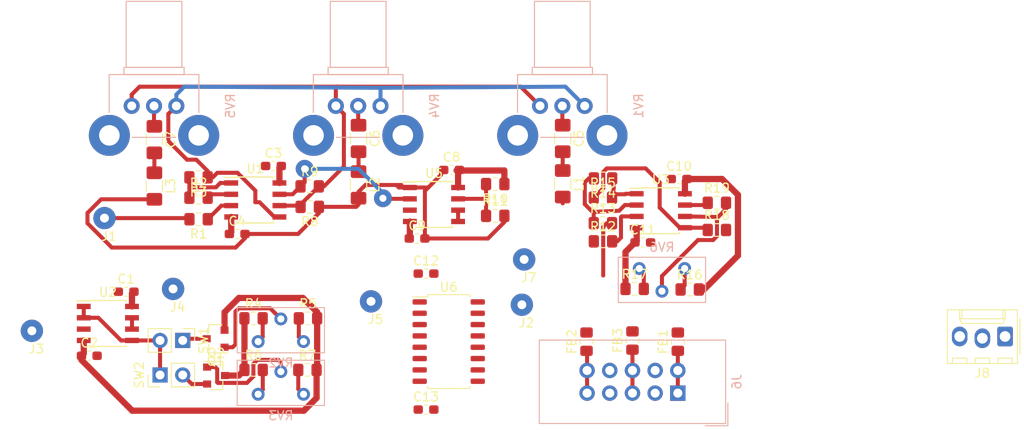
<source format=kicad_pcb>
(kicad_pcb (version 20171130) (host pcbnew "(5.1.5-0-10_14)")

  (general
    (thickness 1.6)
    (drawings 0)
    (tracks 238)
    (zones 0)
    (modules 61)
    (nets 46)
  )

  (page A4)
  (layers
    (0 F.Cu signal)
    (31 B.Cu signal)
    (32 B.Adhes user)
    (33 F.Adhes user)
    (34 B.Paste user)
    (35 F.Paste user)
    (36 B.SilkS user)
    (37 F.SilkS user)
    (38 B.Mask user)
    (39 F.Mask user)
    (40 Dwgs.User user)
    (41 Cmts.User user)
    (42 Eco1.User user)
    (43 Eco2.User user)
    (44 Edge.Cuts user)
    (45 Margin user)
    (46 B.CrtYd user)
    (47 F.CrtYd user)
    (48 B.Fab user)
    (49 F.Fab user)
  )

  (setup
    (last_trace_width 0.45)
    (trace_clearance 0.2)
    (zone_clearance 0.508)
    (zone_45_only no)
    (trace_min 0.2)
    (via_size 2)
    (via_drill 0.8)
    (via_min_size 0.4)
    (via_min_drill 0.3)
    (uvia_size 0.3)
    (uvia_drill 0.1)
    (uvias_allowed no)
    (uvia_min_size 0.2)
    (uvia_min_drill 0.1)
    (edge_width 0.05)
    (segment_width 0.2)
    (pcb_text_width 0.3)
    (pcb_text_size 1.5 1.5)
    (mod_edge_width 0.12)
    (mod_text_size 1 1)
    (mod_text_width 0.15)
    (pad_size 1.524 1.524)
    (pad_drill 0.762)
    (pad_to_mask_clearance 0.051)
    (solder_mask_min_width 0.25)
    (aux_axis_origin 0 0)
    (visible_elements FFFFFF7F)
    (pcbplotparams
      (layerselection 0x010fc_ffffffff)
      (usegerberextensions false)
      (usegerberattributes false)
      (usegerberadvancedattributes false)
      (creategerberjobfile false)
      (excludeedgelayer true)
      (linewidth 0.100000)
      (plotframeref false)
      (viasonmask false)
      (mode 1)
      (useauxorigin false)
      (hpglpennumber 1)
      (hpglpenspeed 20)
      (hpglpendiameter 15.000000)
      (psnegative false)
      (psa4output false)
      (plotreference true)
      (plotvalue true)
      (plotinvisibletext false)
      (padsonsilk false)
      (subtractmaskfromsilk false)
      (outputformat 1)
      (mirror false)
      (drillshape 1)
      (scaleselection 1)
      (outputdirectory ""))
  )

  (net 0 "")
  (net 1 +5V)
  (net 2 GND)
  (net 3 -5V)
  (net 4 "Net-(C5-Pad2)")
  (net 5 "Net-(C5-Pad1)")
  (net 6 "Net-(C6-Pad2)")
  (net 7 "Net-(C6-Pad1)")
  (net 8 "Net-(C7-Pad2)")
  (net 9 "Net-(C7-Pad1)")
  (net 10 "Net-(FB1-Pad1)")
  (net 11 "Net-(FB2-Pad1)")
  (net 12 "Net-(FB3-Pad1)")
  (net 13 /eq_in)
  (net 14 /scabi_in)
  (net 15 /scabi_out)
  (net 16 /clipper_out)
  (net 17 /inverter_out)
  (net 18 /compa_cv)
  (net 19 /compa_bypass)
  (net 20 /inverter_bypass)
  (net 21 /compa_out)
  (net 22 "Net-(Q2-Pad2)")
  (net 23 "Net-(Q2-Pad1)")
  (net 24 "Net-(R1-Pad1)")
  (net 25 "Net-(R2-Pad2)")
  (net 26 "Net-(R2-Pad1)")
  (net 27 "Net-(R3-Pad1)")
  (net 28 "Net-(R4-Pad2)")
  (net 29 "Net-(R5-Pad1)")
  (net 30 "Net-(R6-Pad2)")
  (net 31 "Net-(R7-Pad1)")
  (net 32 "Net-(R8-Pad2)")
  (net 33 /eq_out)
  (net 34 "Net-(R12-Pad2)")
  (net 35 /inverter_in)
  (net 36 "Net-(R13-Pad1)")
  (net 37 "Net-(R14-Pad1)")
  (net 38 "Net-(R15-Pad1)")
  (net 39 "Net-(R16-Pad1)")
  (net 40 "Net-(R17-Pad2)")
  (net 41 "Net-(R19-Pad2)")
  (net 42 "Net-(Q1-Pad1)")
  (net 43 "Net-(SW1-Pad2)")
  (net 44 "Net-(Q1-Pad3)")
  (net 45 "Net-(U5-Pad5)")

  (net_class Default "This is the default net class."
    (clearance 0.2)
    (trace_width 0.45)
    (via_dia 2)
    (via_drill 0.8)
    (uvia_dia 0.3)
    (uvia_drill 0.1)
    (add_net /clipper_out)
    (add_net /compa_bypass)
    (add_net /compa_cv)
    (add_net /compa_out)
    (add_net /eq_in)
    (add_net /eq_out)
    (add_net /inverter_bypass)
    (add_net /inverter_in)
    (add_net /inverter_out)
    (add_net /scabi_in)
    (add_net /scabi_out)
    (add_net GND)
    (add_net "Net-(C5-Pad1)")
    (add_net "Net-(C5-Pad2)")
    (add_net "Net-(C6-Pad1)")
    (add_net "Net-(C6-Pad2)")
    (add_net "Net-(C7-Pad1)")
    (add_net "Net-(C7-Pad2)")
    (add_net "Net-(FB1-Pad1)")
    (add_net "Net-(FB2-Pad1)")
    (add_net "Net-(FB3-Pad1)")
    (add_net "Net-(Q1-Pad1)")
    (add_net "Net-(Q1-Pad3)")
    (add_net "Net-(Q2-Pad1)")
    (add_net "Net-(Q2-Pad2)")
    (add_net "Net-(R1-Pad1)")
    (add_net "Net-(R12-Pad2)")
    (add_net "Net-(R13-Pad1)")
    (add_net "Net-(R14-Pad1)")
    (add_net "Net-(R15-Pad1)")
    (add_net "Net-(R16-Pad1)")
    (add_net "Net-(R17-Pad2)")
    (add_net "Net-(R19-Pad2)")
    (add_net "Net-(R2-Pad1)")
    (add_net "Net-(R2-Pad2)")
    (add_net "Net-(R3-Pad1)")
    (add_net "Net-(R4-Pad2)")
    (add_net "Net-(R5-Pad1)")
    (add_net "Net-(R6-Pad2)")
    (add_net "Net-(R7-Pad1)")
    (add_net "Net-(R8-Pad2)")
    (add_net "Net-(SW1-Pad2)")
    (add_net "Net-(U5-Pad5)")
  )

  (net_class Power ""
    (clearance 0.2)
    (trace_width 0.7)
    (via_dia 2)
    (via_drill 0.8)
    (uvia_dia 0.3)
    (uvia_drill 0.1)
    (add_net +5V)
    (add_net -5V)
  )

  (module synkie_footprints:Potentiometer_Alps_RK09K_Single_Horizontal (layer B.Cu) (tedit 5A3D4993) (tstamp 5F36CD4B)
    (at 81.28 66.04 90)
    (descr "Potentiometer, horizontal, Alps RK09K Single, http://www.alps.com/prod/info/E/HTML/Potentiometer/RotaryPotentiometers/RK09K/RK09K_list.html")
    (tags "Potentiometer horizontal Alps RK09K Single")
    (path /5F35CBD7)
    (fp_text reference RV1 (at 0 11.05 90) (layer B.SilkS)
      (effects (font (size 1 1) (thickness 0.15)) (justify mirror))
    )
    (fp_text value R_POT (at 0 -6.05 90) (layer B.Fab)
      (effects (font (size 1 1) (thickness 0.15)) (justify mirror))
    )
    (fp_text user %R (at 0 2.5 90) (layer B.Fab)
      (effects (font (size 1 1) (thickness 0.15)) (justify mirror))
    )
    (fp_line (start 11.85 10.05) (end -5.85 10.05) (layer B.CrtYd) (width 0.05))
    (fp_line (start 11.85 -5.1) (end 11.85 10.05) (layer B.CrtYd) (width 0.05))
    (fp_line (start -5.85 -5.1) (end 11.85 -5.1) (layer B.CrtYd) (width 0.05))
    (fp_line (start -5.85 10.05) (end -5.85 -5.1) (layer B.CrtYd) (width 0.05))
    (fp_line (start 11.72 5.62) (end 11.72 -0.62) (layer B.SilkS) (width 0.12))
    (fp_line (start 4.32 5.62) (end 4.32 -0.62) (layer B.SilkS) (width 0.12))
    (fp_line (start 4.32 -0.62) (end 11.72 -0.62) (layer B.SilkS) (width 0.12))
    (fp_line (start 4.32 5.62) (end 11.72 5.62) (layer B.SilkS) (width 0.12))
    (fp_line (start 4.32 5.87) (end 4.32 -0.87) (layer B.SilkS) (width 0.12))
    (fp_line (start 3.52 5.87) (end 3.52 -0.87) (layer B.SilkS) (width 0.12))
    (fp_line (start 3.52 -0.87) (end 4.32 -0.87) (layer B.SilkS) (width 0.12))
    (fp_line (start 3.52 5.87) (end 4.32 5.87) (layer B.SilkS) (width 0.12))
    (fp_line (start 3.52 7.521) (end 3.52 -2.52) (layer B.SilkS) (width 0.12))
    (fp_line (start -3.52 4.944) (end -3.52 0.055) (layer B.SilkS) (width 0.12))
    (fp_line (start -0.745 -2.52) (end 3.52 -2.52) (layer B.SilkS) (width 0.12))
    (fp_line (start -0.745 7.521) (end 3.52 7.521) (layer B.SilkS) (width 0.12))
    (fp_line (start 11.6 5.5) (end 4.2 5.5) (layer B.Fab) (width 0.1))
    (fp_line (start 11.6 -0.5) (end 11.6 5.5) (layer B.Fab) (width 0.1))
    (fp_line (start 4.2 -0.5) (end 11.6 -0.5) (layer B.Fab) (width 0.1))
    (fp_line (start 4.2 5.5) (end 4.2 -0.5) (layer B.Fab) (width 0.1))
    (fp_line (start 4.2 5.75) (end 3.4 5.75) (layer B.Fab) (width 0.1))
    (fp_line (start 4.2 -0.75) (end 4.2 5.75) (layer B.Fab) (width 0.1))
    (fp_line (start 3.4 -0.75) (end 4.2 -0.75) (layer B.Fab) (width 0.1))
    (fp_line (start 3.4 5.75) (end 3.4 -0.75) (layer B.Fab) (width 0.1))
    (fp_line (start 3.4 7.4) (end -3.4 7.4) (layer B.Fab) (width 0.1))
    (fp_line (start 3.4 -2.4) (end 3.4 7.4) (layer B.Fab) (width 0.1))
    (fp_line (start -3.4 -2.4) (end 3.4 -2.4) (layer B.Fab) (width 0.1))
    (fp_line (start -3.4 7.4) (end -3.4 -2.4) (layer B.Fab) (width 0.1))
    (pad "" thru_hole circle (at -3.3 -2.5 90) (size 4.6 4.6) (drill 2.3) (layers *.Cu *.Mask))
    (pad "" thru_hole circle (at -3.3 7.5 90) (size 4.6 4.6) (drill 2.3) (layers *.Cu *.Mask))
    (pad 1 thru_hole circle (at 0 0 90) (size 1.8 1.8) (drill 1) (layers *.Cu *.Mask)
      (net 32 "Net-(R8-Pad2)"))
    (pad 2 thru_hole circle (at 0 2.5 90) (size 1.8 1.8) (drill 1) (layers *.Cu *.Mask)
      (net 5 "Net-(C5-Pad1)"))
    (pad 3 thru_hole circle (at 0 5 90) (size 1.8 1.8) (drill 1) (layers *.Cu *.Mask)
      (net 27 "Net-(R3-Pad1)"))
    (model ${KISYS3DMOD}/Potentiometer_THT.3dshapes/Potentiometer_Alps_RK09K_Single_Horizontal.wrl
      (at (xyz 0 0 0))
      (scale (xyz 1 1 1))
      (rotate (xyz 0 0 0))
    )
  )

  (module synkie_footprints:SOT-23 (layer F.Cu) (tedit 5A02FF57) (tstamp 5F36CBCD)
    (at 44.958 92.1385 180)
    (descr "SOT-23, Standard")
    (tags SOT-23)
    (path /5F493444)
    (attr smd)
    (fp_text reference Q1 (at 0 -2.5) (layer F.SilkS)
      (effects (font (size 1 1) (thickness 0.15)))
    )
    (fp_text value Q_PNP_BCE (at 0 2.5) (layer F.Fab)
      (effects (font (size 1 1) (thickness 0.15)))
    )
    (fp_line (start 0.76 1.58) (end -0.7 1.58) (layer F.SilkS) (width 0.12))
    (fp_line (start 0.76 -1.58) (end -1.4 -1.58) (layer F.SilkS) (width 0.12))
    (fp_line (start -1.7 1.75) (end -1.7 -1.75) (layer F.CrtYd) (width 0.05))
    (fp_line (start 1.7 1.75) (end -1.7 1.75) (layer F.CrtYd) (width 0.05))
    (fp_line (start 1.7 -1.75) (end 1.7 1.75) (layer F.CrtYd) (width 0.05))
    (fp_line (start -1.7 -1.75) (end 1.7 -1.75) (layer F.CrtYd) (width 0.05))
    (fp_line (start 0.76 -1.58) (end 0.76 -0.65) (layer F.SilkS) (width 0.12))
    (fp_line (start 0.76 1.58) (end 0.76 0.65) (layer F.SilkS) (width 0.12))
    (fp_line (start -0.7 1.52) (end 0.7 1.52) (layer F.Fab) (width 0.1))
    (fp_line (start 0.7 -1.52) (end 0.7 1.52) (layer F.Fab) (width 0.1))
    (fp_line (start -0.7 -0.95) (end -0.15 -1.52) (layer F.Fab) (width 0.1))
    (fp_line (start -0.15 -1.52) (end 0.7 -1.52) (layer F.Fab) (width 0.1))
    (fp_line (start -0.7 -0.95) (end -0.7 1.5) (layer F.Fab) (width 0.1))
    (fp_text user %R (at 0 0 90) (layer F.Fab)
      (effects (font (size 0.5 0.5) (thickness 0.075)))
    )
    (pad 3 smd rect (at 1 0 180) (size 0.9 0.8) (layers F.Cu F.Paste F.Mask)
      (net 44 "Net-(Q1-Pad3)"))
    (pad 2 smd rect (at -1 0.95 180) (size 0.9 0.8) (layers F.Cu F.Paste F.Mask)
      (net 3 -5V))
    (pad 1 smd rect (at -1 -0.95 180) (size 0.9 0.8) (layers F.Cu F.Paste F.Mask)
      (net 42 "Net-(Q1-Pad1)"))
    (model ${KISYS3DMOD}/Package_TO_SOT_SMD.3dshapes/SOT-23.wrl
      (at (xyz 0 0 0))
      (scale (xyz 1 1 1))
      (rotate (xyz 0 0 0))
    )
  )

  (module Package_SO:SOP-16_4.55x10.3mm_P1.27mm (layer F.Cu) (tedit 5D9F72B1) (tstamp 5F376A7F)
    (at 71.0565 92.456)
    (descr "SOP, 16 Pin (https://toshiba.semicon-storage.com/info/docget.jsp?did=12855&prodName=TLP290-4), generated with kicad-footprint-generator ipc_gullwing_generator.py")
    (tags "SOP SO")
    (path /5F368CA6)
    (attr smd)
    (fp_text reference U6 (at 0 -6.1) (layer F.SilkS)
      (effects (font (size 1 1) (thickness 0.15)))
    )
    (fp_text value MAX4053 (at 0 6.1) (layer F.Fab)
      (effects (font (size 1 1) (thickness 0.15)))
    )
    (fp_text user %R (at 0 0) (layer F.Fab)
      (effects (font (size 1 1) (thickness 0.15)))
    )
    (fp_line (start 4.3 -5.4) (end -4.3 -5.4) (layer F.CrtYd) (width 0.05))
    (fp_line (start 4.3 5.4) (end 4.3 -5.4) (layer F.CrtYd) (width 0.05))
    (fp_line (start -4.3 5.4) (end 4.3 5.4) (layer F.CrtYd) (width 0.05))
    (fp_line (start -4.3 -5.4) (end -4.3 5.4) (layer F.CrtYd) (width 0.05))
    (fp_line (start -2.275 -4.15) (end -1.275 -5.15) (layer F.Fab) (width 0.1))
    (fp_line (start -2.275 5.15) (end -2.275 -4.15) (layer F.Fab) (width 0.1))
    (fp_line (start 2.275 5.15) (end -2.275 5.15) (layer F.Fab) (width 0.1))
    (fp_line (start 2.275 -5.15) (end 2.275 5.15) (layer F.Fab) (width 0.1))
    (fp_line (start -1.275 -5.15) (end 2.275 -5.15) (layer F.Fab) (width 0.1))
    (fp_line (start -2.385 -5.005) (end -4.05 -5.005) (layer F.SilkS) (width 0.12))
    (fp_line (start -2.385 -5.26) (end -2.385 -5.005) (layer F.SilkS) (width 0.12))
    (fp_line (start 0 -5.26) (end -2.385 -5.26) (layer F.SilkS) (width 0.12))
    (fp_line (start 2.385 -5.26) (end 2.385 -5.005) (layer F.SilkS) (width 0.12))
    (fp_line (start 0 -5.26) (end 2.385 -5.26) (layer F.SilkS) (width 0.12))
    (fp_line (start -2.385 5.26) (end -2.385 5.005) (layer F.SilkS) (width 0.12))
    (fp_line (start 0 5.26) (end -2.385 5.26) (layer F.SilkS) (width 0.12))
    (fp_line (start 2.385 5.26) (end 2.385 5.005) (layer F.SilkS) (width 0.12))
    (fp_line (start 0 5.26) (end 2.385 5.26) (layer F.SilkS) (width 0.12))
    (pad 16 smd roundrect (at 3.25 -4.445) (size 1.6 0.6) (layers F.Cu F.Paste F.Mask) (roundrect_rratio 0.25)
      (net 1 +5V))
    (pad 15 smd roundrect (at 3.25 -3.175) (size 1.6 0.6) (layers F.Cu F.Paste F.Mask) (roundrect_rratio 0.25)
      (net 14 /scabi_in))
    (pad 14 smd roundrect (at 3.25 -1.905) (size 1.6 0.6) (layers F.Cu F.Paste F.Mask) (roundrect_rratio 0.25)
      (net 35 /inverter_in))
    (pad 13 smd roundrect (at 3.25 -0.635) (size 1.6 0.6) (layers F.Cu F.Paste F.Mask) (roundrect_rratio 0.25)
      (net 21 /compa_out))
    (pad 12 smd roundrect (at 3.25 0.635) (size 1.6 0.6) (layers F.Cu F.Paste F.Mask) (roundrect_rratio 0.25)
      (net 33 /eq_out))
    (pad 11 smd roundrect (at 3.25 1.905) (size 1.6 0.6) (layers F.Cu F.Paste F.Mask) (roundrect_rratio 0.25)
      (net 19 /compa_bypass))
    (pad 10 smd roundrect (at 3.25 3.175) (size 1.6 0.6) (layers F.Cu F.Paste F.Mask) (roundrect_rratio 0.25)
      (net 20 /inverter_bypass))
    (pad 9 smd roundrect (at 3.25 4.445) (size 1.6 0.6) (layers F.Cu F.Paste F.Mask) (roundrect_rratio 0.25)
      (net 2 GND))
    (pad 8 smd roundrect (at -3.25 4.445) (size 1.6 0.6) (layers F.Cu F.Paste F.Mask) (roundrect_rratio 0.25)
      (net 2 GND))
    (pad 7 smd roundrect (at -3.25 3.175) (size 1.6 0.6) (layers F.Cu F.Paste F.Mask) (roundrect_rratio 0.25)
      (net 3 -5V))
    (pad 6 smd roundrect (at -3.25 1.905) (size 1.6 0.6) (layers F.Cu F.Paste F.Mask) (roundrect_rratio 0.25)
      (net 2 GND))
    (pad 5 smd roundrect (at -3.25 0.635) (size 1.6 0.6) (layers F.Cu F.Paste F.Mask) (roundrect_rratio 0.25)
      (net 2 GND))
    (pad 4 smd roundrect (at -3.25 -0.635) (size 1.6 0.6) (layers F.Cu F.Paste F.Mask) (roundrect_rratio 0.25)
      (net 2 GND))
    (pad 3 smd roundrect (at -3.25 -1.905) (size 1.6 0.6) (layers F.Cu F.Paste F.Mask) (roundrect_rratio 0.25)
      (net 2 GND))
    (pad 2 smd roundrect (at -3.25 -3.175) (size 1.6 0.6) (layers F.Cu F.Paste F.Mask) (roundrect_rratio 0.25)
      (net 35 /inverter_in))
    (pad 1 smd roundrect (at -3.25 -4.445) (size 1.6 0.6) (layers F.Cu F.Paste F.Mask) (roundrect_rratio 0.25)
      (net 17 /inverter_out))
    (model ${KISYS3DMOD}/Package_SO.3dshapes/SOP-16_4.55x10.3mm_P1.27mm.wrl
      (at (xyz 0 0 0))
      (scale (xyz 1 1 1))
      (rotate (xyz 0 0 0))
    )
  )

  (module synkie_footprints:SOIC-8_3.9x4.9mm_P1.27mm (layer F.Cu) (tedit 5A02F2D3) (tstamp 5F36CE99)
    (at 69.4055 77.089)
    (descr "8-Lead Plastic Small Outline (SN) - Narrow, 3.90 mm Body [SOIC] (see Microchip Packaging Specification 00000049BS.pdf)")
    (tags "SOIC 1.27")
    (path /5F367825)
    (attr smd)
    (fp_text reference U5 (at 0 -3.5) (layer F.SilkS)
      (effects (font (size 1 1) (thickness 0.15)))
    )
    (fp_text value LM311 (at 0 3.5) (layer F.Fab)
      (effects (font (size 1 1) (thickness 0.15)))
    )
    (fp_line (start -2.075 -2.525) (end -3.475 -2.525) (layer F.SilkS) (width 0.15))
    (fp_line (start -2.075 2.575) (end 2.075 2.575) (layer F.SilkS) (width 0.15))
    (fp_line (start -2.075 -2.575) (end 2.075 -2.575) (layer F.SilkS) (width 0.15))
    (fp_line (start -2.075 2.575) (end -2.075 2.43) (layer F.SilkS) (width 0.15))
    (fp_line (start 2.075 2.575) (end 2.075 2.43) (layer F.SilkS) (width 0.15))
    (fp_line (start 2.075 -2.575) (end 2.075 -2.43) (layer F.SilkS) (width 0.15))
    (fp_line (start -2.075 -2.575) (end -2.075 -2.525) (layer F.SilkS) (width 0.15))
    (fp_line (start -3.73 2.7) (end 3.73 2.7) (layer F.CrtYd) (width 0.05))
    (fp_line (start -3.73 -2.7) (end 3.73 -2.7) (layer F.CrtYd) (width 0.05))
    (fp_line (start 3.73 -2.7) (end 3.73 2.7) (layer F.CrtYd) (width 0.05))
    (fp_line (start -3.73 -2.7) (end -3.73 2.7) (layer F.CrtYd) (width 0.05))
    (fp_line (start -1.95 -1.45) (end -0.95 -2.45) (layer F.Fab) (width 0.1))
    (fp_line (start -1.95 2.45) (end -1.95 -1.45) (layer F.Fab) (width 0.1))
    (fp_line (start 1.95 2.45) (end -1.95 2.45) (layer F.Fab) (width 0.1))
    (fp_line (start 1.95 -2.45) (end 1.95 2.45) (layer F.Fab) (width 0.1))
    (fp_line (start -0.95 -2.45) (end 1.95 -2.45) (layer F.Fab) (width 0.1))
    (fp_text user %R (at 0 0) (layer F.Fab)
      (effects (font (size 1 1) (thickness 0.15)))
    )
    (pad 8 smd rect (at 2.7 -1.905) (size 1.55 0.6) (layers F.Cu F.Paste F.Mask)
      (net 1 +5V))
    (pad 7 smd rect (at 2.7 -0.635) (size 1.55 0.6) (layers F.Cu F.Paste F.Mask)
      (net 21 /compa_out))
    (pad 6 smd rect (at 2.7 0.635) (size 1.55 0.6) (layers F.Cu F.Paste F.Mask)
      (net 45 "Net-(U5-Pad5)"))
    (pad 5 smd rect (at 2.7 1.905) (size 1.55 0.6) (layers F.Cu F.Paste F.Mask)
      (net 45 "Net-(U5-Pad5)"))
    (pad 4 smd rect (at -2.7 1.905) (size 1.55 0.6) (layers F.Cu F.Paste F.Mask)
      (net 3 -5V))
    (pad 3 smd rect (at -2.7 0.635) (size 1.55 0.6) (layers F.Cu F.Paste F.Mask)
      (net 18 /compa_cv))
    (pad 2 smd rect (at -2.7 -0.635) (size 1.55 0.6) (layers F.Cu F.Paste F.Mask)
      (net 33 /eq_out))
    (pad 1 smd rect (at -2.7 -1.905) (size 1.55 0.6) (layers F.Cu F.Paste F.Mask)
      (net 2 GND))
    (model ${KISYS3DMOD}/Package_SO.3dshapes/SOIC-8_3.9x4.9mm_P1.27mm.wrl
      (at (xyz 0 0 0))
      (scale (xyz 1 1 1))
      (rotate (xyz 0 0 0))
    )
  )

  (module synkie_footprints:SOIC-8_3.9x4.9mm_P1.27mm (layer F.Cu) (tedit 5A02F2D3) (tstamp 5F36CE5F)
    (at 94.8055 77.7875)
    (descr "8-Lead Plastic Small Outline (SN) - Narrow, 3.90 mm Body [SOIC] (see Microchip Packaging Specification 00000049BS.pdf)")
    (tags "SOIC 1.27")
    (path /5F38A2AF)
    (attr smd)
    (fp_text reference U3 (at 0 -3.5) (layer F.SilkS)
      (effects (font (size 1 1) (thickness 0.15)))
    )
    (fp_text value LMH6643 (at 0 3.5) (layer F.Fab)
      (effects (font (size 1 1) (thickness 0.15)))
    )
    (fp_line (start -2.075 -2.525) (end -3.475 -2.525) (layer F.SilkS) (width 0.15))
    (fp_line (start -2.075 2.575) (end 2.075 2.575) (layer F.SilkS) (width 0.15))
    (fp_line (start -2.075 -2.575) (end 2.075 -2.575) (layer F.SilkS) (width 0.15))
    (fp_line (start -2.075 2.575) (end -2.075 2.43) (layer F.SilkS) (width 0.15))
    (fp_line (start 2.075 2.575) (end 2.075 2.43) (layer F.SilkS) (width 0.15))
    (fp_line (start 2.075 -2.575) (end 2.075 -2.43) (layer F.SilkS) (width 0.15))
    (fp_line (start -2.075 -2.575) (end -2.075 -2.525) (layer F.SilkS) (width 0.15))
    (fp_line (start -3.73 2.7) (end 3.73 2.7) (layer F.CrtYd) (width 0.05))
    (fp_line (start -3.73 -2.7) (end 3.73 -2.7) (layer F.CrtYd) (width 0.05))
    (fp_line (start 3.73 -2.7) (end 3.73 2.7) (layer F.CrtYd) (width 0.05))
    (fp_line (start -3.73 -2.7) (end -3.73 2.7) (layer F.CrtYd) (width 0.05))
    (fp_line (start -1.95 -1.45) (end -0.95 -2.45) (layer F.Fab) (width 0.1))
    (fp_line (start -1.95 2.45) (end -1.95 -1.45) (layer F.Fab) (width 0.1))
    (fp_line (start 1.95 2.45) (end -1.95 2.45) (layer F.Fab) (width 0.1))
    (fp_line (start 1.95 -2.45) (end 1.95 2.45) (layer F.Fab) (width 0.1))
    (fp_line (start -0.95 -2.45) (end 1.95 -2.45) (layer F.Fab) (width 0.1))
    (fp_text user %R (at 0 0) (layer F.Fab)
      (effects (font (size 1 1) (thickness 0.15)))
    )
    (pad 8 smd rect (at 2.7 -1.905) (size 1.55 0.6) (layers F.Cu F.Paste F.Mask)
      (net 1 +5V))
    (pad 7 smd rect (at 2.7 -0.635) (size 1.55 0.6) (layers F.Cu F.Paste F.Mask)
      (net 17 /inverter_out))
    (pad 6 smd rect (at 2.7 0.635) (size 1.55 0.6) (layers F.Cu F.Paste F.Mask)
      (net 41 "Net-(R19-Pad2)"))
    (pad 5 smd rect (at 2.7 1.905) (size 1.55 0.6) (layers F.Cu F.Paste F.Mask)
      (net 38 "Net-(R15-Pad1)"))
    (pad 4 smd rect (at -2.7 1.905) (size 1.55 0.6) (layers F.Cu F.Paste F.Mask)
      (net 3 -5V))
    (pad 3 smd rect (at -2.7 0.635) (size 1.55 0.6) (layers F.Cu F.Paste F.Mask)
      (net 34 "Net-(R12-Pad2)"))
    (pad 2 smd rect (at -2.7 -0.635) (size 1.55 0.6) (layers F.Cu F.Paste F.Mask)
      (net 36 "Net-(R13-Pad1)"))
    (pad 1 smd rect (at -2.7 -1.905) (size 1.55 0.6) (layers F.Cu F.Paste F.Mask)
      (net 37 "Net-(R14-Pad1)"))
    (model ${KISYS3DMOD}/Package_SO.3dshapes/SOIC-8_3.9x4.9mm_P1.27mm.wrl
      (at (xyz 0 0 0))
      (scale (xyz 1 1 1))
      (rotate (xyz 0 0 0))
    )
  )

  (module synkie_footprints:SOIC-8_3.9x4.9mm_P1.27mm (layer F.Cu) (tedit 5A02F2D3) (tstamp 5F36CE42)
    (at 32.893 90.424)
    (descr "8-Lead Plastic Small Outline (SN) - Narrow, 3.90 mm Body [SOIC] (see Microchip Packaging Specification 00000049BS.pdf)")
    (tags "SOIC 1.27")
    (path /5F48C584)
    (attr smd)
    (fp_text reference U2 (at 0 -3.5) (layer F.SilkS)
      (effects (font (size 1 1) (thickness 0.15)))
    )
    (fp_text value LMH6643 (at 0 3.5) (layer F.Fab)
      (effects (font (size 1 1) (thickness 0.15)))
    )
    (fp_line (start -2.075 -2.525) (end -3.475 -2.525) (layer F.SilkS) (width 0.15))
    (fp_line (start -2.075 2.575) (end 2.075 2.575) (layer F.SilkS) (width 0.15))
    (fp_line (start -2.075 -2.575) (end 2.075 -2.575) (layer F.SilkS) (width 0.15))
    (fp_line (start -2.075 2.575) (end -2.075 2.43) (layer F.SilkS) (width 0.15))
    (fp_line (start 2.075 2.575) (end 2.075 2.43) (layer F.SilkS) (width 0.15))
    (fp_line (start 2.075 -2.575) (end 2.075 -2.43) (layer F.SilkS) (width 0.15))
    (fp_line (start -2.075 -2.575) (end -2.075 -2.525) (layer F.SilkS) (width 0.15))
    (fp_line (start -3.73 2.7) (end 3.73 2.7) (layer F.CrtYd) (width 0.05))
    (fp_line (start -3.73 -2.7) (end 3.73 -2.7) (layer F.CrtYd) (width 0.05))
    (fp_line (start 3.73 -2.7) (end 3.73 2.7) (layer F.CrtYd) (width 0.05))
    (fp_line (start -3.73 -2.7) (end -3.73 2.7) (layer F.CrtYd) (width 0.05))
    (fp_line (start -1.95 -1.45) (end -0.95 -2.45) (layer F.Fab) (width 0.1))
    (fp_line (start -1.95 2.45) (end -1.95 -1.45) (layer F.Fab) (width 0.1))
    (fp_line (start 1.95 2.45) (end -1.95 2.45) (layer F.Fab) (width 0.1))
    (fp_line (start 1.95 -2.45) (end 1.95 2.45) (layer F.Fab) (width 0.1))
    (fp_line (start -0.95 -2.45) (end 1.95 -2.45) (layer F.Fab) (width 0.1))
    (fp_text user %R (at 0 0) (layer F.Fab)
      (effects (font (size 1 1) (thickness 0.15)))
    )
    (pad 8 smd rect (at 2.7 -1.905) (size 1.55 0.6) (layers F.Cu F.Paste F.Mask)
      (net 1 +5V))
    (pad 7 smd rect (at 2.7 -0.635) (size 1.55 0.6) (layers F.Cu F.Paste F.Mask)
      (net 16 /clipper_out))
    (pad 6 smd rect (at 2.7 0.635) (size 1.55 0.6) (layers F.Cu F.Paste F.Mask)
      (net 16 /clipper_out))
    (pad 5 smd rect (at 2.7 1.905) (size 1.55 0.6) (layers F.Cu F.Paste F.Mask)
      (net 43 "Net-(SW1-Pad2)"))
    (pad 4 smd rect (at -2.7 1.905) (size 1.55 0.6) (layers F.Cu F.Paste F.Mask)
      (net 3 -5V))
    (pad 3 smd rect (at -2.7 0.635) (size 1.55 0.6) (layers F.Cu F.Paste F.Mask)
      (net 15 /scabi_out))
    (pad 2 smd rect (at -2.7 -0.635) (size 1.55 0.6) (layers F.Cu F.Paste F.Mask)
      (net 43 "Net-(SW1-Pad2)"))
    (pad 1 smd rect (at -2.7 -1.905) (size 1.55 0.6) (layers F.Cu F.Paste F.Mask)
      (net 43 "Net-(SW1-Pad2)"))
    (model ${KISYS3DMOD}/Package_SO.3dshapes/SOIC-8_3.9x4.9mm_P1.27mm.wrl
      (at (xyz 0 0 0))
      (scale (xyz 1 1 1))
      (rotate (xyz 0 0 0))
    )
  )

  (module synkie_footprints:SOIC-8_3.9x4.9mm_P1.27mm (layer F.Cu) (tedit 5A02F2D3) (tstamp 5F36CE25)
    (at 49.403 76.581)
    (descr "8-Lead Plastic Small Outline (SN) - Narrow, 3.90 mm Body [SOIC] (see Microchip Packaging Specification 00000049BS.pdf)")
    (tags "SOIC 1.27")
    (path /5F35989D)
    (attr smd)
    (fp_text reference U1 (at 0 -3.5) (layer F.SilkS)
      (effects (font (size 1 1) (thickness 0.15)))
    )
    (fp_text value LMH6643 (at 0 3.5) (layer F.Fab)
      (effects (font (size 1 1) (thickness 0.15)))
    )
    (fp_line (start -2.075 -2.525) (end -3.475 -2.525) (layer F.SilkS) (width 0.15))
    (fp_line (start -2.075 2.575) (end 2.075 2.575) (layer F.SilkS) (width 0.15))
    (fp_line (start -2.075 -2.575) (end 2.075 -2.575) (layer F.SilkS) (width 0.15))
    (fp_line (start -2.075 2.575) (end -2.075 2.43) (layer F.SilkS) (width 0.15))
    (fp_line (start 2.075 2.575) (end 2.075 2.43) (layer F.SilkS) (width 0.15))
    (fp_line (start 2.075 -2.575) (end 2.075 -2.43) (layer F.SilkS) (width 0.15))
    (fp_line (start -2.075 -2.575) (end -2.075 -2.525) (layer F.SilkS) (width 0.15))
    (fp_line (start -3.73 2.7) (end 3.73 2.7) (layer F.CrtYd) (width 0.05))
    (fp_line (start -3.73 -2.7) (end 3.73 -2.7) (layer F.CrtYd) (width 0.05))
    (fp_line (start 3.73 -2.7) (end 3.73 2.7) (layer F.CrtYd) (width 0.05))
    (fp_line (start -3.73 -2.7) (end -3.73 2.7) (layer F.CrtYd) (width 0.05))
    (fp_line (start -1.95 -1.45) (end -0.95 -2.45) (layer F.Fab) (width 0.1))
    (fp_line (start -1.95 2.45) (end -1.95 -1.45) (layer F.Fab) (width 0.1))
    (fp_line (start 1.95 2.45) (end -1.95 2.45) (layer F.Fab) (width 0.1))
    (fp_line (start 1.95 -2.45) (end 1.95 2.45) (layer F.Fab) (width 0.1))
    (fp_line (start -0.95 -2.45) (end 1.95 -2.45) (layer F.Fab) (width 0.1))
    (fp_text user %R (at 0 0) (layer F.Fab)
      (effects (font (size 1 1) (thickness 0.15)))
    )
    (pad 8 smd rect (at 2.7 -1.905) (size 1.55 0.6) (layers F.Cu F.Paste F.Mask)
      (net 1 +5V))
    (pad 7 smd rect (at 2.7 -0.635) (size 1.55 0.6) (layers F.Cu F.Paste F.Mask)
      (net 33 /eq_out))
    (pad 6 smd rect (at 2.7 0.635) (size 1.55 0.6) (layers F.Cu F.Paste F.Mask)
      (net 32 "Net-(R8-Pad2)"))
    (pad 5 smd rect (at 2.7 1.905) (size 1.55 0.6) (layers F.Cu F.Paste F.Mask)
      (net 27 "Net-(R3-Pad1)"))
    (pad 4 smd rect (at -2.7 1.905) (size 1.55 0.6) (layers F.Cu F.Paste F.Mask)
      (net 3 -5V))
    (pad 3 smd rect (at -2.7 0.635) (size 1.55 0.6) (layers F.Cu F.Paste F.Mask)
      (net 24 "Net-(R1-Pad1)"))
    (pad 2 smd rect (at -2.7 -0.635) (size 1.55 0.6) (layers F.Cu F.Paste F.Mask)
      (net 25 "Net-(R2-Pad2)"))
    (pad 1 smd rect (at -2.7 -1.905) (size 1.55 0.6) (layers F.Cu F.Paste F.Mask)
      (net 26 "Net-(R2-Pad1)"))
    (model ${KISYS3DMOD}/Package_SO.3dshapes/SOIC-8_3.9x4.9mm_P1.27mm.wrl
      (at (xyz 0 0 0))
      (scale (xyz 1 1 1))
      (rotate (xyz 0 0 0))
    )
  )

  (module synkie_footprints:PinHeader_1x02_P2.54mm_Vertical (layer F.Cu) (tedit 59FED5CC) (tstamp 5F374F2F)
    (at 38.735 96.2025 90)
    (descr "Through hole straight pin header, 1x02, 2.54mm pitch, single row")
    (tags "Through hole pin header THT 1x02 2.54mm single row")
    (path /5F4A8E0F)
    (fp_text reference SW2 (at 0 -2.33 90) (layer F.SilkS)
      (effects (font (size 1 1) (thickness 0.15)))
    )
    (fp_text value LOW_CLIP (at 0 4.87 90) (layer F.Fab)
      (effects (font (size 1 1) (thickness 0.15)))
    )
    (fp_text user %R (at 0 1.27) (layer F.Fab)
      (effects (font (size 1 1) (thickness 0.15)))
    )
    (fp_line (start 1.8 -1.8) (end -1.8 -1.8) (layer F.CrtYd) (width 0.05))
    (fp_line (start 1.8 4.35) (end 1.8 -1.8) (layer F.CrtYd) (width 0.05))
    (fp_line (start -1.8 4.35) (end 1.8 4.35) (layer F.CrtYd) (width 0.05))
    (fp_line (start -1.8 -1.8) (end -1.8 4.35) (layer F.CrtYd) (width 0.05))
    (fp_line (start -1.33 -1.33) (end 0 -1.33) (layer F.SilkS) (width 0.12))
    (fp_line (start -1.33 0) (end -1.33 -1.33) (layer F.SilkS) (width 0.12))
    (fp_line (start -1.33 1.27) (end 1.33 1.27) (layer F.SilkS) (width 0.12))
    (fp_line (start 1.33 1.27) (end 1.33 3.87) (layer F.SilkS) (width 0.12))
    (fp_line (start -1.33 1.27) (end -1.33 3.87) (layer F.SilkS) (width 0.12))
    (fp_line (start -1.33 3.87) (end 1.33 3.87) (layer F.SilkS) (width 0.12))
    (fp_line (start -1.27 -0.635) (end -0.635 -1.27) (layer F.Fab) (width 0.1))
    (fp_line (start -1.27 3.81) (end -1.27 -0.635) (layer F.Fab) (width 0.1))
    (fp_line (start 1.27 3.81) (end -1.27 3.81) (layer F.Fab) (width 0.1))
    (fp_line (start 1.27 -1.27) (end 1.27 3.81) (layer F.Fab) (width 0.1))
    (fp_line (start -0.635 -1.27) (end 1.27 -1.27) (layer F.Fab) (width 0.1))
    (pad 2 thru_hole oval (at 0 2.54 90) (size 1.7 1.7) (drill 1) (layers *.Cu *.Mask)
      (net 22 "Net-(Q2-Pad2)"))
    (pad 1 thru_hole rect (at 0 0 90) (size 1.7 1.7) (drill 1) (layers *.Cu *.Mask)
      (net 43 "Net-(SW1-Pad2)"))
    (model ${KISYS3DMOD}/Connector_PinHeader_2.54mm.3dshapes/PinHeader_1x02_P2.54mm_Vertical.wrl
      (at (xyz 0 0 0))
      (scale (xyz 1 1 1))
      (rotate (xyz 0 0 0))
    )
  )

  (module synkie_footprints:PinHeader_1x02_P2.54mm_Vertical (layer F.Cu) (tedit 59FED5CC) (tstamp 5F36CDF2)
    (at 41.275 92.329 270)
    (descr "Through hole straight pin header, 1x02, 2.54mm pitch, single row")
    (tags "Through hole pin header THT 1x02 2.54mm single row")
    (path /5F491B43)
    (fp_text reference SW1 (at 0 -2.33 90) (layer F.SilkS)
      (effects (font (size 1 1) (thickness 0.15)))
    )
    (fp_text value HIGH_CLIP (at 0 4.87 90) (layer F.Fab)
      (effects (font (size 1 1) (thickness 0.15)))
    )
    (fp_text user %R (at 0 1.27) (layer F.Fab)
      (effects (font (size 1 1) (thickness 0.15)))
    )
    (fp_line (start 1.8 -1.8) (end -1.8 -1.8) (layer F.CrtYd) (width 0.05))
    (fp_line (start 1.8 4.35) (end 1.8 -1.8) (layer F.CrtYd) (width 0.05))
    (fp_line (start -1.8 4.35) (end 1.8 4.35) (layer F.CrtYd) (width 0.05))
    (fp_line (start -1.8 -1.8) (end -1.8 4.35) (layer F.CrtYd) (width 0.05))
    (fp_line (start -1.33 -1.33) (end 0 -1.33) (layer F.SilkS) (width 0.12))
    (fp_line (start -1.33 0) (end -1.33 -1.33) (layer F.SilkS) (width 0.12))
    (fp_line (start -1.33 1.27) (end 1.33 1.27) (layer F.SilkS) (width 0.12))
    (fp_line (start 1.33 1.27) (end 1.33 3.87) (layer F.SilkS) (width 0.12))
    (fp_line (start -1.33 1.27) (end -1.33 3.87) (layer F.SilkS) (width 0.12))
    (fp_line (start -1.33 3.87) (end 1.33 3.87) (layer F.SilkS) (width 0.12))
    (fp_line (start -1.27 -0.635) (end -0.635 -1.27) (layer F.Fab) (width 0.1))
    (fp_line (start -1.27 3.81) (end -1.27 -0.635) (layer F.Fab) (width 0.1))
    (fp_line (start 1.27 3.81) (end -1.27 3.81) (layer F.Fab) (width 0.1))
    (fp_line (start 1.27 -1.27) (end 1.27 3.81) (layer F.Fab) (width 0.1))
    (fp_line (start -0.635 -1.27) (end 1.27 -1.27) (layer F.Fab) (width 0.1))
    (pad 2 thru_hole oval (at 0 2.54 270) (size 1.7 1.7) (drill 1) (layers *.Cu *.Mask)
      (net 43 "Net-(SW1-Pad2)"))
    (pad 1 thru_hole rect (at 0 0 270) (size 1.7 1.7) (drill 1) (layers *.Cu *.Mask)
      (net 44 "Net-(Q1-Pad3)"))
    (model ${KISYS3DMOD}/Connector_PinHeader_2.54mm.3dshapes/PinHeader_1x02_P2.54mm_Vertical.wrl
      (at (xyz 0 0 0))
      (scale (xyz 1 1 1))
      (rotate (xyz 0 0 0))
    )
  )

  (module synkie_footprints:Potentiometer_Bourns_3296Y_Vertical (layer B.Cu) (tedit 5A3D4994) (tstamp 5F36CDDC)
    (at 92.3925 84.2645 180)
    (descr "Potentiometer, vertical, Bourns 3296Y, https://www.bourns.com/pdfs/3296.pdf")
    (tags "Potentiometer vertical Bourns 3296Y")
    (path /5F4E38B0)
    (fp_text reference RV6 (at -2.54 2.39) (layer B.SilkS)
      (effects (font (size 1 1) (thickness 0.15)) (justify mirror))
    )
    (fp_text value 500 (at -2.54 -4.94) (layer B.Fab)
      (effects (font (size 1 1) (thickness 0.15)) (justify mirror))
    )
    (fp_circle (center 0.955 -2.42) (end 2.05 -2.42) (layer B.Fab) (width 0.1))
    (fp_line (start -7.305 1.14) (end -7.305 -3.69) (layer B.Fab) (width 0.1))
    (fp_line (start -7.305 -3.69) (end 2.225 -3.69) (layer B.Fab) (width 0.1))
    (fp_line (start 2.225 -3.69) (end 2.225 1.14) (layer B.Fab) (width 0.1))
    (fp_line (start 2.225 1.14) (end -7.305 1.14) (layer B.Fab) (width 0.1))
    (fp_line (start 0.955 -3.505) (end 0.956 -1.336) (layer B.Fab) (width 0.1))
    (fp_line (start 0.955 -3.505) (end 0.956 -1.336) (layer B.Fab) (width 0.1))
    (fp_line (start -7.425 1.26) (end 2.345 1.26) (layer B.SilkS) (width 0.12))
    (fp_line (start -7.425 -3.81) (end 2.345 -3.81) (layer B.SilkS) (width 0.12))
    (fp_line (start -7.425 1.26) (end -7.425 -3.81) (layer B.SilkS) (width 0.12))
    (fp_line (start 2.345 1.26) (end 2.345 -3.81) (layer B.SilkS) (width 0.12))
    (fp_line (start -7.6 1.4) (end -7.6 -3.95) (layer B.CrtYd) (width 0.05))
    (fp_line (start -7.6 -3.95) (end 2.5 -3.95) (layer B.CrtYd) (width 0.05))
    (fp_line (start 2.5 -3.95) (end 2.5 1.4) (layer B.CrtYd) (width 0.05))
    (fp_line (start 2.5 1.4) (end -7.6 1.4) (layer B.CrtYd) (width 0.05))
    (fp_text user %R (at -3.175 -1.275) (layer B.Fab)
      (effects (font (size 1 1) (thickness 0.15)) (justify mirror))
    )
    (pad 1 thru_hole circle (at 0 0 180) (size 1.44 1.44) (drill 0.8) (layers *.Cu *.Mask)
      (net 40 "Net-(R17-Pad2)"))
    (pad 2 thru_hole circle (at -2.54 -2.54 180) (size 1.44 1.44) (drill 0.8) (layers *.Cu *.Mask)
      (net 41 "Net-(R19-Pad2)"))
    (pad 3 thru_hole circle (at -5.08 0 180) (size 1.44 1.44) (drill 0.8) (layers *.Cu *.Mask)
      (net 39 "Net-(R16-Pad1)"))
    (model ${KISYS3DMOD}/Potentiometer_THT.3dshapes/Potentiometer_Bourns_3296Y_Vertical.wrl
      (at (xyz 0 0 0))
      (scale (xyz 1 1 1))
      (rotate (xyz 0 0 0))
    )
  )

  (module synkie_footprints:Potentiometer_Alps_RK09K_Single_Horizontal (layer B.Cu) (tedit 5A3D4993) (tstamp 5F36CDC5)
    (at 35.56 66.04 90)
    (descr "Potentiometer, horizontal, Alps RK09K Single, http://www.alps.com/prod/info/E/HTML/Potentiometer/RotaryPotentiometers/RK09K/RK09K_list.html")
    (tags "Potentiometer horizontal Alps RK09K Single")
    (path /5F360A13)
    (fp_text reference RV5 (at 0 11.05 90) (layer B.SilkS)
      (effects (font (size 1 1) (thickness 0.15)) (justify mirror))
    )
    (fp_text value R_POT (at 0 -6.05 90) (layer B.Fab)
      (effects (font (size 1 1) (thickness 0.15)) (justify mirror))
    )
    (fp_text user %R (at 0 2.5 90) (layer B.Fab)
      (effects (font (size 1 1) (thickness 0.15)) (justify mirror))
    )
    (fp_line (start 11.85 10.05) (end -5.85 10.05) (layer B.CrtYd) (width 0.05))
    (fp_line (start 11.85 -5.1) (end 11.85 10.05) (layer B.CrtYd) (width 0.05))
    (fp_line (start -5.85 -5.1) (end 11.85 -5.1) (layer B.CrtYd) (width 0.05))
    (fp_line (start -5.85 10.05) (end -5.85 -5.1) (layer B.CrtYd) (width 0.05))
    (fp_line (start 11.72 5.62) (end 11.72 -0.62) (layer B.SilkS) (width 0.12))
    (fp_line (start 4.32 5.62) (end 4.32 -0.62) (layer B.SilkS) (width 0.12))
    (fp_line (start 4.32 -0.62) (end 11.72 -0.62) (layer B.SilkS) (width 0.12))
    (fp_line (start 4.32 5.62) (end 11.72 5.62) (layer B.SilkS) (width 0.12))
    (fp_line (start 4.32 5.87) (end 4.32 -0.87) (layer B.SilkS) (width 0.12))
    (fp_line (start 3.52 5.87) (end 3.52 -0.87) (layer B.SilkS) (width 0.12))
    (fp_line (start 3.52 -0.87) (end 4.32 -0.87) (layer B.SilkS) (width 0.12))
    (fp_line (start 3.52 5.87) (end 4.32 5.87) (layer B.SilkS) (width 0.12))
    (fp_line (start 3.52 7.521) (end 3.52 -2.52) (layer B.SilkS) (width 0.12))
    (fp_line (start -3.52 4.944) (end -3.52 0.055) (layer B.SilkS) (width 0.12))
    (fp_line (start -0.745 -2.52) (end 3.52 -2.52) (layer B.SilkS) (width 0.12))
    (fp_line (start -0.745 7.521) (end 3.52 7.521) (layer B.SilkS) (width 0.12))
    (fp_line (start 11.6 5.5) (end 4.2 5.5) (layer B.Fab) (width 0.1))
    (fp_line (start 11.6 -0.5) (end 11.6 5.5) (layer B.Fab) (width 0.1))
    (fp_line (start 4.2 -0.5) (end 11.6 -0.5) (layer B.Fab) (width 0.1))
    (fp_line (start 4.2 5.5) (end 4.2 -0.5) (layer B.Fab) (width 0.1))
    (fp_line (start 4.2 5.75) (end 3.4 5.75) (layer B.Fab) (width 0.1))
    (fp_line (start 4.2 -0.75) (end 4.2 5.75) (layer B.Fab) (width 0.1))
    (fp_line (start 3.4 -0.75) (end 4.2 -0.75) (layer B.Fab) (width 0.1))
    (fp_line (start 3.4 5.75) (end 3.4 -0.75) (layer B.Fab) (width 0.1))
    (fp_line (start 3.4 7.4) (end -3.4 7.4) (layer B.Fab) (width 0.1))
    (fp_line (start 3.4 -2.4) (end 3.4 7.4) (layer B.Fab) (width 0.1))
    (fp_line (start -3.4 -2.4) (end 3.4 -2.4) (layer B.Fab) (width 0.1))
    (fp_line (start -3.4 7.4) (end -3.4 -2.4) (layer B.Fab) (width 0.1))
    (pad "" thru_hole circle (at -3.3 -2.5 90) (size 4.6 4.6) (drill 2.3) (layers *.Cu *.Mask))
    (pad "" thru_hole circle (at -3.3 7.5 90) (size 4.6 4.6) (drill 2.3) (layers *.Cu *.Mask))
    (pad 1 thru_hole circle (at 0 0 90) (size 1.8 1.8) (drill 1) (layers *.Cu *.Mask)
      (net 32 "Net-(R8-Pad2)"))
    (pad 2 thru_hole circle (at 0 2.5 90) (size 1.8 1.8) (drill 1) (layers *.Cu *.Mask)
      (net 9 "Net-(C7-Pad1)"))
    (pad 3 thru_hole circle (at 0 5 90) (size 1.8 1.8) (drill 1) (layers *.Cu *.Mask)
      (net 27 "Net-(R3-Pad1)"))
    (model ${KISYS3DMOD}/Potentiometer_THT.3dshapes/Potentiometer_Alps_RK09K_Single_Horizontal.wrl
      (at (xyz 0 0 0))
      (scale (xyz 1 1 1))
      (rotate (xyz 0 0 0))
    )
  )

  (module synkie_footprints:Potentiometer_Alps_RK09K_Single_Horizontal (layer B.Cu) (tedit 5A3D4993) (tstamp 5F370D10)
    (at 58.42 66.04 90)
    (descr "Potentiometer, horizontal, Alps RK09K Single, http://www.alps.com/prod/info/E/HTML/Potentiometer/RotaryPotentiometers/RK09K/RK09K_list.html")
    (tags "Potentiometer horizontal Alps RK09K Single")
    (path /5F35D34E)
    (fp_text reference RV4 (at 0 11.05 90) (layer B.SilkS)
      (effects (font (size 1 1) (thickness 0.15)) (justify mirror))
    )
    (fp_text value R_POT (at 0 -6.05 90) (layer B.Fab)
      (effects (font (size 1 1) (thickness 0.15)) (justify mirror))
    )
    (fp_text user %R (at 0 2.5 90) (layer B.Fab)
      (effects (font (size 1 1) (thickness 0.15)) (justify mirror))
    )
    (fp_line (start 11.85 10.05) (end -5.85 10.05) (layer B.CrtYd) (width 0.05))
    (fp_line (start 11.85 -5.1) (end 11.85 10.05) (layer B.CrtYd) (width 0.05))
    (fp_line (start -5.85 -5.1) (end 11.85 -5.1) (layer B.CrtYd) (width 0.05))
    (fp_line (start -5.85 10.05) (end -5.85 -5.1) (layer B.CrtYd) (width 0.05))
    (fp_line (start 11.72 5.62) (end 11.72 -0.62) (layer B.SilkS) (width 0.12))
    (fp_line (start 4.32 5.62) (end 4.32 -0.62) (layer B.SilkS) (width 0.12))
    (fp_line (start 4.32 -0.62) (end 11.72 -0.62) (layer B.SilkS) (width 0.12))
    (fp_line (start 4.32 5.62) (end 11.72 5.62) (layer B.SilkS) (width 0.12))
    (fp_line (start 4.32 5.87) (end 4.32 -0.87) (layer B.SilkS) (width 0.12))
    (fp_line (start 3.52 5.87) (end 3.52 -0.87) (layer B.SilkS) (width 0.12))
    (fp_line (start 3.52 -0.87) (end 4.32 -0.87) (layer B.SilkS) (width 0.12))
    (fp_line (start 3.52 5.87) (end 4.32 5.87) (layer B.SilkS) (width 0.12))
    (fp_line (start 3.52 7.521) (end 3.52 -2.52) (layer B.SilkS) (width 0.12))
    (fp_line (start -3.52 4.944) (end -3.52 0.055) (layer B.SilkS) (width 0.12))
    (fp_line (start -0.745 -2.52) (end 3.52 -2.52) (layer B.SilkS) (width 0.12))
    (fp_line (start -0.745 7.521) (end 3.52 7.521) (layer B.SilkS) (width 0.12))
    (fp_line (start 11.6 5.5) (end 4.2 5.5) (layer B.Fab) (width 0.1))
    (fp_line (start 11.6 -0.5) (end 11.6 5.5) (layer B.Fab) (width 0.1))
    (fp_line (start 4.2 -0.5) (end 11.6 -0.5) (layer B.Fab) (width 0.1))
    (fp_line (start 4.2 5.5) (end 4.2 -0.5) (layer B.Fab) (width 0.1))
    (fp_line (start 4.2 5.75) (end 3.4 5.75) (layer B.Fab) (width 0.1))
    (fp_line (start 4.2 -0.75) (end 4.2 5.75) (layer B.Fab) (width 0.1))
    (fp_line (start 3.4 -0.75) (end 4.2 -0.75) (layer B.Fab) (width 0.1))
    (fp_line (start 3.4 5.75) (end 3.4 -0.75) (layer B.Fab) (width 0.1))
    (fp_line (start 3.4 7.4) (end -3.4 7.4) (layer B.Fab) (width 0.1))
    (fp_line (start 3.4 -2.4) (end 3.4 7.4) (layer B.Fab) (width 0.1))
    (fp_line (start -3.4 -2.4) (end 3.4 -2.4) (layer B.Fab) (width 0.1))
    (fp_line (start -3.4 7.4) (end -3.4 -2.4) (layer B.Fab) (width 0.1))
    (pad "" thru_hole circle (at -3.3 -2.5 90) (size 4.6 4.6) (drill 2.3) (layers *.Cu *.Mask))
    (pad "" thru_hole circle (at -3.3 7.5 90) (size 4.6 4.6) (drill 2.3) (layers *.Cu *.Mask))
    (pad 1 thru_hole circle (at 0 0 90) (size 1.8 1.8) (drill 1) (layers *.Cu *.Mask)
      (net 32 "Net-(R8-Pad2)"))
    (pad 2 thru_hole circle (at 0 2.5 90) (size 1.8 1.8) (drill 1) (layers *.Cu *.Mask)
      (net 7 "Net-(C6-Pad1)"))
    (pad 3 thru_hole circle (at 0 5 90) (size 1.8 1.8) (drill 1) (layers *.Cu *.Mask)
      (net 27 "Net-(R3-Pad1)"))
    (model ${KISYS3DMOD}/Potentiometer_THT.3dshapes/Potentiometer_Alps_RK09K_Single_Horizontal.wrl
      (at (xyz 0 0 0))
      (scale (xyz 1 1 1))
      (rotate (xyz 0 0 0))
    )
  )

  (module synkie_footprints:Potentiometer_Bourns_3296Y_Vertical (layer B.Cu) (tedit 5A3D4994) (tstamp 5F36CD79)
    (at 54.8005 98.3615)
    (descr "Potentiometer, vertical, Bourns 3296Y, https://www.bourns.com/pdfs/3296.pdf")
    (tags "Potentiometer vertical Bourns 3296Y")
    (path /5F4B0086)
    (fp_text reference RV3 (at -2.54 2.39) (layer B.SilkS)
      (effects (font (size 1 1) (thickness 0.15)) (justify mirror))
    )
    (fp_text value 500 (at -2.54 -4.94) (layer B.Fab)
      (effects (font (size 1 1) (thickness 0.15)) (justify mirror))
    )
    (fp_circle (center 0.955 -2.42) (end 2.05 -2.42) (layer B.Fab) (width 0.1))
    (fp_line (start -7.305 1.14) (end -7.305 -3.69) (layer B.Fab) (width 0.1))
    (fp_line (start -7.305 -3.69) (end 2.225 -3.69) (layer B.Fab) (width 0.1))
    (fp_line (start 2.225 -3.69) (end 2.225 1.14) (layer B.Fab) (width 0.1))
    (fp_line (start 2.225 1.14) (end -7.305 1.14) (layer B.Fab) (width 0.1))
    (fp_line (start 0.955 -3.505) (end 0.956 -1.336) (layer B.Fab) (width 0.1))
    (fp_line (start 0.955 -3.505) (end 0.956 -1.336) (layer B.Fab) (width 0.1))
    (fp_line (start -7.425 1.26) (end 2.345 1.26) (layer B.SilkS) (width 0.12))
    (fp_line (start -7.425 -3.81) (end 2.345 -3.81) (layer B.SilkS) (width 0.12))
    (fp_line (start -7.425 1.26) (end -7.425 -3.81) (layer B.SilkS) (width 0.12))
    (fp_line (start 2.345 1.26) (end 2.345 -3.81) (layer B.SilkS) (width 0.12))
    (fp_line (start -7.6 1.4) (end -7.6 -3.95) (layer B.CrtYd) (width 0.05))
    (fp_line (start -7.6 -3.95) (end 2.5 -3.95) (layer B.CrtYd) (width 0.05))
    (fp_line (start 2.5 -3.95) (end 2.5 1.4) (layer B.CrtYd) (width 0.05))
    (fp_line (start 2.5 1.4) (end -7.6 1.4) (layer B.CrtYd) (width 0.05))
    (fp_text user %R (at -3.175 -1.275) (layer B.Fab)
      (effects (font (size 1 1) (thickness 0.15)) (justify mirror))
    )
    (pad 1 thru_hole circle (at 0 0) (size 1.44 1.44) (drill 0.8) (layers *.Cu *.Mask)
      (net 31 "Net-(R7-Pad1)"))
    (pad 2 thru_hole circle (at -2.54 -2.54) (size 1.44 1.44) (drill 0.8) (layers *.Cu *.Mask)
      (net 23 "Net-(Q2-Pad1)"))
    (pad 3 thru_hole circle (at -5.08 0) (size 1.44 1.44) (drill 0.8) (layers *.Cu *.Mask)
      (net 30 "Net-(R6-Pad2)"))
    (model ${KISYS3DMOD}/Potentiometer_THT.3dshapes/Potentiometer_Bourns_3296Y_Vertical.wrl
      (at (xyz 0 0 0))
      (scale (xyz 1 1 1))
      (rotate (xyz 0 0 0))
    )
  )

  (module synkie_footprints:Potentiometer_Bourns_3296Y_Vertical (layer B.Cu) (tedit 5A3D4994) (tstamp 5F36CD62)
    (at 54.8005 92.456)
    (descr "Potentiometer, vertical, Bourns 3296Y, https://www.bourns.com/pdfs/3296.pdf")
    (tags "Potentiometer vertical Bourns 3296Y")
    (path /5F49BAFE)
    (fp_text reference RV2 (at -2.54 2.39) (layer B.SilkS)
      (effects (font (size 1 1) (thickness 0.15)) (justify mirror))
    )
    (fp_text value 500 (at -2.54 -4.94) (layer B.Fab)
      (effects (font (size 1 1) (thickness 0.15)) (justify mirror))
    )
    (fp_circle (center 0.955 -2.42) (end 2.05 -2.42) (layer B.Fab) (width 0.1))
    (fp_line (start -7.305 1.14) (end -7.305 -3.69) (layer B.Fab) (width 0.1))
    (fp_line (start -7.305 -3.69) (end 2.225 -3.69) (layer B.Fab) (width 0.1))
    (fp_line (start 2.225 -3.69) (end 2.225 1.14) (layer B.Fab) (width 0.1))
    (fp_line (start 2.225 1.14) (end -7.305 1.14) (layer B.Fab) (width 0.1))
    (fp_line (start 0.955 -3.505) (end 0.956 -1.336) (layer B.Fab) (width 0.1))
    (fp_line (start 0.955 -3.505) (end 0.956 -1.336) (layer B.Fab) (width 0.1))
    (fp_line (start -7.425 1.26) (end 2.345 1.26) (layer B.SilkS) (width 0.12))
    (fp_line (start -7.425 -3.81) (end 2.345 -3.81) (layer B.SilkS) (width 0.12))
    (fp_line (start -7.425 1.26) (end -7.425 -3.81) (layer B.SilkS) (width 0.12))
    (fp_line (start 2.345 1.26) (end 2.345 -3.81) (layer B.SilkS) (width 0.12))
    (fp_line (start -7.6 1.4) (end -7.6 -3.95) (layer B.CrtYd) (width 0.05))
    (fp_line (start -7.6 -3.95) (end 2.5 -3.95) (layer B.CrtYd) (width 0.05))
    (fp_line (start 2.5 -3.95) (end 2.5 1.4) (layer B.CrtYd) (width 0.05))
    (fp_line (start 2.5 1.4) (end -7.6 1.4) (layer B.CrtYd) (width 0.05))
    (fp_text user %R (at -3.175 -1.275) (layer B.Fab)
      (effects (font (size 1 1) (thickness 0.15)) (justify mirror))
    )
    (pad 1 thru_hole circle (at 0 0) (size 1.44 1.44) (drill 0.8) (layers *.Cu *.Mask)
      (net 29 "Net-(R5-Pad1)"))
    (pad 2 thru_hole circle (at -2.54 -2.54) (size 1.44 1.44) (drill 0.8) (layers *.Cu *.Mask)
      (net 42 "Net-(Q1-Pad1)"))
    (pad 3 thru_hole circle (at -5.08 0) (size 1.44 1.44) (drill 0.8) (layers *.Cu *.Mask)
      (net 28 "Net-(R4-Pad2)"))
    (model ${KISYS3DMOD}/Potentiometer_THT.3dshapes/Potentiometer_Bourns_3296Y_Vertical.wrl
      (at (xyz 0 0 0))
      (scale (xyz 1 1 1))
      (rotate (xyz 0 0 0))
    )
  )

  (module synkie_footprints:R_0805_2012Metric_Pad1.15x1.40mm_HandSolder (layer F.Cu) (tedit 5B36C52B) (tstamp 5F36CD25)
    (at 101.083 76.8985)
    (descr "Resistor SMD 0805 (2012 Metric), square (rectangular) end terminal, IPC_7351 nominal with elongated pad for handsoldering. (Body size source: https://docs.google.com/spreadsheets/d/1BsfQQcO9C6DZCsRaXUlFlo91Tg2WpOkGARC1WS5S8t0/edit?usp=sharing), generated with kicad-footprint-generator")
    (tags "resistor handsolder")
    (path /5F3BEC37)
    (attr smd)
    (fp_text reference R19 (at 0 -1.65) (layer F.SilkS)
      (effects (font (size 1 1) (thickness 0.15)))
    )
    (fp_text value 1k (at 0 1.65) (layer F.Fab)
      (effects (font (size 1 1) (thickness 0.15)))
    )
    (fp_text user %R (at 0 0) (layer F.Fab)
      (effects (font (size 0.5 0.5) (thickness 0.08)))
    )
    (fp_line (start 1.85 0.95) (end -1.85 0.95) (layer F.CrtYd) (width 0.05))
    (fp_line (start 1.85 -0.95) (end 1.85 0.95) (layer F.CrtYd) (width 0.05))
    (fp_line (start -1.85 -0.95) (end 1.85 -0.95) (layer F.CrtYd) (width 0.05))
    (fp_line (start -1.85 0.95) (end -1.85 -0.95) (layer F.CrtYd) (width 0.05))
    (fp_line (start -0.261252 0.71) (end 0.261252 0.71) (layer F.SilkS) (width 0.12))
    (fp_line (start -0.261252 -0.71) (end 0.261252 -0.71) (layer F.SilkS) (width 0.12))
    (fp_line (start 1 0.6) (end -1 0.6) (layer F.Fab) (width 0.1))
    (fp_line (start 1 -0.6) (end 1 0.6) (layer F.Fab) (width 0.1))
    (fp_line (start -1 -0.6) (end 1 -0.6) (layer F.Fab) (width 0.1))
    (fp_line (start -1 0.6) (end -1 -0.6) (layer F.Fab) (width 0.1))
    (pad 2 smd roundrect (at 1.025 0) (size 1.15 1.4) (layers F.Cu F.Paste F.Mask) (roundrect_rratio 0.217391)
      (net 41 "Net-(R19-Pad2)"))
    (pad 1 smd roundrect (at -1.025 0) (size 1.15 1.4) (layers F.Cu F.Paste F.Mask) (roundrect_rratio 0.217391)
      (net 17 /inverter_out))
    (model ${KISYS3DMOD}/Resistor_SMD.3dshapes/R_0805_2012Metric.wrl
      (at (xyz 0 0 0))
      (scale (xyz 1 1 1))
      (rotate (xyz 0 0 0))
    )
  )

  (module synkie_footprints:R_0805_2012Metric_Pad1.15x1.40mm_HandSolder (layer F.Cu) (tedit 5B36C52B) (tstamp 5F36CD14)
    (at 101.083 79.9465)
    (descr "Resistor SMD 0805 (2012 Metric), square (rectangular) end terminal, IPC_7351 nominal with elongated pad for handsoldering. (Body size source: https://docs.google.com/spreadsheets/d/1BsfQQcO9C6DZCsRaXUlFlo91Tg2WpOkGARC1WS5S8t0/edit?usp=sharing), generated with kicad-footprint-generator")
    (tags "resistor handsolder")
    (path /5F3BE0EC)
    (attr smd)
    (fp_text reference R18 (at 0 -1.65) (layer F.SilkS)
      (effects (font (size 1 1) (thickness 0.15)))
    )
    (fp_text value 1k (at 0 1.65) (layer F.Fab)
      (effects (font (size 1 1) (thickness 0.15)))
    )
    (fp_text user %R (at -0.499 0.254) (layer F.Fab)
      (effects (font (size 0.5 0.5) (thickness 0.08)))
    )
    (fp_line (start 1.85 0.95) (end -1.85 0.95) (layer F.CrtYd) (width 0.05))
    (fp_line (start 1.85 -0.95) (end 1.85 0.95) (layer F.CrtYd) (width 0.05))
    (fp_line (start -1.85 -0.95) (end 1.85 -0.95) (layer F.CrtYd) (width 0.05))
    (fp_line (start -1.85 0.95) (end -1.85 -0.95) (layer F.CrtYd) (width 0.05))
    (fp_line (start -0.261252 0.71) (end 0.261252 0.71) (layer F.SilkS) (width 0.12))
    (fp_line (start -0.261252 -0.71) (end 0.261252 -0.71) (layer F.SilkS) (width 0.12))
    (fp_line (start 1 0.6) (end -1 0.6) (layer F.Fab) (width 0.1))
    (fp_line (start 1 -0.6) (end 1 0.6) (layer F.Fab) (width 0.1))
    (fp_line (start -1 -0.6) (end 1 -0.6) (layer F.Fab) (width 0.1))
    (fp_line (start -1 0.6) (end -1 -0.6) (layer F.Fab) (width 0.1))
    (pad 2 smd roundrect (at 1.025 0) (size 1.15 1.4) (layers F.Cu F.Paste F.Mask) (roundrect_rratio 0.217391)
      (net 2 GND))
    (pad 1 smd roundrect (at -1.025 0) (size 1.15 1.4) (layers F.Cu F.Paste F.Mask) (roundrect_rratio 0.217391)
      (net 38 "Net-(R15-Pad1)"))
    (model ${KISYS3DMOD}/Resistor_SMD.3dshapes/R_0805_2012Metric.wrl
      (at (xyz 0 0 0))
      (scale (xyz 1 1 1))
      (rotate (xyz 0 0 0))
    )
  )

  (module synkie_footprints:R_0805_2012Metric_Pad1.15x1.40mm_HandSolder (layer F.Cu) (tedit 5B36C52B) (tstamp 5F36CD03)
    (at 91.8755 86.5505)
    (descr "Resistor SMD 0805 (2012 Metric), square (rectangular) end terminal, IPC_7351 nominal with elongated pad for handsoldering. (Body size source: https://docs.google.com/spreadsheets/d/1BsfQQcO9C6DZCsRaXUlFlo91Tg2WpOkGARC1WS5S8t0/edit?usp=sharing), generated with kicad-footprint-generator")
    (tags "resistor handsolder")
    (path /5F3C8687)
    (attr smd)
    (fp_text reference R17 (at 0 -1.65) (layer F.SilkS)
      (effects (font (size 1 1) (thickness 0.15)))
    )
    (fp_text value 2k2 (at 0 1.65) (layer F.Fab)
      (effects (font (size 1 1) (thickness 0.15)))
    )
    (fp_text user %R (at 0 0) (layer F.Fab)
      (effects (font (size 0.5 0.5) (thickness 0.08)))
    )
    (fp_line (start 1.85 0.95) (end -1.85 0.95) (layer F.CrtYd) (width 0.05))
    (fp_line (start 1.85 -0.95) (end 1.85 0.95) (layer F.CrtYd) (width 0.05))
    (fp_line (start -1.85 -0.95) (end 1.85 -0.95) (layer F.CrtYd) (width 0.05))
    (fp_line (start -1.85 0.95) (end -1.85 -0.95) (layer F.CrtYd) (width 0.05))
    (fp_line (start -0.261252 0.71) (end 0.261252 0.71) (layer F.SilkS) (width 0.12))
    (fp_line (start -0.261252 -0.71) (end 0.261252 -0.71) (layer F.SilkS) (width 0.12))
    (fp_line (start 1 0.6) (end -1 0.6) (layer F.Fab) (width 0.1))
    (fp_line (start 1 -0.6) (end 1 0.6) (layer F.Fab) (width 0.1))
    (fp_line (start -1 -0.6) (end 1 -0.6) (layer F.Fab) (width 0.1))
    (fp_line (start -1 0.6) (end -1 -0.6) (layer F.Fab) (width 0.1))
    (pad 2 smd roundrect (at 1.025 0) (size 1.15 1.4) (layers F.Cu F.Paste F.Mask) (roundrect_rratio 0.217391)
      (net 40 "Net-(R17-Pad2)"))
    (pad 1 smd roundrect (at -1.025 0) (size 1.15 1.4) (layers F.Cu F.Paste F.Mask) (roundrect_rratio 0.217391)
      (net 3 -5V))
    (model ${KISYS3DMOD}/Resistor_SMD.3dshapes/R_0805_2012Metric.wrl
      (at (xyz 0 0 0))
      (scale (xyz 1 1 1))
      (rotate (xyz 0 0 0))
    )
  )

  (module synkie_footprints:R_0805_2012Metric_Pad1.15x1.40mm_HandSolder (layer F.Cu) (tedit 5B36C52B) (tstamp 5F36CCF2)
    (at 98.044 86.614)
    (descr "Resistor SMD 0805 (2012 Metric), square (rectangular) end terminal, IPC_7351 nominal with elongated pad for handsoldering. (Body size source: https://docs.google.com/spreadsheets/d/1BsfQQcO9C6DZCsRaXUlFlo91Tg2WpOkGARC1WS5S8t0/edit?usp=sharing), generated with kicad-footprint-generator")
    (tags "resistor handsolder")
    (path /5F3C7279)
    (attr smd)
    (fp_text reference R16 (at 0 -1.65) (layer F.SilkS)
      (effects (font (size 1 1) (thickness 0.15)))
    )
    (fp_text value 2k2 (at 0 1.65) (layer F.Fab)
      (effects (font (size 1 1) (thickness 0.15)))
    )
    (fp_text user %R (at 0 0) (layer F.Fab)
      (effects (font (size 0.5 0.5) (thickness 0.08)))
    )
    (fp_line (start 1.85 0.95) (end -1.85 0.95) (layer F.CrtYd) (width 0.05))
    (fp_line (start 1.85 -0.95) (end 1.85 0.95) (layer F.CrtYd) (width 0.05))
    (fp_line (start -1.85 -0.95) (end 1.85 -0.95) (layer F.CrtYd) (width 0.05))
    (fp_line (start -1.85 0.95) (end -1.85 -0.95) (layer F.CrtYd) (width 0.05))
    (fp_line (start -0.261252 0.71) (end 0.261252 0.71) (layer F.SilkS) (width 0.12))
    (fp_line (start -0.261252 -0.71) (end 0.261252 -0.71) (layer F.SilkS) (width 0.12))
    (fp_line (start 1 0.6) (end -1 0.6) (layer F.Fab) (width 0.1))
    (fp_line (start 1 -0.6) (end 1 0.6) (layer F.Fab) (width 0.1))
    (fp_line (start -1 -0.6) (end 1 -0.6) (layer F.Fab) (width 0.1))
    (fp_line (start -1 0.6) (end -1 -0.6) (layer F.Fab) (width 0.1))
    (pad 2 smd roundrect (at 1.025 0) (size 1.15 1.4) (layers F.Cu F.Paste F.Mask) (roundrect_rratio 0.217391)
      (net 1 +5V))
    (pad 1 smd roundrect (at -1.025 0) (size 1.15 1.4) (layers F.Cu F.Paste F.Mask) (roundrect_rratio 0.217391)
      (net 39 "Net-(R16-Pad1)"))
    (model ${KISYS3DMOD}/Resistor_SMD.3dshapes/R_0805_2012Metric.wrl
      (at (xyz 0 0 0))
      (scale (xyz 1 1 1))
      (rotate (xyz 0 0 0))
    )
  )

  (module synkie_footprints:R_0805_2012Metric_Pad1.15x1.40mm_HandSolder (layer F.Cu) (tedit 5B36C52B) (tstamp 5F36CCE1)
    (at 88.3195 76.327)
    (descr "Resistor SMD 0805 (2012 Metric), square (rectangular) end terminal, IPC_7351 nominal with elongated pad for handsoldering. (Body size source: https://docs.google.com/spreadsheets/d/1BsfQQcO9C6DZCsRaXUlFlo91Tg2WpOkGARC1WS5S8t0/edit?usp=sharing), generated with kicad-footprint-generator")
    (tags "resistor handsolder")
    (path /5F3BB01C)
    (attr smd)
    (fp_text reference R15 (at 0 -1.65) (layer F.SilkS)
      (effects (font (size 1 1) (thickness 0.15)))
    )
    (fp_text value 1k (at 0 1.65) (layer F.Fab)
      (effects (font (size 1 1) (thickness 0.15)))
    )
    (fp_text user %R (at 0 0) (layer F.Fab)
      (effects (font (size 0.5 0.5) (thickness 0.08)))
    )
    (fp_line (start 1.85 0.95) (end -1.85 0.95) (layer F.CrtYd) (width 0.05))
    (fp_line (start 1.85 -0.95) (end 1.85 0.95) (layer F.CrtYd) (width 0.05))
    (fp_line (start -1.85 -0.95) (end 1.85 -0.95) (layer F.CrtYd) (width 0.05))
    (fp_line (start -1.85 0.95) (end -1.85 -0.95) (layer F.CrtYd) (width 0.05))
    (fp_line (start -0.261252 0.71) (end 0.261252 0.71) (layer F.SilkS) (width 0.12))
    (fp_line (start -0.261252 -0.71) (end 0.261252 -0.71) (layer F.SilkS) (width 0.12))
    (fp_line (start 1 0.6) (end -1 0.6) (layer F.Fab) (width 0.1))
    (fp_line (start 1 -0.6) (end 1 0.6) (layer F.Fab) (width 0.1))
    (fp_line (start -1 -0.6) (end 1 -0.6) (layer F.Fab) (width 0.1))
    (fp_line (start -1 0.6) (end -1 -0.6) (layer F.Fab) (width 0.1))
    (pad 2 smd roundrect (at 1.025 0) (size 1.15 1.4) (layers F.Cu F.Paste F.Mask) (roundrect_rratio 0.217391)
      (net 37 "Net-(R14-Pad1)"))
    (pad 1 smd roundrect (at -1.025 0) (size 1.15 1.4) (layers F.Cu F.Paste F.Mask) (roundrect_rratio 0.217391)
      (net 38 "Net-(R15-Pad1)"))
    (model ${KISYS3DMOD}/Resistor_SMD.3dshapes/R_0805_2012Metric.wrl
      (at (xyz 0 0 0))
      (scale (xyz 1 1 1))
      (rotate (xyz 0 0 0))
    )
  )

  (module synkie_footprints:R_0805_2012Metric_Pad1.15x1.40mm_HandSolder (layer F.Cu) (tedit 5B36C52B) (tstamp 5F36CCD0)
    (at 88.3375 74.168 180)
    (descr "Resistor SMD 0805 (2012 Metric), square (rectangular) end terminal, IPC_7351 nominal with elongated pad for handsoldering. (Body size source: https://docs.google.com/spreadsheets/d/1BsfQQcO9C6DZCsRaXUlFlo91Tg2WpOkGARC1WS5S8t0/edit?usp=sharing), generated with kicad-footprint-generator")
    (tags "resistor handsolder")
    (path /5F38E9BB)
    (attr smd)
    (fp_text reference R14 (at 0 -1.65) (layer F.SilkS)
      (effects (font (size 1 1) (thickness 0.15)))
    )
    (fp_text value 1k (at 0 1.65) (layer F.Fab)
      (effects (font (size 1 1) (thickness 0.15)))
    )
    (fp_text user %R (at 0 0) (layer F.Fab)
      (effects (font (size 0.5 0.5) (thickness 0.08)))
    )
    (fp_line (start 1.85 0.95) (end -1.85 0.95) (layer F.CrtYd) (width 0.05))
    (fp_line (start 1.85 -0.95) (end 1.85 0.95) (layer F.CrtYd) (width 0.05))
    (fp_line (start -1.85 -0.95) (end 1.85 -0.95) (layer F.CrtYd) (width 0.05))
    (fp_line (start -1.85 0.95) (end -1.85 -0.95) (layer F.CrtYd) (width 0.05))
    (fp_line (start -0.261252 0.71) (end 0.261252 0.71) (layer F.SilkS) (width 0.12))
    (fp_line (start -0.261252 -0.71) (end 0.261252 -0.71) (layer F.SilkS) (width 0.12))
    (fp_line (start 1 0.6) (end -1 0.6) (layer F.Fab) (width 0.1))
    (fp_line (start 1 -0.6) (end 1 0.6) (layer F.Fab) (width 0.1))
    (fp_line (start -1 -0.6) (end 1 -0.6) (layer F.Fab) (width 0.1))
    (fp_line (start -1 0.6) (end -1 -0.6) (layer F.Fab) (width 0.1))
    (pad 2 smd roundrect (at 1.025 0 180) (size 1.15 1.4) (layers F.Cu F.Paste F.Mask) (roundrect_rratio 0.217391)
      (net 36 "Net-(R13-Pad1)"))
    (pad 1 smd roundrect (at -1.025 0 180) (size 1.15 1.4) (layers F.Cu F.Paste F.Mask) (roundrect_rratio 0.217391)
      (net 37 "Net-(R14-Pad1)"))
    (model ${KISYS3DMOD}/Resistor_SMD.3dshapes/R_0805_2012Metric.wrl
      (at (xyz 0 0 0))
      (scale (xyz 1 1 1))
      (rotate (xyz 0 0 0))
    )
  )

  (module synkie_footprints:R_0805_2012Metric_Pad1.15x1.40mm_HandSolder (layer F.Cu) (tedit 5B36C52B) (tstamp 5F36CCBF)
    (at 88.3195 79.1845)
    (descr "Resistor SMD 0805 (2012 Metric), square (rectangular) end terminal, IPC_7351 nominal with elongated pad for handsoldering. (Body size source: https://docs.google.com/spreadsheets/d/1BsfQQcO9C6DZCsRaXUlFlo91Tg2WpOkGARC1WS5S8t0/edit?usp=sharing), generated with kicad-footprint-generator")
    (tags "resistor handsolder")
    (path /5F38D6BF)
    (attr smd)
    (fp_text reference R13 (at 0 -1.65) (layer F.SilkS)
      (effects (font (size 1 1) (thickness 0.15)))
    )
    (fp_text value 1k (at 0 1.65) (layer F.Fab)
      (effects (font (size 1 1) (thickness 0.15)))
    )
    (fp_text user %R (at 0 0) (layer F.Fab)
      (effects (font (size 0.5 0.5) (thickness 0.08)))
    )
    (fp_line (start 1.85 0.95) (end -1.85 0.95) (layer F.CrtYd) (width 0.05))
    (fp_line (start 1.85 -0.95) (end 1.85 0.95) (layer F.CrtYd) (width 0.05))
    (fp_line (start -1.85 -0.95) (end 1.85 -0.95) (layer F.CrtYd) (width 0.05))
    (fp_line (start -1.85 0.95) (end -1.85 -0.95) (layer F.CrtYd) (width 0.05))
    (fp_line (start -0.261252 0.71) (end 0.261252 0.71) (layer F.SilkS) (width 0.12))
    (fp_line (start -0.261252 -0.71) (end 0.261252 -0.71) (layer F.SilkS) (width 0.12))
    (fp_line (start 1 0.6) (end -1 0.6) (layer F.Fab) (width 0.1))
    (fp_line (start 1 -0.6) (end 1 0.6) (layer F.Fab) (width 0.1))
    (fp_line (start -1 -0.6) (end 1 -0.6) (layer F.Fab) (width 0.1))
    (fp_line (start -1 0.6) (end -1 -0.6) (layer F.Fab) (width 0.1))
    (pad 2 smd roundrect (at 1.025 0) (size 1.15 1.4) (layers F.Cu F.Paste F.Mask) (roundrect_rratio 0.217391)
      (net 35 /inverter_in))
    (pad 1 smd roundrect (at -1.025 0) (size 1.15 1.4) (layers F.Cu F.Paste F.Mask) (roundrect_rratio 0.217391)
      (net 36 "Net-(R13-Pad1)"))
    (model ${KISYS3DMOD}/Resistor_SMD.3dshapes/R_0805_2012Metric.wrl
      (at (xyz 0 0 0))
      (scale (xyz 1 1 1))
      (rotate (xyz 0 0 0))
    )
  )

  (module synkie_footprints:R_0805_2012Metric_Pad1.15x1.40mm_HandSolder (layer F.Cu) (tedit 5B36C52B) (tstamp 5F36CCAE)
    (at 88.3285 81.2165)
    (descr "Resistor SMD 0805 (2012 Metric), square (rectangular) end terminal, IPC_7351 nominal with elongated pad for handsoldering. (Body size source: https://docs.google.com/spreadsheets/d/1BsfQQcO9C6DZCsRaXUlFlo91Tg2WpOkGARC1WS5S8t0/edit?usp=sharing), generated with kicad-footprint-generator")
    (tags "resistor handsolder")
    (path /5F38B8D7)
    (attr smd)
    (fp_text reference R12 (at 0 -1.65) (layer F.SilkS)
      (effects (font (size 1 1) (thickness 0.15)))
    )
    (fp_text value 1k (at 0 1.65) (layer F.Fab)
      (effects (font (size 1 1) (thickness 0.15)))
    )
    (fp_text user %R (at 0 0) (layer F.Fab)
      (effects (font (size 0.5 0.5) (thickness 0.08)))
    )
    (fp_line (start 1.85 0.95) (end -1.85 0.95) (layer F.CrtYd) (width 0.05))
    (fp_line (start 1.85 -0.95) (end 1.85 0.95) (layer F.CrtYd) (width 0.05))
    (fp_line (start -1.85 -0.95) (end 1.85 -0.95) (layer F.CrtYd) (width 0.05))
    (fp_line (start -1.85 0.95) (end -1.85 -0.95) (layer F.CrtYd) (width 0.05))
    (fp_line (start -0.261252 0.71) (end 0.261252 0.71) (layer F.SilkS) (width 0.12))
    (fp_line (start -0.261252 -0.71) (end 0.261252 -0.71) (layer F.SilkS) (width 0.12))
    (fp_line (start 1 0.6) (end -1 0.6) (layer F.Fab) (width 0.1))
    (fp_line (start 1 -0.6) (end 1 0.6) (layer F.Fab) (width 0.1))
    (fp_line (start -1 -0.6) (end 1 -0.6) (layer F.Fab) (width 0.1))
    (fp_line (start -1 0.6) (end -1 -0.6) (layer F.Fab) (width 0.1))
    (pad 2 smd roundrect (at 1.025 0) (size 1.15 1.4) (layers F.Cu F.Paste F.Mask) (roundrect_rratio 0.217391)
      (net 34 "Net-(R12-Pad2)"))
    (pad 1 smd roundrect (at -1.025 0) (size 1.15 1.4) (layers F.Cu F.Paste F.Mask) (roundrect_rratio 0.217391)
      (net 2 GND))
    (model ${KISYS3DMOD}/Resistor_SMD.3dshapes/R_0805_2012Metric.wrl
      (at (xyz 0 0 0))
      (scale (xyz 1 1 1))
      (rotate (xyz 0 0 0))
    )
  )

  (module synkie_footprints:R_0805_2012Metric_Pad1.15x1.40mm_HandSolder (layer F.Cu) (tedit 5B36C52B) (tstamp 5F36CC9D)
    (at 76.2635 78.359)
    (descr "Resistor SMD 0805 (2012 Metric), square (rectangular) end terminal, IPC_7351 nominal with elongated pad for handsoldering. (Body size source: https://docs.google.com/spreadsheets/d/1BsfQQcO9C6DZCsRaXUlFlo91Tg2WpOkGARC1WS5S8t0/edit?usp=sharing), generated with kicad-footprint-generator")
    (tags "resistor handsolder")
    (path /5F37D1F8)
    (attr smd)
    (fp_text reference R11 (at 0 -1.65) (layer F.SilkS)
      (effects (font (size 1 1) (thickness 0.15)))
    )
    (fp_text value 1k6 (at 0 1.65) (layer F.Fab)
      (effects (font (size 1 1) (thickness 0.15)))
    )
    (fp_text user %R (at 0 0) (layer F.Fab)
      (effects (font (size 0.5 0.5) (thickness 0.08)))
    )
    (fp_line (start 1.85 0.95) (end -1.85 0.95) (layer F.CrtYd) (width 0.05))
    (fp_line (start 1.85 -0.95) (end 1.85 0.95) (layer F.CrtYd) (width 0.05))
    (fp_line (start -1.85 -0.95) (end 1.85 -0.95) (layer F.CrtYd) (width 0.05))
    (fp_line (start -1.85 0.95) (end -1.85 -0.95) (layer F.CrtYd) (width 0.05))
    (fp_line (start -0.261252 0.71) (end 0.261252 0.71) (layer F.SilkS) (width 0.12))
    (fp_line (start -0.261252 -0.71) (end 0.261252 -0.71) (layer F.SilkS) (width 0.12))
    (fp_line (start 1 0.6) (end -1 0.6) (layer F.Fab) (width 0.1))
    (fp_line (start 1 -0.6) (end 1 0.6) (layer F.Fab) (width 0.1))
    (fp_line (start -1 -0.6) (end 1 -0.6) (layer F.Fab) (width 0.1))
    (fp_line (start -1 0.6) (end -1 -0.6) (layer F.Fab) (width 0.1))
    (pad 2 smd roundrect (at 1.025 0) (size 1.15 1.4) (layers F.Cu F.Paste F.Mask) (roundrect_rratio 0.217391)
      (net 2 GND))
    (pad 1 smd roundrect (at -1.025 0) (size 1.15 1.4) (layers F.Cu F.Paste F.Mask) (roundrect_rratio 0.217391)
      (net 21 /compa_out))
    (model ${KISYS3DMOD}/Resistor_SMD.3dshapes/R_0805_2012Metric.wrl
      (at (xyz 0 0 0))
      (scale (xyz 1 1 1))
      (rotate (xyz 0 0 0))
    )
  )

  (module synkie_footprints:R_0805_2012Metric_Pad1.15x1.40mm_HandSolder (layer F.Cu) (tedit 5B36C52B) (tstamp 5F36CC8C)
    (at 76.2635 74.803 180)
    (descr "Resistor SMD 0805 (2012 Metric), square (rectangular) end terminal, IPC_7351 nominal with elongated pad for handsoldering. (Body size source: https://docs.google.com/spreadsheets/d/1BsfQQcO9C6DZCsRaXUlFlo91Tg2WpOkGARC1WS5S8t0/edit?usp=sharing), generated with kicad-footprint-generator")
    (tags "resistor handsolder")
    (path /5F37E36E)
    (attr smd)
    (fp_text reference R10 (at 0 -1.65) (layer F.SilkS)
      (effects (font (size 1 1) (thickness 0.15)))
    )
    (fp_text value 6k8 (at 0 1.65) (layer F.Fab)
      (effects (font (size 1 1) (thickness 0.15)))
    )
    (fp_text user %R (at 0 0) (layer F.Fab)
      (effects (font (size 0.5 0.5) (thickness 0.08)))
    )
    (fp_line (start 1.85 0.95) (end -1.85 0.95) (layer F.CrtYd) (width 0.05))
    (fp_line (start 1.85 -0.95) (end 1.85 0.95) (layer F.CrtYd) (width 0.05))
    (fp_line (start -1.85 -0.95) (end 1.85 -0.95) (layer F.CrtYd) (width 0.05))
    (fp_line (start -1.85 0.95) (end -1.85 -0.95) (layer F.CrtYd) (width 0.05))
    (fp_line (start -0.261252 0.71) (end 0.261252 0.71) (layer F.SilkS) (width 0.12))
    (fp_line (start -0.261252 -0.71) (end 0.261252 -0.71) (layer F.SilkS) (width 0.12))
    (fp_line (start 1 0.6) (end -1 0.6) (layer F.Fab) (width 0.1))
    (fp_line (start 1 -0.6) (end 1 0.6) (layer F.Fab) (width 0.1))
    (fp_line (start -1 -0.6) (end 1 -0.6) (layer F.Fab) (width 0.1))
    (fp_line (start -1 0.6) (end -1 -0.6) (layer F.Fab) (width 0.1))
    (pad 2 smd roundrect (at 1.025 0 180) (size 1.15 1.4) (layers F.Cu F.Paste F.Mask) (roundrect_rratio 0.217391)
      (net 21 /compa_out))
    (pad 1 smd roundrect (at -1.025 0 180) (size 1.15 1.4) (layers F.Cu F.Paste F.Mask) (roundrect_rratio 0.217391)
      (net 1 +5V))
    (model ${KISYS3DMOD}/Resistor_SMD.3dshapes/R_0805_2012Metric.wrl
      (at (xyz 0 0 0))
      (scale (xyz 1 1 1))
      (rotate (xyz 0 0 0))
    )
  )

  (module synkie_footprints:R_0805_2012Metric_Pad1.15x1.40mm_HandSolder (layer F.Cu) (tedit 5B36C52B) (tstamp 5F36CC7B)
    (at 55.49 75.057)
    (descr "Resistor SMD 0805 (2012 Metric), square (rectangular) end terminal, IPC_7351 nominal with elongated pad for handsoldering. (Body size source: https://docs.google.com/spreadsheets/d/1BsfQQcO9C6DZCsRaXUlFlo91Tg2WpOkGARC1WS5S8t0/edit?usp=sharing), generated with kicad-footprint-generator")
    (tags "resistor handsolder")
    (path /5F365284)
    (attr smd)
    (fp_text reference R9 (at 0 -1.65) (layer F.SilkS)
      (effects (font (size 1 1) (thickness 0.15)))
    )
    (fp_text value 2k5 (at 0 1.65) (layer F.Fab)
      (effects (font (size 1 1) (thickness 0.15)))
    )
    (fp_text user %R (at 0 0) (layer F.Fab)
      (effects (font (size 0.5 0.5) (thickness 0.08)))
    )
    (fp_line (start 1.85 0.95) (end -1.85 0.95) (layer F.CrtYd) (width 0.05))
    (fp_line (start 1.85 -0.95) (end 1.85 0.95) (layer F.CrtYd) (width 0.05))
    (fp_line (start -1.85 -0.95) (end 1.85 -0.95) (layer F.CrtYd) (width 0.05))
    (fp_line (start -1.85 0.95) (end -1.85 -0.95) (layer F.CrtYd) (width 0.05))
    (fp_line (start -0.261252 0.71) (end 0.261252 0.71) (layer F.SilkS) (width 0.12))
    (fp_line (start -0.261252 -0.71) (end 0.261252 -0.71) (layer F.SilkS) (width 0.12))
    (fp_line (start 1 0.6) (end -1 0.6) (layer F.Fab) (width 0.1))
    (fp_line (start 1 -0.6) (end 1 0.6) (layer F.Fab) (width 0.1))
    (fp_line (start -1 -0.6) (end 1 -0.6) (layer F.Fab) (width 0.1))
    (fp_line (start -1 0.6) (end -1 -0.6) (layer F.Fab) (width 0.1))
    (pad 2 smd roundrect (at 1.025 0) (size 1.15 1.4) (layers F.Cu F.Paste F.Mask) (roundrect_rratio 0.217391)
      (net 32 "Net-(R8-Pad2)"))
    (pad 1 smd roundrect (at -1.025 0) (size 1.15 1.4) (layers F.Cu F.Paste F.Mask) (roundrect_rratio 0.217391)
      (net 33 /eq_out))
    (model ${KISYS3DMOD}/Resistor_SMD.3dshapes/R_0805_2012Metric.wrl
      (at (xyz 0 0 0))
      (scale (xyz 1 1 1))
      (rotate (xyz 0 0 0))
    )
  )

  (module synkie_footprints:R_0805_2012Metric_Pad1.15x1.40mm_HandSolder (layer F.Cu) (tedit 5B36C52B) (tstamp 5F36CC6A)
    (at 55.499 77.352 180)
    (descr "Resistor SMD 0805 (2012 Metric), square (rectangular) end terminal, IPC_7351 nominal with elongated pad for handsoldering. (Body size source: https://docs.google.com/spreadsheets/d/1BsfQQcO9C6DZCsRaXUlFlo91Tg2WpOkGARC1WS5S8t0/edit?usp=sharing), generated with kicad-footprint-generator")
    (tags "resistor handsolder")
    (path /5F365B27)
    (attr smd)
    (fp_text reference R8 (at 0 -1.65) (layer F.SilkS)
      (effects (font (size 1 1) (thickness 0.15)))
    )
    (fp_text value 2k5 (at 0 1.65) (layer F.Fab)
      (effects (font (size 1 1) (thickness 0.15)))
    )
    (fp_text user %R (at 0 0) (layer F.Fab)
      (effects (font (size 0.5 0.5) (thickness 0.08)))
    )
    (fp_line (start 1.85 0.95) (end -1.85 0.95) (layer F.CrtYd) (width 0.05))
    (fp_line (start 1.85 -0.95) (end 1.85 0.95) (layer F.CrtYd) (width 0.05))
    (fp_line (start -1.85 -0.95) (end 1.85 -0.95) (layer F.CrtYd) (width 0.05))
    (fp_line (start -1.85 0.95) (end -1.85 -0.95) (layer F.CrtYd) (width 0.05))
    (fp_line (start -0.261252 0.71) (end 0.261252 0.71) (layer F.SilkS) (width 0.12))
    (fp_line (start -0.261252 -0.71) (end 0.261252 -0.71) (layer F.SilkS) (width 0.12))
    (fp_line (start 1 0.6) (end -1 0.6) (layer F.Fab) (width 0.1))
    (fp_line (start 1 -0.6) (end 1 0.6) (layer F.Fab) (width 0.1))
    (fp_line (start -1 -0.6) (end 1 -0.6) (layer F.Fab) (width 0.1))
    (fp_line (start -1 0.6) (end -1 -0.6) (layer F.Fab) (width 0.1))
    (pad 2 smd roundrect (at 1.025 0 180) (size 1.15 1.4) (layers F.Cu F.Paste F.Mask) (roundrect_rratio 0.217391)
      (net 32 "Net-(R8-Pad2)"))
    (pad 1 smd roundrect (at -1.025 0 180) (size 1.15 1.4) (layers F.Cu F.Paste F.Mask) (roundrect_rratio 0.217391)
      (net 2 GND))
    (model ${KISYS3DMOD}/Resistor_SMD.3dshapes/R_0805_2012Metric.wrl
      (at (xyz 0 0 0))
      (scale (xyz 1 1 1))
      (rotate (xyz 0 0 0))
    )
  )

  (module synkie_footprints:R_0805_2012Metric_Pad1.15x1.40mm_HandSolder (layer F.Cu) (tedit 5B36C52B) (tstamp 5F36CC59)
    (at 55.236 95.631)
    (descr "Resistor SMD 0805 (2012 Metric), square (rectangular) end terminal, IPC_7351 nominal with elongated pad for handsoldering. (Body size source: https://docs.google.com/spreadsheets/d/1BsfQQcO9C6DZCsRaXUlFlo91Tg2WpOkGARC1WS5S8t0/edit?usp=sharing), generated with kicad-footprint-generator")
    (tags "resistor handsolder")
    (path /5F4B0090)
    (attr smd)
    (fp_text reference R7 (at 0 -1.65) (layer F.SilkS)
      (effects (font (size 1 1) (thickness 0.15)))
    )
    (fp_text value 1k5 (at 0 1.65) (layer F.Fab)
      (effects (font (size 1 1) (thickness 0.15)))
    )
    (fp_text user %R (at 0 0) (layer F.Fab)
      (effects (font (size 0.5 0.5) (thickness 0.08)))
    )
    (fp_line (start 1.85 0.95) (end -1.85 0.95) (layer F.CrtYd) (width 0.05))
    (fp_line (start 1.85 -0.95) (end 1.85 0.95) (layer F.CrtYd) (width 0.05))
    (fp_line (start -1.85 -0.95) (end 1.85 -0.95) (layer F.CrtYd) (width 0.05))
    (fp_line (start -1.85 0.95) (end -1.85 -0.95) (layer F.CrtYd) (width 0.05))
    (fp_line (start -0.261252 0.71) (end 0.261252 0.71) (layer F.SilkS) (width 0.12))
    (fp_line (start -0.261252 -0.71) (end 0.261252 -0.71) (layer F.SilkS) (width 0.12))
    (fp_line (start 1 0.6) (end -1 0.6) (layer F.Fab) (width 0.1))
    (fp_line (start 1 -0.6) (end 1 0.6) (layer F.Fab) (width 0.1))
    (fp_line (start -1 -0.6) (end 1 -0.6) (layer F.Fab) (width 0.1))
    (fp_line (start -1 0.6) (end -1 -0.6) (layer F.Fab) (width 0.1))
    (pad 2 smd roundrect (at 1.025 0) (size 1.15 1.4) (layers F.Cu F.Paste F.Mask) (roundrect_rratio 0.217391)
      (net 3 -5V))
    (pad 1 smd roundrect (at -1.025 0) (size 1.15 1.4) (layers F.Cu F.Paste F.Mask) (roundrect_rratio 0.217391)
      (net 31 "Net-(R7-Pad1)"))
    (model ${KISYS3DMOD}/Resistor_SMD.3dshapes/R_0805_2012Metric.wrl
      (at (xyz 0 0 0))
      (scale (xyz 1 1 1))
      (rotate (xyz 0 0 0))
    )
  )

  (module synkie_footprints:R_0805_2012Metric_Pad1.15x1.40mm_HandSolder (layer F.Cu) (tedit 5B36C52B) (tstamp 5F36CC48)
    (at 49.2125 95.631)
    (descr "Resistor SMD 0805 (2012 Metric), square (rectangular) end terminal, IPC_7351 nominal with elongated pad for handsoldering. (Body size source: https://docs.google.com/spreadsheets/d/1BsfQQcO9C6DZCsRaXUlFlo91Tg2WpOkGARC1WS5S8t0/edit?usp=sharing), generated with kicad-footprint-generator")
    (tags "resistor handsolder")
    (path /5F4B00A4)
    (attr smd)
    (fp_text reference R6 (at 0 -1.65) (layer F.SilkS)
      (effects (font (size 1 1) (thickness 0.15)))
    )
    (fp_text value 1k5 (at 0 1.65) (layer F.Fab)
      (effects (font (size 1 1) (thickness 0.15)))
    )
    (fp_text user %R (at 0 0) (layer F.Fab)
      (effects (font (size 0.5 0.5) (thickness 0.08)))
    )
    (fp_line (start 1.85 0.95) (end -1.85 0.95) (layer F.CrtYd) (width 0.05))
    (fp_line (start 1.85 -0.95) (end 1.85 0.95) (layer F.CrtYd) (width 0.05))
    (fp_line (start -1.85 -0.95) (end 1.85 -0.95) (layer F.CrtYd) (width 0.05))
    (fp_line (start -1.85 0.95) (end -1.85 -0.95) (layer F.CrtYd) (width 0.05))
    (fp_line (start -0.261252 0.71) (end 0.261252 0.71) (layer F.SilkS) (width 0.12))
    (fp_line (start -0.261252 -0.71) (end 0.261252 -0.71) (layer F.SilkS) (width 0.12))
    (fp_line (start 1 0.6) (end -1 0.6) (layer F.Fab) (width 0.1))
    (fp_line (start 1 -0.6) (end 1 0.6) (layer F.Fab) (width 0.1))
    (fp_line (start -1 -0.6) (end 1 -0.6) (layer F.Fab) (width 0.1))
    (fp_line (start -1 0.6) (end -1 -0.6) (layer F.Fab) (width 0.1))
    (pad 2 smd roundrect (at 1.025 0) (size 1.15 1.4) (layers F.Cu F.Paste F.Mask) (roundrect_rratio 0.217391)
      (net 30 "Net-(R6-Pad2)"))
    (pad 1 smd roundrect (at -1.025 0) (size 1.15 1.4) (layers F.Cu F.Paste F.Mask) (roundrect_rratio 0.217391)
      (net 1 +5V))
    (model ${KISYS3DMOD}/Resistor_SMD.3dshapes/R_0805_2012Metric.wrl
      (at (xyz 0 0 0))
      (scale (xyz 1 1 1))
      (rotate (xyz 0 0 0))
    )
  )

  (module synkie_footprints:R_0805_2012Metric_Pad1.15x1.40mm_HandSolder (layer F.Cu) (tedit 5B36C52B) (tstamp 5F36CC37)
    (at 55.2995 89.8525)
    (descr "Resistor SMD 0805 (2012 Metric), square (rectangular) end terminal, IPC_7351 nominal with elongated pad for handsoldering. (Body size source: https://docs.google.com/spreadsheets/d/1BsfQQcO9C6DZCsRaXUlFlo91Tg2WpOkGARC1WS5S8t0/edit?usp=sharing), generated with kicad-footprint-generator")
    (tags "resistor handsolder")
    (path /5F49D684)
    (attr smd)
    (fp_text reference R5 (at 0 -1.65) (layer F.SilkS)
      (effects (font (size 1 1) (thickness 0.15)))
    )
    (fp_text value 1k5 (at 0 1.65) (layer F.Fab)
      (effects (font (size 1 1) (thickness 0.15)))
    )
    (fp_text user %R (at 0 0) (layer F.Fab)
      (effects (font (size 0.5 0.5) (thickness 0.08)))
    )
    (fp_line (start 1.85 0.95) (end -1.85 0.95) (layer F.CrtYd) (width 0.05))
    (fp_line (start 1.85 -0.95) (end 1.85 0.95) (layer F.CrtYd) (width 0.05))
    (fp_line (start -1.85 -0.95) (end 1.85 -0.95) (layer F.CrtYd) (width 0.05))
    (fp_line (start -1.85 0.95) (end -1.85 -0.95) (layer F.CrtYd) (width 0.05))
    (fp_line (start -0.261252 0.71) (end 0.261252 0.71) (layer F.SilkS) (width 0.12))
    (fp_line (start -0.261252 -0.71) (end 0.261252 -0.71) (layer F.SilkS) (width 0.12))
    (fp_line (start 1 0.6) (end -1 0.6) (layer F.Fab) (width 0.1))
    (fp_line (start 1 -0.6) (end 1 0.6) (layer F.Fab) (width 0.1))
    (fp_line (start -1 -0.6) (end 1 -0.6) (layer F.Fab) (width 0.1))
    (fp_line (start -1 0.6) (end -1 -0.6) (layer F.Fab) (width 0.1))
    (pad 2 smd roundrect (at 1.025 0) (size 1.15 1.4) (layers F.Cu F.Paste F.Mask) (roundrect_rratio 0.217391)
      (net 3 -5V))
    (pad 1 smd roundrect (at -1.025 0) (size 1.15 1.4) (layers F.Cu F.Paste F.Mask) (roundrect_rratio 0.217391)
      (net 29 "Net-(R5-Pad1)"))
    (model ${KISYS3DMOD}/Resistor_SMD.3dshapes/R_0805_2012Metric.wrl
      (at (xyz 0 0 0))
      (scale (xyz 1 1 1))
      (rotate (xyz 0 0 0))
    )
  )

  (module synkie_footprints:R_0805_2012Metric_Pad1.15x1.40mm_HandSolder (layer F.Cu) (tedit 5B36C52B) (tstamp 5F36CC26)
    (at 49.2035 89.8525)
    (descr "Resistor SMD 0805 (2012 Metric), square (rectangular) end terminal, IPC_7351 nominal with elongated pad for handsoldering. (Body size source: https://docs.google.com/spreadsheets/d/1BsfQQcO9C6DZCsRaXUlFlo91Tg2WpOkGARC1WS5S8t0/edit?usp=sharing), generated with kicad-footprint-generator")
    (tags "resistor handsolder")
    (path /5F4A3259)
    (attr smd)
    (fp_text reference R4 (at 0 -1.65) (layer F.SilkS)
      (effects (font (size 1 1) (thickness 0.15)))
    )
    (fp_text value 1k5 (at 0 1.65) (layer F.Fab)
      (effects (font (size 1 1) (thickness 0.15)))
    )
    (fp_text user %R (at 0 0) (layer F.Fab)
      (effects (font (size 0.5 0.5) (thickness 0.08)))
    )
    (fp_line (start 1.85 0.95) (end -1.85 0.95) (layer F.CrtYd) (width 0.05))
    (fp_line (start 1.85 -0.95) (end 1.85 0.95) (layer F.CrtYd) (width 0.05))
    (fp_line (start -1.85 -0.95) (end 1.85 -0.95) (layer F.CrtYd) (width 0.05))
    (fp_line (start -1.85 0.95) (end -1.85 -0.95) (layer F.CrtYd) (width 0.05))
    (fp_line (start -0.261252 0.71) (end 0.261252 0.71) (layer F.SilkS) (width 0.12))
    (fp_line (start -0.261252 -0.71) (end 0.261252 -0.71) (layer F.SilkS) (width 0.12))
    (fp_line (start 1 0.6) (end -1 0.6) (layer F.Fab) (width 0.1))
    (fp_line (start 1 -0.6) (end 1 0.6) (layer F.Fab) (width 0.1))
    (fp_line (start -1 -0.6) (end 1 -0.6) (layer F.Fab) (width 0.1))
    (fp_line (start -1 0.6) (end -1 -0.6) (layer F.Fab) (width 0.1))
    (pad 2 smd roundrect (at 1.025 0) (size 1.15 1.4) (layers F.Cu F.Paste F.Mask) (roundrect_rratio 0.217391)
      (net 28 "Net-(R4-Pad2)"))
    (pad 1 smd roundrect (at -1.025 0) (size 1.15 1.4) (layers F.Cu F.Paste F.Mask) (roundrect_rratio 0.217391)
      (net 1 +5V))
    (model ${KISYS3DMOD}/Resistor_SMD.3dshapes/R_0805_2012Metric.wrl
      (at (xyz 0 0 0))
      (scale (xyz 1 1 1))
      (rotate (xyz 0 0 0))
    )
  )

  (module synkie_footprints:R_0805_2012Metric_Pad1.15x1.40mm_HandSolder (layer F.Cu) (tedit 5B36C52B) (tstamp 5F36CC15)
    (at 43.044 74.041 180)
    (descr "Resistor SMD 0805 (2012 Metric), square (rectangular) end terminal, IPC_7351 nominal with elongated pad for handsoldering. (Body size source: https://docs.google.com/spreadsheets/d/1BsfQQcO9C6DZCsRaXUlFlo91Tg2WpOkGARC1WS5S8t0/edit?usp=sharing), generated with kicad-footprint-generator")
    (tags "resistor handsolder")
    (path /5F3601D0)
    (attr smd)
    (fp_text reference R3 (at 0 -1.65) (layer F.SilkS)
      (effects (font (size 1 1) (thickness 0.15)))
    )
    (fp_text value 2k5 (at 0 1.65) (layer F.Fab)
      (effects (font (size 1 1) (thickness 0.15)))
    )
    (fp_text user %R (at 0 0) (layer F.Fab)
      (effects (font (size 0.5 0.5) (thickness 0.08)))
    )
    (fp_line (start 1.85 0.95) (end -1.85 0.95) (layer F.CrtYd) (width 0.05))
    (fp_line (start 1.85 -0.95) (end 1.85 0.95) (layer F.CrtYd) (width 0.05))
    (fp_line (start -1.85 -0.95) (end 1.85 -0.95) (layer F.CrtYd) (width 0.05))
    (fp_line (start -1.85 0.95) (end -1.85 -0.95) (layer F.CrtYd) (width 0.05))
    (fp_line (start -0.261252 0.71) (end 0.261252 0.71) (layer F.SilkS) (width 0.12))
    (fp_line (start -0.261252 -0.71) (end 0.261252 -0.71) (layer F.SilkS) (width 0.12))
    (fp_line (start 1 0.6) (end -1 0.6) (layer F.Fab) (width 0.1))
    (fp_line (start 1 -0.6) (end 1 0.6) (layer F.Fab) (width 0.1))
    (fp_line (start -1 -0.6) (end 1 -0.6) (layer F.Fab) (width 0.1))
    (fp_line (start -1 0.6) (end -1 -0.6) (layer F.Fab) (width 0.1))
    (pad 2 smd roundrect (at 1.025 0 180) (size 1.15 1.4) (layers F.Cu F.Paste F.Mask) (roundrect_rratio 0.217391)
      (net 26 "Net-(R2-Pad1)"))
    (pad 1 smd roundrect (at -1.025 0 180) (size 1.15 1.4) (layers F.Cu F.Paste F.Mask) (roundrect_rratio 0.217391)
      (net 27 "Net-(R3-Pad1)"))
    (model ${KISYS3DMOD}/Resistor_SMD.3dshapes/R_0805_2012Metric.wrl
      (at (xyz 0 0 0))
      (scale (xyz 1 1 1))
      (rotate (xyz 0 0 0))
    )
  )

  (module synkie_footprints:R_0805_2012Metric_Pad1.15x1.40mm_HandSolder (layer F.Cu) (tedit 5B36C52B) (tstamp 5F36CC04)
    (at 43.044 76.327)
    (descr "Resistor SMD 0805 (2012 Metric), square (rectangular) end terminal, IPC_7351 nominal with elongated pad for handsoldering. (Body size source: https://docs.google.com/spreadsheets/d/1BsfQQcO9C6DZCsRaXUlFlo91Tg2WpOkGARC1WS5S8t0/edit?usp=sharing), generated with kicad-footprint-generator")
    (tags "resistor handsolder")
    (path /5F35BA68)
    (attr smd)
    (fp_text reference R2 (at 0 -1.65) (layer F.SilkS)
      (effects (font (size 1 1) (thickness 0.15)))
    )
    (fp_text value 100 (at 0 1.65) (layer F.Fab)
      (effects (font (size 1 1) (thickness 0.15)))
    )
    (fp_text user %R (at 0 0) (layer F.Fab)
      (effects (font (size 0.5 0.5) (thickness 0.08)))
    )
    (fp_line (start 1.85 0.95) (end -1.85 0.95) (layer F.CrtYd) (width 0.05))
    (fp_line (start 1.85 -0.95) (end 1.85 0.95) (layer F.CrtYd) (width 0.05))
    (fp_line (start -1.85 -0.95) (end 1.85 -0.95) (layer F.CrtYd) (width 0.05))
    (fp_line (start -1.85 0.95) (end -1.85 -0.95) (layer F.CrtYd) (width 0.05))
    (fp_line (start -0.261252 0.71) (end 0.261252 0.71) (layer F.SilkS) (width 0.12))
    (fp_line (start -0.261252 -0.71) (end 0.261252 -0.71) (layer F.SilkS) (width 0.12))
    (fp_line (start 1 0.6) (end -1 0.6) (layer F.Fab) (width 0.1))
    (fp_line (start 1 -0.6) (end 1 0.6) (layer F.Fab) (width 0.1))
    (fp_line (start -1 -0.6) (end 1 -0.6) (layer F.Fab) (width 0.1))
    (fp_line (start -1 0.6) (end -1 -0.6) (layer F.Fab) (width 0.1))
    (pad 2 smd roundrect (at 1.025 0) (size 1.15 1.4) (layers F.Cu F.Paste F.Mask) (roundrect_rratio 0.217391)
      (net 25 "Net-(R2-Pad2)"))
    (pad 1 smd roundrect (at -1.025 0) (size 1.15 1.4) (layers F.Cu F.Paste F.Mask) (roundrect_rratio 0.217391)
      (net 26 "Net-(R2-Pad1)"))
    (model ${KISYS3DMOD}/Resistor_SMD.3dshapes/R_0805_2012Metric.wrl
      (at (xyz 0 0 0))
      (scale (xyz 1 1 1))
      (rotate (xyz 0 0 0))
    )
  )

  (module synkie_footprints:R_0805_2012Metric_Pad1.15x1.40mm_HandSolder (layer F.Cu) (tedit 5B36C52B) (tstamp 5F36CBF3)
    (at 43.053 78.74 180)
    (descr "Resistor SMD 0805 (2012 Metric), square (rectangular) end terminal, IPC_7351 nominal with elongated pad for handsoldering. (Body size source: https://docs.google.com/spreadsheets/d/1BsfQQcO9C6DZCsRaXUlFlo91Tg2WpOkGARC1WS5S8t0/edit?usp=sharing), generated with kicad-footprint-generator")
    (tags "resistor handsolder")
    (path /5F35B1F4)
    (attr smd)
    (fp_text reference R1 (at 0 -1.65) (layer F.SilkS)
      (effects (font (size 1 1) (thickness 0.15)))
    )
    (fp_text value 100 (at 0 1.65) (layer F.Fab)
      (effects (font (size 1 1) (thickness 0.15)))
    )
    (fp_text user %R (at 0 0) (layer F.Fab)
      (effects (font (size 0.5 0.5) (thickness 0.08)))
    )
    (fp_line (start 1.85 0.95) (end -1.85 0.95) (layer F.CrtYd) (width 0.05))
    (fp_line (start 1.85 -0.95) (end 1.85 0.95) (layer F.CrtYd) (width 0.05))
    (fp_line (start -1.85 -0.95) (end 1.85 -0.95) (layer F.CrtYd) (width 0.05))
    (fp_line (start -1.85 0.95) (end -1.85 -0.95) (layer F.CrtYd) (width 0.05))
    (fp_line (start -0.261252 0.71) (end 0.261252 0.71) (layer F.SilkS) (width 0.12))
    (fp_line (start -0.261252 -0.71) (end 0.261252 -0.71) (layer F.SilkS) (width 0.12))
    (fp_line (start 1 0.6) (end -1 0.6) (layer F.Fab) (width 0.1))
    (fp_line (start 1 -0.6) (end 1 0.6) (layer F.Fab) (width 0.1))
    (fp_line (start -1 -0.6) (end 1 -0.6) (layer F.Fab) (width 0.1))
    (fp_line (start -1 0.6) (end -1 -0.6) (layer F.Fab) (width 0.1))
    (pad 2 smd roundrect (at 1.025 0 180) (size 1.15 1.4) (layers F.Cu F.Paste F.Mask) (roundrect_rratio 0.217391)
      (net 13 /eq_in))
    (pad 1 smd roundrect (at -1.025 0 180) (size 1.15 1.4) (layers F.Cu F.Paste F.Mask) (roundrect_rratio 0.217391)
      (net 24 "Net-(R1-Pad1)"))
    (model ${KISYS3DMOD}/Resistor_SMD.3dshapes/R_0805_2012Metric.wrl
      (at (xyz 0 0 0))
      (scale (xyz 1 1 1))
      (rotate (xyz 0 0 0))
    )
  )

  (module Package_TO_SOT_SMD:SOT-23 (layer F.Cu) (tedit 5A02FF57) (tstamp 5F371646)
    (at 45.0055 96.2635)
    (descr "SOT-23, Standard")
    (tags SOT-23)
    (path /5F4A9D67)
    (attr smd)
    (fp_text reference Q2 (at 0 -2.5) (layer F.SilkS)
      (effects (font (size 1 1) (thickness 0.15)))
    )
    (fp_text value BC847 (at 0 2.5) (layer F.Fab)
      (effects (font (size 1 1) (thickness 0.15)))
    )
    (fp_line (start 0.76 1.58) (end -0.7 1.58) (layer F.SilkS) (width 0.12))
    (fp_line (start 0.76 -1.58) (end -1.4 -1.58) (layer F.SilkS) (width 0.12))
    (fp_line (start -1.7 1.75) (end -1.7 -1.75) (layer F.CrtYd) (width 0.05))
    (fp_line (start 1.7 1.75) (end -1.7 1.75) (layer F.CrtYd) (width 0.05))
    (fp_line (start 1.7 -1.75) (end 1.7 1.75) (layer F.CrtYd) (width 0.05))
    (fp_line (start -1.7 -1.75) (end 1.7 -1.75) (layer F.CrtYd) (width 0.05))
    (fp_line (start 0.76 -1.58) (end 0.76 -0.65) (layer F.SilkS) (width 0.12))
    (fp_line (start 0.76 1.58) (end 0.76 0.65) (layer F.SilkS) (width 0.12))
    (fp_line (start -0.7 1.52) (end 0.7 1.52) (layer F.Fab) (width 0.1))
    (fp_line (start 0.7 -1.52) (end 0.7 1.52) (layer F.Fab) (width 0.1))
    (fp_line (start -0.7 -0.95) (end -0.15 -1.52) (layer F.Fab) (width 0.1))
    (fp_line (start -0.15 -1.52) (end 0.7 -1.52) (layer F.Fab) (width 0.1))
    (fp_line (start -0.7 -0.95) (end -0.7 1.5) (layer F.Fab) (width 0.1))
    (fp_text user %R (at 0 0 90) (layer F.Fab)
      (effects (font (size 0.5 0.5) (thickness 0.075)))
    )
    (pad 3 smd rect (at 1 0) (size 0.9 0.8) (layers F.Cu F.Paste F.Mask)
      (net 1 +5V))
    (pad 2 smd rect (at -1 0.95) (size 0.9 0.8) (layers F.Cu F.Paste F.Mask)
      (net 22 "Net-(Q2-Pad2)"))
    (pad 1 smd rect (at -1 -0.95) (size 0.9 0.8) (layers F.Cu F.Paste F.Mask)
      (net 23 "Net-(Q2-Pad1)"))
    (model ${KISYS3DMOD}/Package_TO_SOT_SMD.3dshapes/SOT-23.wrl
      (at (xyz 0 0 0))
      (scale (xyz 1 1 1))
      (rotate (xyz 0 0 0))
    )
  )

  (module synkie_footprints:L_1206_3216Metric_Pad1.42x1.75mm_HandSolder (layer F.Cu) (tedit 5B301BBE) (tstamp 5F36CBB8)
    (at 38.1 75.0205 270)
    (descr "Capacitor SMD 1206 (3216 Metric), square (rectangular) end terminal, IPC_7351 nominal with elongated pad for handsoldering. (Body size source: http://www.tortai-tech.com/upload/download/2011102023233369053.pdf), generated with kicad-footprint-generator")
    (tags "inductor handsolder")
    (path /5F363784)
    (attr smd)
    (fp_text reference L3 (at 0 -1.82 90) (layer F.SilkS)
      (effects (font (size 1 1) (thickness 0.15)))
    )
    (fp_text value 1.19uH (at 0 1.82 90) (layer F.Fab)
      (effects (font (size 1 1) (thickness 0.15)))
    )
    (fp_text user %R (at 0 0 90) (layer F.Fab)
      (effects (font (size 0.8 0.8) (thickness 0.12)))
    )
    (fp_line (start 2.45 1.12) (end -2.45 1.12) (layer F.CrtYd) (width 0.05))
    (fp_line (start 2.45 -1.12) (end 2.45 1.12) (layer F.CrtYd) (width 0.05))
    (fp_line (start -2.45 -1.12) (end 2.45 -1.12) (layer F.CrtYd) (width 0.05))
    (fp_line (start -2.45 1.12) (end -2.45 -1.12) (layer F.CrtYd) (width 0.05))
    (fp_line (start -0.602064 0.91) (end 0.602064 0.91) (layer F.SilkS) (width 0.12))
    (fp_line (start -0.602064 -0.91) (end 0.602064 -0.91) (layer F.SilkS) (width 0.12))
    (fp_line (start 1.6 0.8) (end -1.6 0.8) (layer F.Fab) (width 0.1))
    (fp_line (start 1.6 -0.8) (end 1.6 0.8) (layer F.Fab) (width 0.1))
    (fp_line (start -1.6 -0.8) (end 1.6 -0.8) (layer F.Fab) (width 0.1))
    (fp_line (start -1.6 0.8) (end -1.6 -0.8) (layer F.Fab) (width 0.1))
    (pad 2 smd roundrect (at 1.4875 0 270) (size 1.425 1.75) (layers F.Cu F.Paste F.Mask) (roundrect_rratio 0.175439)
      (net 2 GND))
    (pad 1 smd roundrect (at -1.4875 0 270) (size 1.425 1.75) (layers F.Cu F.Paste F.Mask) (roundrect_rratio 0.175439)
      (net 8 "Net-(C7-Pad2)"))
    (model ${KISYS3DMOD}/Inductor_SMD.3dshapes/L_1206_3216Metric.wrl
      (at (xyz 0 0 0))
      (scale (xyz 1 1 1))
      (rotate (xyz 0 0 0))
    )
  )

  (module synkie_footprints:L_1206_3216Metric_Pad1.42x1.75mm_HandSolder (layer F.Cu) (tedit 5B301BBE) (tstamp 5F36CBA7)
    (at 60.96 74.8935 270)
    (descr "Capacitor SMD 1206 (3216 Metric), square (rectangular) end terminal, IPC_7351 nominal with elongated pad for handsoldering. (Body size source: http://www.tortai-tech.com/upload/download/2011102023233369053.pdf), generated with kicad-footprint-generator")
    (tags "inductor handsolder")
    (path /5F363347)
    (attr smd)
    (fp_text reference L2 (at 0 -1.82 90) (layer F.SilkS)
      (effects (font (size 1 1) (thickness 0.15)))
    )
    (fp_text value 300uH (at 0 1.82 90) (layer F.Fab)
      (effects (font (size 1 1) (thickness 0.15)))
    )
    (fp_text user %R (at 0 0 90) (layer F.Fab)
      (effects (font (size 0.8 0.8) (thickness 0.12)))
    )
    (fp_line (start 2.45 1.12) (end -2.45 1.12) (layer F.CrtYd) (width 0.05))
    (fp_line (start 2.45 -1.12) (end 2.45 1.12) (layer F.CrtYd) (width 0.05))
    (fp_line (start -2.45 -1.12) (end 2.45 -1.12) (layer F.CrtYd) (width 0.05))
    (fp_line (start -2.45 1.12) (end -2.45 -1.12) (layer F.CrtYd) (width 0.05))
    (fp_line (start -0.602064 0.91) (end 0.602064 0.91) (layer F.SilkS) (width 0.12))
    (fp_line (start -0.602064 -0.91) (end 0.602064 -0.91) (layer F.SilkS) (width 0.12))
    (fp_line (start 1.6 0.8) (end -1.6 0.8) (layer F.Fab) (width 0.1))
    (fp_line (start 1.6 -0.8) (end 1.6 0.8) (layer F.Fab) (width 0.1))
    (fp_line (start -1.6 -0.8) (end 1.6 -0.8) (layer F.Fab) (width 0.1))
    (fp_line (start -1.6 0.8) (end -1.6 -0.8) (layer F.Fab) (width 0.1))
    (pad 2 smd roundrect (at 1.4875 0 270) (size 1.425 1.75) (layers F.Cu F.Paste F.Mask) (roundrect_rratio 0.175439)
      (net 2 GND))
    (pad 1 smd roundrect (at -1.4875 0 270) (size 1.425 1.75) (layers F.Cu F.Paste F.Mask) (roundrect_rratio 0.175439)
      (net 6 "Net-(C6-Pad2)"))
    (model ${KISYS3DMOD}/Inductor_SMD.3dshapes/L_1206_3216Metric.wrl
      (at (xyz 0 0 0))
      (scale (xyz 1 1 1))
      (rotate (xyz 0 0 0))
    )
  )

  (module synkie_footprints:L_1206_3216Metric_Pad1.42x1.75mm_HandSolder (layer F.Cu) (tedit 5B301BBE) (tstamp 5F36CB96)
    (at 83.82 74.7665 270)
    (descr "Capacitor SMD 1206 (3216 Metric), square (rectangular) end terminal, IPC_7351 nominal with elongated pad for handsoldering. (Body size source: http://www.tortai-tech.com/upload/download/2011102023233369053.pdf), generated with kicad-footprint-generator")
    (tags "inductor handsolder")
    (path /5F363B13)
    (attr smd)
    (fp_text reference L1 (at 0 -1.82 90) (layer F.SilkS)
      (effects (font (size 1 1) (thickness 0.15)))
    )
    (fp_text value L (at 0 1.82 90) (layer F.Fab)
      (effects (font (size 1 1) (thickness 0.15)))
    )
    (fp_text user %R (at 0 0 90) (layer F.Fab)
      (effects (font (size 0.8 0.8) (thickness 0.12)))
    )
    (fp_line (start 2.45 1.12) (end -2.45 1.12) (layer F.CrtYd) (width 0.05))
    (fp_line (start 2.45 -1.12) (end 2.45 1.12) (layer F.CrtYd) (width 0.05))
    (fp_line (start -2.45 -1.12) (end 2.45 -1.12) (layer F.CrtYd) (width 0.05))
    (fp_line (start -2.45 1.12) (end -2.45 -1.12) (layer F.CrtYd) (width 0.05))
    (fp_line (start -0.602064 0.91) (end 0.602064 0.91) (layer F.SilkS) (width 0.12))
    (fp_line (start -0.602064 -0.91) (end 0.602064 -0.91) (layer F.SilkS) (width 0.12))
    (fp_line (start 1.6 0.8) (end -1.6 0.8) (layer F.Fab) (width 0.1))
    (fp_line (start 1.6 -0.8) (end 1.6 0.8) (layer F.Fab) (width 0.1))
    (fp_line (start -1.6 -0.8) (end 1.6 -0.8) (layer F.Fab) (width 0.1))
    (fp_line (start -1.6 0.8) (end -1.6 -0.8) (layer F.Fab) (width 0.1))
    (pad 2 smd roundrect (at 1.4875 0 270) (size 1.425 1.75) (layers F.Cu F.Paste F.Mask) (roundrect_rratio 0.175439)
      (net 2 GND))
    (pad 1 smd roundrect (at -1.4875 0 270) (size 1.425 1.75) (layers F.Cu F.Paste F.Mask) (roundrect_rratio 0.175439)
      (net 4 "Net-(C5-Pad2)"))
    (model ${KISYS3DMOD}/Inductor_SMD.3dshapes/L_1206_3216Metric.wrl
      (at (xyz 0 0 0))
      (scale (xyz 1 1 1))
      (rotate (xyz 0 0 0))
    )
  )

  (module synkie_footprints:Molex_KK-254_AE-6410-03A_1x03_P2.54mm_Vertical (layer F.Cu) (tedit 5E9C4158) (tstamp 5F36CB85)
    (at 133.35 91.8845 180)
    (descr "Molex KK-254 Interconnect System, old/engineering part number: AE-6410-03A example for new part number: 22-27-2031, 3 Pins (http://www.molex.com/pdm_docs/sd/022272021_sd.pdf), generated with kicad-footprint-generator")
    (tags "connector Molex KK-254 side entry")
    (path /5F3883DB)
    (fp_text reference J8 (at 2.54 -4.12) (layer F.SilkS)
      (effects (font (size 1 1) (thickness 0.15)))
    )
    (fp_text value Conn_01x03 (at 2.54 4.08) (layer F.Fab)
      (effects (font (size 1 1) (thickness 0.15)))
    )
    (fp_text user %R (at 2.54 -2.22) (layer F.Fab)
      (effects (font (size 1 1) (thickness 0.15)))
    )
    (fp_line (start 6.85 -3.42) (end -1.77 -3.42) (layer F.CrtYd) (width 0.05))
    (fp_line (start 6.85 3.38) (end 6.85 -3.42) (layer F.CrtYd) (width 0.05))
    (fp_line (start -1.77 3.38) (end 6.85 3.38) (layer F.CrtYd) (width 0.05))
    (fp_line (start -1.77 -3.42) (end -1.77 3.38) (layer F.CrtYd) (width 0.05))
    (fp_line (start 5.88 -2.43) (end 5.88 -3.03) (layer F.SilkS) (width 0.12))
    (fp_line (start 4.28 -2.43) (end 5.88 -2.43) (layer F.SilkS) (width 0.12))
    (fp_line (start 4.28 -3.03) (end 4.28 -2.43) (layer F.SilkS) (width 0.12))
    (fp_line (start 3.34 -2.43) (end 3.34 -3.03) (layer F.SilkS) (width 0.12))
    (fp_line (start 1.74 -2.43) (end 3.34 -2.43) (layer F.SilkS) (width 0.12))
    (fp_line (start 1.74 -3.03) (end 1.74 -2.43) (layer F.SilkS) (width 0.12))
    (fp_line (start 0.8 -2.43) (end 0.8 -3.03) (layer F.SilkS) (width 0.12))
    (fp_line (start -0.8 -2.43) (end 0.8 -2.43) (layer F.SilkS) (width 0.12))
    (fp_line (start -0.8 -3.03) (end -0.8 -2.43) (layer F.SilkS) (width 0.12))
    (fp_line (start 4.83 2.99) (end 4.83 1.99) (layer F.SilkS) (width 0.12))
    (fp_line (start 0.25 2.99) (end 0.25 1.99) (layer F.SilkS) (width 0.12))
    (fp_line (start 4.83 1.46) (end 5.08 1.99) (layer F.SilkS) (width 0.12))
    (fp_line (start 0.25 1.46) (end 4.83 1.46) (layer F.SilkS) (width 0.12))
    (fp_line (start 0 1.99) (end 0.25 1.46) (layer F.SilkS) (width 0.12))
    (fp_line (start 5.08 1.99) (end 5.08 2.99) (layer F.SilkS) (width 0.12))
    (fp_line (start 0 1.99) (end 5.08 1.99) (layer F.SilkS) (width 0.12))
    (fp_line (start 0 2.99) (end 0 1.99) (layer F.SilkS) (width 0.12))
    (fp_line (start -0.562893 0) (end -1.27 0.5) (layer F.Fab) (width 0.1))
    (fp_line (start -1.27 -0.5) (end -0.562893 0) (layer F.Fab) (width 0.1))
    (fp_line (start -1.67 -2) (end -1.67 2) (layer F.SilkS) (width 0.12))
    (fp_line (start 6.46 -3.03) (end -1.38 -3.03) (layer F.SilkS) (width 0.12))
    (fp_line (start 6.46 2.99) (end 6.46 -3.03) (layer F.SilkS) (width 0.12))
    (fp_line (start -1.38 2.99) (end 6.46 2.99) (layer F.SilkS) (width 0.12))
    (fp_line (start -1.38 -3.03) (end -1.38 2.99) (layer F.SilkS) (width 0.12))
    (fp_line (start 6.35 -2.92) (end -1.27 -2.92) (layer F.Fab) (width 0.1))
    (fp_line (start 6.35 2.88) (end 6.35 -2.92) (layer F.Fab) (width 0.1))
    (fp_line (start -1.27 2.88) (end 6.35 2.88) (layer F.Fab) (width 0.1))
    (fp_line (start -1.27 -2.92) (end -1.27 2.88) (layer F.Fab) (width 0.1))
    (pad 3 thru_hole oval (at 5.08 0 180) (size 1.74 2.2) (drill 1.2) (layers *.Cu *.Mask)
      (net 3 -5V))
    (pad 2 thru_hole oval (at 2.54 -0.2 180) (size 1.74 2.2) (drill 1.2) (layers *.Cu *.Mask)
      (net 2 GND))
    (pad 1 thru_hole roundrect (at 0 0 180) (size 1.74 2.2) (drill 1.2) (layers *.Cu *.Mask) (roundrect_rratio 0.143678)
      (net 1 +5V))
    (model ${KISYS3DMOD}/Connector_Molex.3dshapes/Molex_KK-254_AE-6410-03A_1x03_P2.54mm_Vertical.wrl
      (at (xyz 0 0 0))
      (scale (xyz 1 1 1))
      (rotate (xyz 0 0 0))
    )
  )

  (module synkie_footprints:Solderpad_1mm (layer F.Cu) (tedit 5C6B1640) (tstamp 5F36CB5D)
    (at 80.01 83.5025)
    (path /5F3801AA)
    (fp_text reference J7 (at 0 1.778) (layer F.SilkS)
      (effects (font (size 1 1) (thickness 0.15)))
    )
    (fp_text value COMPA-DROP (at 0 -2.032) (layer F.Fab)
      (effects (font (size 1 1) (thickness 0.15)))
    )
    (pad 1 thru_hole circle (at -0.508 -0.254) (size 2.5 2.5) (drill 1) (layers *.Cu *.Mask)
      (net 21 /compa_out))
  )

  (module synkie_footprints:IDC-Header_2x05_P2.54mm_Vertical (layer B.Cu) (tedit 59DE0611) (tstamp 5F36CB58)
    (at 96.7105 98.2345 90)
    (descr "Through hole straight IDC box header, 2x05, 2.54mm pitch, double rows")
    (tags "Through hole IDC box header THT 2x05 2.54mm double row")
    (path /5F36B663)
    (fp_text reference J6 (at 1.27 6.604 90) (layer B.SilkS)
      (effects (font (size 1 1) (thickness 0.15)) (justify mirror))
    )
    (fp_text value Conn_01x10 (at 1.27 -16.764 90) (layer B.Fab)
      (effects (font (size 1 1) (thickness 0.15)) (justify mirror))
    )
    (fp_text user %R (at 1.27 -5.08 90) (layer B.Fab)
      (effects (font (size 1 1) (thickness 0.15)) (justify mirror))
    )
    (fp_line (start 5.695 5.1) (end 5.695 -15.26) (layer B.Fab) (width 0.1))
    (fp_line (start 5.145 4.56) (end 5.145 -14.7) (layer B.Fab) (width 0.1))
    (fp_line (start -3.155 5.1) (end -3.155 -15.26) (layer B.Fab) (width 0.1))
    (fp_line (start -2.605 4.56) (end -2.605 -2.83) (layer B.Fab) (width 0.1))
    (fp_line (start -2.605 -7.33) (end -2.605 -14.7) (layer B.Fab) (width 0.1))
    (fp_line (start -2.605 -2.83) (end -3.155 -2.83) (layer B.Fab) (width 0.1))
    (fp_line (start -2.605 -7.33) (end -3.155 -7.33) (layer B.Fab) (width 0.1))
    (fp_line (start 5.695 5.1) (end -3.155 5.1) (layer B.Fab) (width 0.1))
    (fp_line (start 5.145 4.56) (end -2.605 4.56) (layer B.Fab) (width 0.1))
    (fp_line (start 5.695 -15.26) (end -3.155 -15.26) (layer B.Fab) (width 0.1))
    (fp_line (start 5.145 -14.7) (end -2.605 -14.7) (layer B.Fab) (width 0.1))
    (fp_line (start 5.695 5.1) (end 5.145 4.56) (layer B.Fab) (width 0.1))
    (fp_line (start 5.695 -15.26) (end 5.145 -14.7) (layer B.Fab) (width 0.1))
    (fp_line (start -3.155 5.1) (end -2.605 4.56) (layer B.Fab) (width 0.1))
    (fp_line (start -3.155 -15.26) (end -2.605 -14.7) (layer B.Fab) (width 0.1))
    (fp_line (start 5.95 5.35) (end 5.95 -15.51) (layer B.CrtYd) (width 0.05))
    (fp_line (start 5.95 -15.51) (end -3.41 -15.51) (layer B.CrtYd) (width 0.05))
    (fp_line (start -3.41 -15.51) (end -3.41 5.35) (layer B.CrtYd) (width 0.05))
    (fp_line (start -3.41 5.35) (end 5.95 5.35) (layer B.CrtYd) (width 0.05))
    (fp_line (start 5.945 5.35) (end 5.945 -15.51) (layer B.SilkS) (width 0.12))
    (fp_line (start 5.945 -15.51) (end -3.405 -15.51) (layer B.SilkS) (width 0.12))
    (fp_line (start -3.405 -15.51) (end -3.405 5.35) (layer B.SilkS) (width 0.12))
    (fp_line (start -3.405 5.35) (end 5.945 5.35) (layer B.SilkS) (width 0.12))
    (fp_line (start -3.655 5.6) (end -3.655 3.06) (layer B.SilkS) (width 0.12))
    (fp_line (start -3.655 5.6) (end -1.115 5.6) (layer B.SilkS) (width 0.12))
    (pad 1 thru_hole rect (at 0 0 90) (size 1.7272 1.7272) (drill 1.016) (layers *.Cu *.Mask)
      (net 10 "Net-(FB1-Pad1)"))
    (pad 2 thru_hole oval (at 2.54 0 90) (size 1.7272 1.7272) (drill 1.016) (layers *.Cu *.Mask)
      (net 10 "Net-(FB1-Pad1)"))
    (pad 3 thru_hole oval (at 0 -2.54 90) (size 1.7272 1.7272) (drill 1.016) (layers *.Cu *.Mask)
      (net 18 /compa_cv))
    (pad 4 thru_hole oval (at 2.54 -2.54 90) (size 1.7272 1.7272) (drill 1.016) (layers *.Cu *.Mask))
    (pad 5 thru_hole oval (at 0 -5.08 90) (size 1.7272 1.7272) (drill 1.016) (layers *.Cu *.Mask)
      (net 12 "Net-(FB3-Pad1)"))
    (pad 6 thru_hole oval (at 2.54 -5.08 90) (size 1.7272 1.7272) (drill 1.016) (layers *.Cu *.Mask)
      (net 12 "Net-(FB3-Pad1)"))
    (pad 7 thru_hole oval (at 0 -7.62 90) (size 1.7272 1.7272) (drill 1.016) (layers *.Cu *.Mask)
      (net 19 /compa_bypass))
    (pad 8 thru_hole oval (at 2.54 -7.62 90) (size 1.7272 1.7272) (drill 1.016) (layers *.Cu *.Mask)
      (net 20 /inverter_bypass))
    (pad 9 thru_hole oval (at 0 -10.16 90) (size 1.7272 1.7272) (drill 1.016) (layers *.Cu *.Mask)
      (net 11 "Net-(FB2-Pad1)"))
    (pad 10 thru_hole oval (at 2.54 -10.16 90) (size 1.7272 1.7272) (drill 1.016) (layers *.Cu *.Mask)
      (net 11 "Net-(FB2-Pad1)"))
    (model ${KISYS3DMOD}/Connector_IDC.3dshapes/IDC-Header_2x05_P2.54mm_Vertical.wrl
      (at (xyz 0 0 0))
      (scale (xyz 1 1 1))
      (rotate (xyz 0 0 0))
    )
  )

  (module synkie_footprints:Solderpad_1mm (layer F.Cu) (tedit 5C6B1640) (tstamp 5F36CB30)
    (at 62.865 88.2015)
    (path /5F3DADCB)
    (fp_text reference J5 (at 0 1.778) (layer F.SilkS)
      (effects (font (size 1 1) (thickness 0.15)))
    )
    (fp_text value INVERTER-DROP (at 0 -2.032) (layer F.Fab)
      (effects (font (size 1 1) (thickness 0.15)))
    )
    (pad 1 thru_hole circle (at -0.508 -0.254) (size 2.5 2.5) (drill 1) (layers *.Cu *.Mask)
      (net 17 /inverter_out))
  )

  (module synkie_footprints:Solderpad_1mm (layer F.Cu) (tedit 5C6B1640) (tstamp 5F36CB2B)
    (at 40.7035 86.8045)
    (path /5F4E70BA)
    (fp_text reference J4 (at 0 1.778) (layer F.SilkS)
      (effects (font (size 1 1) (thickness 0.15)))
    )
    (fp_text value CLIPPER_OUT (at 0 -2.032) (layer F.Fab)
      (effects (font (size 1 1) (thickness 0.15)))
    )
    (pad 1 thru_hole circle (at -0.508 -0.254) (size 2.5 2.5) (drill 1) (layers *.Cu *.Mask)
      (net 16 /clipper_out))
  )

  (module synkie_footprints:Solderpad_1mm (layer F.Cu) (tedit 5C6B1640) (tstamp 5F36CB26)
    (at 24.892 91.5035)
    (path /5F4E5D55)
    (fp_text reference J3 (at 0 1.778) (layer F.SilkS)
      (effects (font (size 1 1) (thickness 0.15)))
    )
    (fp_text value SCABI_OUT (at 0 -2.032) (layer F.Fab)
      (effects (font (size 1 1) (thickness 0.15)))
    )
    (pad 1 thru_hole circle (at -0.508 -0.254) (size 2.5 2.5) (drill 1) (layers *.Cu *.Mask)
      (net 15 /scabi_out))
  )

  (module synkie_footprints:Solderpad_1mm (layer F.Cu) (tedit 5C6B1640) (tstamp 5F376AFF)
    (at 79.756 88.5825)
    (path /5F4E7747)
    (fp_text reference J2 (at 0 1.778) (layer F.SilkS)
      (effects (font (size 1 1) (thickness 0.15)))
    )
    (fp_text value SCABI_IN (at 0 -2.032) (layer F.Fab)
      (effects (font (size 1 1) (thickness 0.15)))
    )
    (pad 1 thru_hole circle (at -0.508 -0.254) (size 2.5 2.5) (drill 1) (layers *.Cu *.Mask)
      (net 14 /scabi_in))
  )

  (module synkie_footprints:Solderpad_1mm (layer F.Cu) (tedit 5C6B1640) (tstamp 5F36CB1C)
    (at 33.02 78.867)
    (path /5F4E8AC7)
    (fp_text reference J1 (at 0 1.778) (layer F.SilkS)
      (effects (font (size 1 1) (thickness 0.15)))
    )
    (fp_text value EQ_IN (at 0 -2.032) (layer F.Fab)
      (effects (font (size 1 1) (thickness 0.15)))
    )
    (pad 1 thru_hole circle (at -0.508 -0.254) (size 2.5 2.5) (drill 1) (layers *.Cu *.Mask)
      (net 13 /eq_in))
  )

  (module synkie_footprints:L_0805_2012Metric_Pad1.15x1.40mm_HandSolder (layer F.Cu) (tedit 5B36C52B) (tstamp 5F36CB17)
    (at 91.6305 92.338 90)
    (descr "Capacitor SMD 0805 (2012 Metric), square (rectangular) end terminal, IPC_7351 nominal with elongated pad for handsoldering. (Body size source: https://docs.google.com/spreadsheets/d/1BsfQQcO9C6DZCsRaXUlFlo91Tg2WpOkGARC1WS5S8t0/edit?usp=sharing), generated with kicad-footprint-generator")
    (tags "inductor handsolder")
    (path /5F397062)
    (attr smd)
    (fp_text reference FB3 (at 0 -1.65 90) (layer F.SilkS)
      (effects (font (size 1 1) (thickness 0.15)))
    )
    (fp_text value Ferrite_Bead (at 0 1.65 90) (layer F.Fab)
      (effects (font (size 1 1) (thickness 0.15)))
    )
    (fp_line (start -1 0.6) (end -1 -0.6) (layer F.Fab) (width 0.1))
    (fp_line (start -1 -0.6) (end 1 -0.6) (layer F.Fab) (width 0.1))
    (fp_line (start 1 -0.6) (end 1 0.6) (layer F.Fab) (width 0.1))
    (fp_line (start 1 0.6) (end -1 0.6) (layer F.Fab) (width 0.1))
    (fp_line (start -0.261252 -0.71) (end 0.261252 -0.71) (layer F.SilkS) (width 0.12))
    (fp_line (start -0.261252 0.71) (end 0.261252 0.71) (layer F.SilkS) (width 0.12))
    (fp_line (start -1.85 0.95) (end -1.85 -0.95) (layer F.CrtYd) (width 0.05))
    (fp_line (start -1.85 -0.95) (end 1.85 -0.95) (layer F.CrtYd) (width 0.05))
    (fp_line (start 1.85 -0.95) (end 1.85 0.95) (layer F.CrtYd) (width 0.05))
    (fp_line (start 1.85 0.95) (end -1.85 0.95) (layer F.CrtYd) (width 0.05))
    (fp_text user %R (at 0 0 90) (layer F.Fab)
      (effects (font (size 0.5 0.5) (thickness 0.08)))
    )
    (pad 1 smd roundrect (at -1.025 0 90) (size 1.15 1.4) (layers F.Cu F.Paste F.Mask) (roundrect_rratio 0.217391)
      (net 12 "Net-(FB3-Pad1)"))
    (pad 2 smd roundrect (at 1.025 0 90) (size 1.15 1.4) (layers F.Cu F.Paste F.Mask) (roundrect_rratio 0.217391)
      (net 2 GND))
    (model ${KISYS3DMOD}/Inductor_SMD.3dshapes/L_0805_2012Metric.wrl
      (at (xyz 0 0 0))
      (scale (xyz 1 1 1))
      (rotate (xyz 0 0 0))
    )
  )

  (module synkie_footprints:L_0805_2012Metric_Pad1.15x1.40mm_HandSolder (layer F.Cu) (tedit 5B36C52B) (tstamp 5F36CB06)
    (at 86.487 92.465 90)
    (descr "Capacitor SMD 0805 (2012 Metric), square (rectangular) end terminal, IPC_7351 nominal with elongated pad for handsoldering. (Body size source: https://docs.google.com/spreadsheets/d/1BsfQQcO9C6DZCsRaXUlFlo91Tg2WpOkGARC1WS5S8t0/edit?usp=sharing), generated with kicad-footprint-generator")
    (tags "inductor handsolder")
    (path /5F393282)
    (attr smd)
    (fp_text reference FB2 (at 0 -1.65 90) (layer F.SilkS)
      (effects (font (size 1 1) (thickness 0.15)))
    )
    (fp_text value Ferrite_Bead (at 0 1.65 90) (layer F.Fab)
      (effects (font (size 1 1) (thickness 0.15)))
    )
    (fp_line (start -1 0.6) (end -1 -0.6) (layer F.Fab) (width 0.1))
    (fp_line (start -1 -0.6) (end 1 -0.6) (layer F.Fab) (width 0.1))
    (fp_line (start 1 -0.6) (end 1 0.6) (layer F.Fab) (width 0.1))
    (fp_line (start 1 0.6) (end -1 0.6) (layer F.Fab) (width 0.1))
    (fp_line (start -0.261252 -0.71) (end 0.261252 -0.71) (layer F.SilkS) (width 0.12))
    (fp_line (start -0.261252 0.71) (end 0.261252 0.71) (layer F.SilkS) (width 0.12))
    (fp_line (start -1.85 0.95) (end -1.85 -0.95) (layer F.CrtYd) (width 0.05))
    (fp_line (start -1.85 -0.95) (end 1.85 -0.95) (layer F.CrtYd) (width 0.05))
    (fp_line (start 1.85 -0.95) (end 1.85 0.95) (layer F.CrtYd) (width 0.05))
    (fp_line (start 1.85 0.95) (end -1.85 0.95) (layer F.CrtYd) (width 0.05))
    (fp_text user %R (at 0 0 90) (layer F.Fab)
      (effects (font (size 0.5 0.5) (thickness 0.08)))
    )
    (pad 1 smd roundrect (at -1.025 0 90) (size 1.15 1.4) (layers F.Cu F.Paste F.Mask) (roundrect_rratio 0.217391)
      (net 11 "Net-(FB2-Pad1)"))
    (pad 2 smd roundrect (at 1.025 0 90) (size 1.15 1.4) (layers F.Cu F.Paste F.Mask) (roundrect_rratio 0.217391)
      (net 3 -5V))
    (model ${KISYS3DMOD}/Inductor_SMD.3dshapes/L_0805_2012Metric.wrl
      (at (xyz 0 0 0))
      (scale (xyz 1 1 1))
      (rotate (xyz 0 0 0))
    )
  )

  (module synkie_footprints:L_0805_2012Metric_Pad1.15x1.40mm_HandSolder (layer F.Cu) (tedit 5B36C52B) (tstamp 5F36CAF5)
    (at 96.7105 92.465 90)
    (descr "Capacitor SMD 0805 (2012 Metric), square (rectangular) end terminal, IPC_7351 nominal with elongated pad for handsoldering. (Body size source: https://docs.google.com/spreadsheets/d/1BsfQQcO9C6DZCsRaXUlFlo91Tg2WpOkGARC1WS5S8t0/edit?usp=sharing), generated with kicad-footprint-generator")
    (tags "inductor handsolder")
    (path /5F375788)
    (attr smd)
    (fp_text reference FB1 (at 0 -1.65 90) (layer F.SilkS)
      (effects (font (size 1 1) (thickness 0.15)))
    )
    (fp_text value Ferrite_Bead (at 0 1.65 90) (layer F.Fab)
      (effects (font (size 1 1) (thickness 0.15)))
    )
    (fp_line (start -1 0.6) (end -1 -0.6) (layer F.Fab) (width 0.1))
    (fp_line (start -1 -0.6) (end 1 -0.6) (layer F.Fab) (width 0.1))
    (fp_line (start 1 -0.6) (end 1 0.6) (layer F.Fab) (width 0.1))
    (fp_line (start 1 0.6) (end -1 0.6) (layer F.Fab) (width 0.1))
    (fp_line (start -0.261252 -0.71) (end 0.261252 -0.71) (layer F.SilkS) (width 0.12))
    (fp_line (start -0.261252 0.71) (end 0.261252 0.71) (layer F.SilkS) (width 0.12))
    (fp_line (start -1.85 0.95) (end -1.85 -0.95) (layer F.CrtYd) (width 0.05))
    (fp_line (start -1.85 -0.95) (end 1.85 -0.95) (layer F.CrtYd) (width 0.05))
    (fp_line (start 1.85 -0.95) (end 1.85 0.95) (layer F.CrtYd) (width 0.05))
    (fp_line (start 1.85 0.95) (end -1.85 0.95) (layer F.CrtYd) (width 0.05))
    (fp_text user %R (at 0 0 90) (layer F.Fab)
      (effects (font (size 0.5 0.5) (thickness 0.08)))
    )
    (pad 1 smd roundrect (at -1.025 0 90) (size 1.15 1.4) (layers F.Cu F.Paste F.Mask) (roundrect_rratio 0.217391)
      (net 10 "Net-(FB1-Pad1)"))
    (pad 2 smd roundrect (at 1.025 0 90) (size 1.15 1.4) (layers F.Cu F.Paste F.Mask) (roundrect_rratio 0.217391)
      (net 1 +5V))
    (model ${KISYS3DMOD}/Inductor_SMD.3dshapes/L_0805_2012Metric.wrl
      (at (xyz 0 0 0))
      (scale (xyz 1 1 1))
      (rotate (xyz 0 0 0))
    )
  )

  (module synkie_footprints:C_0603_1608Metric_Pad1.05x0.95mm_HandSolder (layer F.Cu) (tedit 5B301BBE) (tstamp 5F376ADB)
    (at 68.5165 100.076)
    (descr "Capacitor SMD 0603 (1608 Metric), square (rectangular) end terminal, IPC_7351 nominal with elongated pad for handsoldering. (Body size source: http://www.tortai-tech.com/upload/download/2011102023233369053.pdf), generated with kicad-footprint-generator")
    (tags "capacitor handsolder")
    (path /5F4DD4C7)
    (attr smd)
    (fp_text reference C13 (at 0 -1.43) (layer F.SilkS)
      (effects (font (size 1 1) (thickness 0.15)))
    )
    (fp_text value 100n (at 0 1.43) (layer F.Fab)
      (effects (font (size 1 1) (thickness 0.15)))
    )
    (fp_text user %R (at 0 0) (layer F.Fab)
      (effects (font (size 0.4 0.4) (thickness 0.06)))
    )
    (fp_line (start 1.65 0.73) (end -1.65 0.73) (layer F.CrtYd) (width 0.05))
    (fp_line (start 1.65 -0.73) (end 1.65 0.73) (layer F.CrtYd) (width 0.05))
    (fp_line (start -1.65 -0.73) (end 1.65 -0.73) (layer F.CrtYd) (width 0.05))
    (fp_line (start -1.65 0.73) (end -1.65 -0.73) (layer F.CrtYd) (width 0.05))
    (fp_line (start -0.171267 0.51) (end 0.171267 0.51) (layer F.SilkS) (width 0.12))
    (fp_line (start -0.171267 -0.51) (end 0.171267 -0.51) (layer F.SilkS) (width 0.12))
    (fp_line (start 0.8 0.4) (end -0.8 0.4) (layer F.Fab) (width 0.1))
    (fp_line (start 0.8 -0.4) (end 0.8 0.4) (layer F.Fab) (width 0.1))
    (fp_line (start -0.8 -0.4) (end 0.8 -0.4) (layer F.Fab) (width 0.1))
    (fp_line (start -0.8 0.4) (end -0.8 -0.4) (layer F.Fab) (width 0.1))
    (pad 2 smd roundrect (at 0.875 0) (size 1.05 0.95) (layers F.Cu F.Paste F.Mask) (roundrect_rratio 0.25)
      (net 2 GND))
    (pad 1 smd roundrect (at -0.875 0) (size 1.05 0.95) (layers F.Cu F.Paste F.Mask) (roundrect_rratio 0.25)
      (net 3 -5V))
    (model ${KISYS3DMOD}/Capacitor_SMD.3dshapes/C_0603_1608Metric.wrl
      (at (xyz 0 0 0))
      (scale (xyz 1 1 1))
      (rotate (xyz 0 0 0))
    )
  )

  (module synkie_footprints:C_0603_1608Metric_Pad1.05x0.95mm_HandSolder (layer F.Cu) (tedit 5B301BBE) (tstamp 5F36CAD3)
    (at 68.5165 84.836)
    (descr "Capacitor SMD 0603 (1608 Metric), square (rectangular) end terminal, IPC_7351 nominal with elongated pad for handsoldering. (Body size source: http://www.tortai-tech.com/upload/download/2011102023233369053.pdf), generated with kicad-footprint-generator")
    (tags "capacitor handsolder")
    (path /5F4DD4BD)
    (attr smd)
    (fp_text reference C12 (at 0 -1.43) (layer F.SilkS)
      (effects (font (size 1 1) (thickness 0.15)))
    )
    (fp_text value 100n (at 0 1.43) (layer F.Fab)
      (effects (font (size 1 1) (thickness 0.15)))
    )
    (fp_text user %R (at 0 0) (layer F.Fab)
      (effects (font (size 0.4 0.4) (thickness 0.06)))
    )
    (fp_line (start 1.65 0.73) (end -1.65 0.73) (layer F.CrtYd) (width 0.05))
    (fp_line (start 1.65 -0.73) (end 1.65 0.73) (layer F.CrtYd) (width 0.05))
    (fp_line (start -1.65 -0.73) (end 1.65 -0.73) (layer F.CrtYd) (width 0.05))
    (fp_line (start -1.65 0.73) (end -1.65 -0.73) (layer F.CrtYd) (width 0.05))
    (fp_line (start -0.171267 0.51) (end 0.171267 0.51) (layer F.SilkS) (width 0.12))
    (fp_line (start -0.171267 -0.51) (end 0.171267 -0.51) (layer F.SilkS) (width 0.12))
    (fp_line (start 0.8 0.4) (end -0.8 0.4) (layer F.Fab) (width 0.1))
    (fp_line (start 0.8 -0.4) (end 0.8 0.4) (layer F.Fab) (width 0.1))
    (fp_line (start -0.8 -0.4) (end 0.8 -0.4) (layer F.Fab) (width 0.1))
    (fp_line (start -0.8 0.4) (end -0.8 -0.4) (layer F.Fab) (width 0.1))
    (pad 2 smd roundrect (at 0.875 0) (size 1.05 0.95) (layers F.Cu F.Paste F.Mask) (roundrect_rratio 0.25)
      (net 1 +5V))
    (pad 1 smd roundrect (at -0.875 0) (size 1.05 0.95) (layers F.Cu F.Paste F.Mask) (roundrect_rratio 0.25)
      (net 2 GND))
    (model ${KISYS3DMOD}/Capacitor_SMD.3dshapes/C_0603_1608Metric.wrl
      (at (xyz 0 0 0))
      (scale (xyz 1 1 1))
      (rotate (xyz 0 0 0))
    )
  )

  (module synkie_footprints:C_0603_1608Metric_Pad1.05x0.95mm_HandSolder (layer F.Cu) (tedit 5B301BBE) (tstamp 5F36CAC2)
    (at 92.7875 81.3435)
    (descr "Capacitor SMD 0603 (1608 Metric), square (rectangular) end terminal, IPC_7351 nominal with elongated pad for handsoldering. (Body size source: http://www.tortai-tech.com/upload/download/2011102023233369053.pdf), generated with kicad-footprint-generator")
    (tags "capacitor handsolder")
    (path /5F4D491F)
    (attr smd)
    (fp_text reference C11 (at 0 -1.43) (layer F.SilkS)
      (effects (font (size 1 1) (thickness 0.15)))
    )
    (fp_text value 100n (at 0 1.43) (layer F.Fab)
      (effects (font (size 1 1) (thickness 0.15)))
    )
    (fp_text user %R (at 0 0) (layer F.Fab)
      (effects (font (size 0.4 0.4) (thickness 0.06)))
    )
    (fp_line (start 1.65 0.73) (end -1.65 0.73) (layer F.CrtYd) (width 0.05))
    (fp_line (start 1.65 -0.73) (end 1.65 0.73) (layer F.CrtYd) (width 0.05))
    (fp_line (start -1.65 -0.73) (end 1.65 -0.73) (layer F.CrtYd) (width 0.05))
    (fp_line (start -1.65 0.73) (end -1.65 -0.73) (layer F.CrtYd) (width 0.05))
    (fp_line (start -0.171267 0.51) (end 0.171267 0.51) (layer F.SilkS) (width 0.12))
    (fp_line (start -0.171267 -0.51) (end 0.171267 -0.51) (layer F.SilkS) (width 0.12))
    (fp_line (start 0.8 0.4) (end -0.8 0.4) (layer F.Fab) (width 0.1))
    (fp_line (start 0.8 -0.4) (end 0.8 0.4) (layer F.Fab) (width 0.1))
    (fp_line (start -0.8 -0.4) (end 0.8 -0.4) (layer F.Fab) (width 0.1))
    (fp_line (start -0.8 0.4) (end -0.8 -0.4) (layer F.Fab) (width 0.1))
    (pad 2 smd roundrect (at 0.875 0) (size 1.05 0.95) (layers F.Cu F.Paste F.Mask) (roundrect_rratio 0.25)
      (net 2 GND))
    (pad 1 smd roundrect (at -0.875 0) (size 1.05 0.95) (layers F.Cu F.Paste F.Mask) (roundrect_rratio 0.25)
      (net 3 -5V))
    (model ${KISYS3DMOD}/Capacitor_SMD.3dshapes/C_0603_1608Metric.wrl
      (at (xyz 0 0 0))
      (scale (xyz 1 1 1))
      (rotate (xyz 0 0 0))
    )
  )

  (module synkie_footprints:C_0603_1608Metric_Pad1.05x0.95mm_HandSolder (layer F.Cu) (tedit 5B301BBE) (tstamp 5F36CAB1)
    (at 96.8515 74.2315)
    (descr "Capacitor SMD 0603 (1608 Metric), square (rectangular) end terminal, IPC_7351 nominal with elongated pad for handsoldering. (Body size source: http://www.tortai-tech.com/upload/download/2011102023233369053.pdf), generated with kicad-footprint-generator")
    (tags "capacitor handsolder")
    (path /5F4D4915)
    (attr smd)
    (fp_text reference C10 (at 0 -1.43) (layer F.SilkS)
      (effects (font (size 1 1) (thickness 0.15)))
    )
    (fp_text value 100n (at 0 1.43) (layer F.Fab)
      (effects (font (size 1 1) (thickness 0.15)))
    )
    (fp_text user %R (at 0 0) (layer F.Fab)
      (effects (font (size 0.4 0.4) (thickness 0.06)))
    )
    (fp_line (start 1.65 0.73) (end -1.65 0.73) (layer F.CrtYd) (width 0.05))
    (fp_line (start 1.65 -0.73) (end 1.65 0.73) (layer F.CrtYd) (width 0.05))
    (fp_line (start -1.65 -0.73) (end 1.65 -0.73) (layer F.CrtYd) (width 0.05))
    (fp_line (start -1.65 0.73) (end -1.65 -0.73) (layer F.CrtYd) (width 0.05))
    (fp_line (start -0.171267 0.51) (end 0.171267 0.51) (layer F.SilkS) (width 0.12))
    (fp_line (start -0.171267 -0.51) (end 0.171267 -0.51) (layer F.SilkS) (width 0.12))
    (fp_line (start 0.8 0.4) (end -0.8 0.4) (layer F.Fab) (width 0.1))
    (fp_line (start 0.8 -0.4) (end 0.8 0.4) (layer F.Fab) (width 0.1))
    (fp_line (start -0.8 -0.4) (end 0.8 -0.4) (layer F.Fab) (width 0.1))
    (fp_line (start -0.8 0.4) (end -0.8 -0.4) (layer F.Fab) (width 0.1))
    (pad 2 smd roundrect (at 0.875 0) (size 1.05 0.95) (layers F.Cu F.Paste F.Mask) (roundrect_rratio 0.25)
      (net 1 +5V))
    (pad 1 smd roundrect (at -0.875 0) (size 1.05 0.95) (layers F.Cu F.Paste F.Mask) (roundrect_rratio 0.25)
      (net 2 GND))
    (model ${KISYS3DMOD}/Capacitor_SMD.3dshapes/C_0603_1608Metric.wrl
      (at (xyz 0 0 0))
      (scale (xyz 1 1 1))
      (rotate (xyz 0 0 0))
    )
  )

  (module synkie_footprints:C_0603_1608Metric_Pad1.05x0.95mm_HandSolder (layer F.Cu) (tedit 5B301BBE) (tstamp 5F36CAA0)
    (at 67.5145 80.899)
    (descr "Capacitor SMD 0603 (1608 Metric), square (rectangular) end terminal, IPC_7351 nominal with elongated pad for handsoldering. (Body size source: http://www.tortai-tech.com/upload/download/2011102023233369053.pdf), generated with kicad-footprint-generator")
    (tags "capacitor handsolder")
    (path /5F4CDD2E)
    (attr smd)
    (fp_text reference C9 (at 0 -1.43) (layer F.SilkS)
      (effects (font (size 1 1) (thickness 0.15)))
    )
    (fp_text value 100n (at 0 1.43) (layer F.Fab)
      (effects (font (size 1 1) (thickness 0.15)))
    )
    (fp_text user %R (at 0 0) (layer F.Fab)
      (effects (font (size 0.4 0.4) (thickness 0.06)))
    )
    (fp_line (start 1.65 0.73) (end -1.65 0.73) (layer F.CrtYd) (width 0.05))
    (fp_line (start 1.65 -0.73) (end 1.65 0.73) (layer F.CrtYd) (width 0.05))
    (fp_line (start -1.65 -0.73) (end 1.65 -0.73) (layer F.CrtYd) (width 0.05))
    (fp_line (start -1.65 0.73) (end -1.65 -0.73) (layer F.CrtYd) (width 0.05))
    (fp_line (start -0.171267 0.51) (end 0.171267 0.51) (layer F.SilkS) (width 0.12))
    (fp_line (start -0.171267 -0.51) (end 0.171267 -0.51) (layer F.SilkS) (width 0.12))
    (fp_line (start 0.8 0.4) (end -0.8 0.4) (layer F.Fab) (width 0.1))
    (fp_line (start 0.8 -0.4) (end 0.8 0.4) (layer F.Fab) (width 0.1))
    (fp_line (start -0.8 -0.4) (end 0.8 -0.4) (layer F.Fab) (width 0.1))
    (fp_line (start -0.8 0.4) (end -0.8 -0.4) (layer F.Fab) (width 0.1))
    (pad 2 smd roundrect (at 0.875 0) (size 1.05 0.95) (layers F.Cu F.Paste F.Mask) (roundrect_rratio 0.25)
      (net 2 GND))
    (pad 1 smd roundrect (at -0.875 0) (size 1.05 0.95) (layers F.Cu F.Paste F.Mask) (roundrect_rratio 0.25)
      (net 3 -5V))
    (model ${KISYS3DMOD}/Capacitor_SMD.3dshapes/C_0603_1608Metric.wrl
      (at (xyz 0 0 0))
      (scale (xyz 1 1 1))
      (rotate (xyz 0 0 0))
    )
  )

  (module synkie_footprints:C_0603_1608Metric_Pad1.05x0.95mm_HandSolder (layer F.Cu) (tedit 5B301BBE) (tstamp 5F36CA8F)
    (at 71.374 73.2155)
    (descr "Capacitor SMD 0603 (1608 Metric), square (rectangular) end terminal, IPC_7351 nominal with elongated pad for handsoldering. (Body size source: http://www.tortai-tech.com/upload/download/2011102023233369053.pdf), generated with kicad-footprint-generator")
    (tags "capacitor handsolder")
    (path /5F4CD44E)
    (attr smd)
    (fp_text reference C8 (at 0 -1.43) (layer F.SilkS)
      (effects (font (size 1 1) (thickness 0.15)))
    )
    (fp_text value 100n (at 0 1.43) (layer F.Fab)
      (effects (font (size 1 1) (thickness 0.15)))
    )
    (fp_text user %R (at 0 0) (layer F.Fab)
      (effects (font (size 0.4 0.4) (thickness 0.06)))
    )
    (fp_line (start 1.65 0.73) (end -1.65 0.73) (layer F.CrtYd) (width 0.05))
    (fp_line (start 1.65 -0.73) (end 1.65 0.73) (layer F.CrtYd) (width 0.05))
    (fp_line (start -1.65 -0.73) (end 1.65 -0.73) (layer F.CrtYd) (width 0.05))
    (fp_line (start -1.65 0.73) (end -1.65 -0.73) (layer F.CrtYd) (width 0.05))
    (fp_line (start -0.171267 0.51) (end 0.171267 0.51) (layer F.SilkS) (width 0.12))
    (fp_line (start -0.171267 -0.51) (end 0.171267 -0.51) (layer F.SilkS) (width 0.12))
    (fp_line (start 0.8 0.4) (end -0.8 0.4) (layer F.Fab) (width 0.1))
    (fp_line (start 0.8 -0.4) (end 0.8 0.4) (layer F.Fab) (width 0.1))
    (fp_line (start -0.8 -0.4) (end 0.8 -0.4) (layer F.Fab) (width 0.1))
    (fp_line (start -0.8 0.4) (end -0.8 -0.4) (layer F.Fab) (width 0.1))
    (pad 2 smd roundrect (at 0.875 0) (size 1.05 0.95) (layers F.Cu F.Paste F.Mask) (roundrect_rratio 0.25)
      (net 1 +5V))
    (pad 1 smd roundrect (at -0.875 0) (size 1.05 0.95) (layers F.Cu F.Paste F.Mask) (roundrect_rratio 0.25)
      (net 2 GND))
    (model ${KISYS3DMOD}/Capacitor_SMD.3dshapes/C_0603_1608Metric.wrl
      (at (xyz 0 0 0))
      (scale (xyz 1 1 1))
      (rotate (xyz 0 0 0))
    )
  )

  (module synkie_footprints:C_1206_3216Metric_Pad1.42x1.75mm_HandSolder (layer F.Cu) (tedit 5B301BBE) (tstamp 5F36CA7E)
    (at 38.1 69.8135 270)
    (descr "Capacitor SMD 1206 (3216 Metric), square (rectangular) end terminal, IPC_7351 nominal with elongated pad for handsoldering. (Body size source: http://www.tortai-tech.com/upload/download/2011102023233369053.pdf), generated with kicad-footprint-generator")
    (tags "capacitor handsolder")
    (path /5F362293)
    (attr smd)
    (fp_text reference C7 (at 0 -1.82 90) (layer F.SilkS)
      (effects (font (size 1 1) (thickness 0.15)))
    )
    (fp_text value 1n (at 0 1.82 90) (layer F.Fab)
      (effects (font (size 1 1) (thickness 0.15)))
    )
    (fp_text user %R (at 0 0 90) (layer F.Fab)
      (effects (font (size 0.8 0.8) (thickness 0.12)))
    )
    (fp_line (start 2.45 1.12) (end -2.45 1.12) (layer F.CrtYd) (width 0.05))
    (fp_line (start 2.45 -1.12) (end 2.45 1.12) (layer F.CrtYd) (width 0.05))
    (fp_line (start -2.45 -1.12) (end 2.45 -1.12) (layer F.CrtYd) (width 0.05))
    (fp_line (start -2.45 1.12) (end -2.45 -1.12) (layer F.CrtYd) (width 0.05))
    (fp_line (start -0.602064 0.91) (end 0.602064 0.91) (layer F.SilkS) (width 0.12))
    (fp_line (start -0.602064 -0.91) (end 0.602064 -0.91) (layer F.SilkS) (width 0.12))
    (fp_line (start 1.6 0.8) (end -1.6 0.8) (layer F.Fab) (width 0.1))
    (fp_line (start 1.6 -0.8) (end 1.6 0.8) (layer F.Fab) (width 0.1))
    (fp_line (start -1.6 -0.8) (end 1.6 -0.8) (layer F.Fab) (width 0.1))
    (fp_line (start -1.6 0.8) (end -1.6 -0.8) (layer F.Fab) (width 0.1))
    (pad 2 smd roundrect (at 1.4875 0 270) (size 1.425 1.75) (layers F.Cu F.Paste F.Mask) (roundrect_rratio 0.175439)
      (net 8 "Net-(C7-Pad2)"))
    (pad 1 smd roundrect (at -1.4875 0 270) (size 1.425 1.75) (layers F.Cu F.Paste F.Mask) (roundrect_rratio 0.175439)
      (net 9 "Net-(C7-Pad1)"))
    (model ${KISYS3DMOD}/Capacitor_SMD.3dshapes/C_1206_3216Metric.wrl
      (at (xyz 0 0 0))
      (scale (xyz 1 1 1))
      (rotate (xyz 0 0 0))
    )
  )

  (module synkie_footprints:C_1206_3216Metric_Pad1.42x1.75mm_HandSolder (layer F.Cu) (tedit 5B301BBE) (tstamp 5F36CA6D)
    (at 60.96 69.6865 270)
    (descr "Capacitor SMD 1206 (3216 Metric), square (rectangular) end terminal, IPC_7351 nominal with elongated pad for handsoldering. (Body size source: http://www.tortai-tech.com/upload/download/2011102023233369053.pdf), generated with kicad-footprint-generator")
    (tags "capacitor handsolder")
    (path /5F361CC1)
    (attr smd)
    (fp_text reference C6 (at 0 -1.82 90) (layer F.SilkS)
      (effects (font (size 1 1) (thickness 0.15)))
    )
    (fp_text value 314.4n (at 0 1.82 90) (layer F.Fab)
      (effects (font (size 1 1) (thickness 0.15)))
    )
    (fp_text user %R (at 0 0 90) (layer F.Fab)
      (effects (font (size 0.8 0.8) (thickness 0.12)))
    )
    (fp_line (start 2.45 1.12) (end -2.45 1.12) (layer F.CrtYd) (width 0.05))
    (fp_line (start 2.45 -1.12) (end 2.45 1.12) (layer F.CrtYd) (width 0.05))
    (fp_line (start -2.45 -1.12) (end 2.45 -1.12) (layer F.CrtYd) (width 0.05))
    (fp_line (start -2.45 1.12) (end -2.45 -1.12) (layer F.CrtYd) (width 0.05))
    (fp_line (start -0.602064 0.91) (end 0.602064 0.91) (layer F.SilkS) (width 0.12))
    (fp_line (start -0.602064 -0.91) (end 0.602064 -0.91) (layer F.SilkS) (width 0.12))
    (fp_line (start 1.6 0.8) (end -1.6 0.8) (layer F.Fab) (width 0.1))
    (fp_line (start 1.6 -0.8) (end 1.6 0.8) (layer F.Fab) (width 0.1))
    (fp_line (start -1.6 -0.8) (end 1.6 -0.8) (layer F.Fab) (width 0.1))
    (fp_line (start -1.6 0.8) (end -1.6 -0.8) (layer F.Fab) (width 0.1))
    (pad 2 smd roundrect (at 1.4875 0 270) (size 1.425 1.75) (layers F.Cu F.Paste F.Mask) (roundrect_rratio 0.175439)
      (net 6 "Net-(C6-Pad2)"))
    (pad 1 smd roundrect (at -1.4875 0 270) (size 1.425 1.75) (layers F.Cu F.Paste F.Mask) (roundrect_rratio 0.175439)
      (net 7 "Net-(C6-Pad1)"))
    (model ${KISYS3DMOD}/Capacitor_SMD.3dshapes/C_1206_3216Metric.wrl
      (at (xyz 0 0 0))
      (scale (xyz 1 1 1))
      (rotate (xyz 0 0 0))
    )
  )

  (module synkie_footprints:C_1206_3216Metric_Pad1.42x1.75mm_HandSolder (layer F.Cu) (tedit 5B301BBE) (tstamp 5F36CA5C)
    (at 83.82 69.6865 270)
    (descr "Capacitor SMD 1206 (3216 Metric), square (rectangular) end terminal, IPC_7351 nominal with elongated pad for handsoldering. (Body size source: http://www.tortai-tech.com/upload/download/2011102023233369053.pdf), generated with kicad-footprint-generator")
    (tags "capacitor handsolder")
    (path /5F3626D2)
    (attr smd)
    (fp_text reference C5 (at 0 -1.82 90) (layer F.SilkS)
      (effects (font (size 1 1) (thickness 0.15)))
    )
    (fp_text value C (at 0 1.82 90) (layer F.Fab)
      (effects (font (size 1 1) (thickness 0.15)))
    )
    (fp_text user %R (at 0 0 90) (layer F.Fab)
      (effects (font (size 0.8 0.8) (thickness 0.12)))
    )
    (fp_line (start 2.45 1.12) (end -2.45 1.12) (layer F.CrtYd) (width 0.05))
    (fp_line (start 2.45 -1.12) (end 2.45 1.12) (layer F.CrtYd) (width 0.05))
    (fp_line (start -2.45 -1.12) (end 2.45 -1.12) (layer F.CrtYd) (width 0.05))
    (fp_line (start -2.45 1.12) (end -2.45 -1.12) (layer F.CrtYd) (width 0.05))
    (fp_line (start -0.602064 0.91) (end 0.602064 0.91) (layer F.SilkS) (width 0.12))
    (fp_line (start -0.602064 -0.91) (end 0.602064 -0.91) (layer F.SilkS) (width 0.12))
    (fp_line (start 1.6 0.8) (end -1.6 0.8) (layer F.Fab) (width 0.1))
    (fp_line (start 1.6 -0.8) (end 1.6 0.8) (layer F.Fab) (width 0.1))
    (fp_line (start -1.6 -0.8) (end 1.6 -0.8) (layer F.Fab) (width 0.1))
    (fp_line (start -1.6 0.8) (end -1.6 -0.8) (layer F.Fab) (width 0.1))
    (pad 2 smd roundrect (at 1.4875 0 270) (size 1.425 1.75) (layers F.Cu F.Paste F.Mask) (roundrect_rratio 0.175439)
      (net 4 "Net-(C5-Pad2)"))
    (pad 1 smd roundrect (at -1.4875 0 270) (size 1.425 1.75) (layers F.Cu F.Paste F.Mask) (roundrect_rratio 0.175439)
      (net 5 "Net-(C5-Pad1)"))
    (model ${KISYS3DMOD}/Capacitor_SMD.3dshapes/C_1206_3216Metric.wrl
      (at (xyz 0 0 0))
      (scale (xyz 1 1 1))
      (rotate (xyz 0 0 0))
    )
  )

  (module synkie_footprints:C_0603_1608Metric_Pad1.05x0.95mm_HandSolder (layer F.Cu) (tedit 5B301BBE) (tstamp 5F36CA4B)
    (at 47.371 80.391)
    (descr "Capacitor SMD 0603 (1608 Metric), square (rectangular) end terminal, IPC_7351 nominal with elongated pad for handsoldering. (Body size source: http://www.tortai-tech.com/upload/download/2011102023233369053.pdf), generated with kicad-footprint-generator")
    (tags "capacitor handsolder")
    (path /5F4C0AF6)
    (attr smd)
    (fp_text reference C4 (at 0 -1.43) (layer F.SilkS)
      (effects (font (size 1 1) (thickness 0.15)))
    )
    (fp_text value 100n (at 0 1.43) (layer F.Fab)
      (effects (font (size 1 1) (thickness 0.15)))
    )
    (fp_text user %R (at 0 0) (layer F.Fab)
      (effects (font (size 0.4 0.4) (thickness 0.06)))
    )
    (fp_line (start 1.65 0.73) (end -1.65 0.73) (layer F.CrtYd) (width 0.05))
    (fp_line (start 1.65 -0.73) (end 1.65 0.73) (layer F.CrtYd) (width 0.05))
    (fp_line (start -1.65 -0.73) (end 1.65 -0.73) (layer F.CrtYd) (width 0.05))
    (fp_line (start -1.65 0.73) (end -1.65 -0.73) (layer F.CrtYd) (width 0.05))
    (fp_line (start -0.171267 0.51) (end 0.171267 0.51) (layer F.SilkS) (width 0.12))
    (fp_line (start -0.171267 -0.51) (end 0.171267 -0.51) (layer F.SilkS) (width 0.12))
    (fp_line (start 0.8 0.4) (end -0.8 0.4) (layer F.Fab) (width 0.1))
    (fp_line (start 0.8 -0.4) (end 0.8 0.4) (layer F.Fab) (width 0.1))
    (fp_line (start -0.8 -0.4) (end 0.8 -0.4) (layer F.Fab) (width 0.1))
    (fp_line (start -0.8 0.4) (end -0.8 -0.4) (layer F.Fab) (width 0.1))
    (pad 2 smd roundrect (at 0.875 0) (size 1.05 0.95) (layers F.Cu F.Paste F.Mask) (roundrect_rratio 0.25)
      (net 2 GND))
    (pad 1 smd roundrect (at -0.875 0) (size 1.05 0.95) (layers F.Cu F.Paste F.Mask) (roundrect_rratio 0.25)
      (net 3 -5V))
    (model ${KISYS3DMOD}/Capacitor_SMD.3dshapes/C_0603_1608Metric.wrl
      (at (xyz 0 0 0))
      (scale (xyz 1 1 1))
      (rotate (xyz 0 0 0))
    )
  )

  (module synkie_footprints:C_0603_1608Metric_Pad1.05x0.95mm_HandSolder (layer F.Cu) (tedit 5B301BBE) (tstamp 5F36CA3A)
    (at 51.435 72.771)
    (descr "Capacitor SMD 0603 (1608 Metric), square (rectangular) end terminal, IPC_7351 nominal with elongated pad for handsoldering. (Body size source: http://www.tortai-tech.com/upload/download/2011102023233369053.pdf), generated with kicad-footprint-generator")
    (tags "capacitor handsolder")
    (path /5F4C0215)
    (attr smd)
    (fp_text reference C3 (at 0 -1.43) (layer F.SilkS)
      (effects (font (size 1 1) (thickness 0.15)))
    )
    (fp_text value 100n (at 0 1.43) (layer F.Fab)
      (effects (font (size 1 1) (thickness 0.15)))
    )
    (fp_text user %R (at 0 0) (layer F.Fab)
      (effects (font (size 0.4 0.4) (thickness 0.06)))
    )
    (fp_line (start 1.65 0.73) (end -1.65 0.73) (layer F.CrtYd) (width 0.05))
    (fp_line (start 1.65 -0.73) (end 1.65 0.73) (layer F.CrtYd) (width 0.05))
    (fp_line (start -1.65 -0.73) (end 1.65 -0.73) (layer F.CrtYd) (width 0.05))
    (fp_line (start -1.65 0.73) (end -1.65 -0.73) (layer F.CrtYd) (width 0.05))
    (fp_line (start -0.171267 0.51) (end 0.171267 0.51) (layer F.SilkS) (width 0.12))
    (fp_line (start -0.171267 -0.51) (end 0.171267 -0.51) (layer F.SilkS) (width 0.12))
    (fp_line (start 0.8 0.4) (end -0.8 0.4) (layer F.Fab) (width 0.1))
    (fp_line (start 0.8 -0.4) (end 0.8 0.4) (layer F.Fab) (width 0.1))
    (fp_line (start -0.8 -0.4) (end 0.8 -0.4) (layer F.Fab) (width 0.1))
    (fp_line (start -0.8 0.4) (end -0.8 -0.4) (layer F.Fab) (width 0.1))
    (pad 2 smd roundrect (at 0.875 0) (size 1.05 0.95) (layers F.Cu F.Paste F.Mask) (roundrect_rratio 0.25)
      (net 1 +5V))
    (pad 1 smd roundrect (at -0.875 0) (size 1.05 0.95) (layers F.Cu F.Paste F.Mask) (roundrect_rratio 0.25)
      (net 2 GND))
    (model ${KISYS3DMOD}/Capacitor_SMD.3dshapes/C_0603_1608Metric.wrl
      (at (xyz 0 0 0))
      (scale (xyz 1 1 1))
      (rotate (xyz 0 0 0))
    )
  )

  (module synkie_footprints:C_0603_1608Metric_Pad1.05x0.95mm_HandSolder (layer F.Cu) (tedit 5B301BBE) (tstamp 5F36CA29)
    (at 30.8115 94.0435)
    (descr "Capacitor SMD 0603 (1608 Metric), square (rectangular) end terminal, IPC_7351 nominal with elongated pad for handsoldering. (Body size source: http://www.tortai-tech.com/upload/download/2011102023233369053.pdf), generated with kicad-footprint-generator")
    (tags "capacitor handsolder")
    (path /5F4CFFD1)
    (attr smd)
    (fp_text reference C2 (at 0 -1.43) (layer F.SilkS)
      (effects (font (size 1 1) (thickness 0.15)))
    )
    (fp_text value 100n (at 0 1.43) (layer F.Fab)
      (effects (font (size 1 1) (thickness 0.15)))
    )
    (fp_text user %R (at 0 0) (layer F.Fab)
      (effects (font (size 0.4 0.4) (thickness 0.06)))
    )
    (fp_line (start 1.65 0.73) (end -1.65 0.73) (layer F.CrtYd) (width 0.05))
    (fp_line (start 1.65 -0.73) (end 1.65 0.73) (layer F.CrtYd) (width 0.05))
    (fp_line (start -1.65 -0.73) (end 1.65 -0.73) (layer F.CrtYd) (width 0.05))
    (fp_line (start -1.65 0.73) (end -1.65 -0.73) (layer F.CrtYd) (width 0.05))
    (fp_line (start -0.171267 0.51) (end 0.171267 0.51) (layer F.SilkS) (width 0.12))
    (fp_line (start -0.171267 -0.51) (end 0.171267 -0.51) (layer F.SilkS) (width 0.12))
    (fp_line (start 0.8 0.4) (end -0.8 0.4) (layer F.Fab) (width 0.1))
    (fp_line (start 0.8 -0.4) (end 0.8 0.4) (layer F.Fab) (width 0.1))
    (fp_line (start -0.8 -0.4) (end 0.8 -0.4) (layer F.Fab) (width 0.1))
    (fp_line (start -0.8 0.4) (end -0.8 -0.4) (layer F.Fab) (width 0.1))
    (pad 2 smd roundrect (at 0.875 0) (size 1.05 0.95) (layers F.Cu F.Paste F.Mask) (roundrect_rratio 0.25)
      (net 2 GND))
    (pad 1 smd roundrect (at -0.875 0) (size 1.05 0.95) (layers F.Cu F.Paste F.Mask) (roundrect_rratio 0.25)
      (net 3 -5V))
    (model ${KISYS3DMOD}/Capacitor_SMD.3dshapes/C_0603_1608Metric.wrl
      (at (xyz 0 0 0))
      (scale (xyz 1 1 1))
      (rotate (xyz 0 0 0))
    )
  )

  (module synkie_footprints:C_0603_1608Metric_Pad1.05x0.95mm_HandSolder (layer F.Cu) (tedit 5B301BBE) (tstamp 5F36CA18)
    (at 34.939 86.868)
    (descr "Capacitor SMD 0603 (1608 Metric), square (rectangular) end terminal, IPC_7351 nominal with elongated pad for handsoldering. (Body size source: http://www.tortai-tech.com/upload/download/2011102023233369053.pdf), generated with kicad-footprint-generator")
    (tags "capacitor handsolder")
    (path /5F4CFFC7)
    (attr smd)
    (fp_text reference C1 (at 0 -1.43) (layer F.SilkS)
      (effects (font (size 1 1) (thickness 0.15)))
    )
    (fp_text value 100n (at 0 1.43) (layer F.Fab)
      (effects (font (size 1 1) (thickness 0.15)))
    )
    (fp_text user %R (at 0 0) (layer F.Fab)
      (effects (font (size 0.4 0.4) (thickness 0.06)))
    )
    (fp_line (start 1.65 0.73) (end -1.65 0.73) (layer F.CrtYd) (width 0.05))
    (fp_line (start 1.65 -0.73) (end 1.65 0.73) (layer F.CrtYd) (width 0.05))
    (fp_line (start -1.65 -0.73) (end 1.65 -0.73) (layer F.CrtYd) (width 0.05))
    (fp_line (start -1.65 0.73) (end -1.65 -0.73) (layer F.CrtYd) (width 0.05))
    (fp_line (start -0.171267 0.51) (end 0.171267 0.51) (layer F.SilkS) (width 0.12))
    (fp_line (start -0.171267 -0.51) (end 0.171267 -0.51) (layer F.SilkS) (width 0.12))
    (fp_line (start 0.8 0.4) (end -0.8 0.4) (layer F.Fab) (width 0.1))
    (fp_line (start 0.8 -0.4) (end 0.8 0.4) (layer F.Fab) (width 0.1))
    (fp_line (start -0.8 -0.4) (end 0.8 -0.4) (layer F.Fab) (width 0.1))
    (fp_line (start -0.8 0.4) (end -0.8 -0.4) (layer F.Fab) (width 0.1))
    (pad 2 smd roundrect (at 0.875 0) (size 1.05 0.95) (layers F.Cu F.Paste F.Mask) (roundrect_rratio 0.25)
      (net 1 +5V))
    (pad 1 smd roundrect (at -0.875 0) (size 1.05 0.95) (layers F.Cu F.Paste F.Mask) (roundrect_rratio 0.25)
      (net 2 GND))
    (model ${KISYS3DMOD}/Capacitor_SMD.3dshapes/C_0603_1608Metric.wrl
      (at (xyz 0 0 0))
      (scale (xyz 1 1 1))
      (rotate (xyz 0 0 0))
    )
  )

  (segment (start 72.1055 73.439) (end 71.9455 73.279) (width 0.7) (layer F.Cu) (net 1))
  (segment (start 72.1055 75.184) (end 72.1055 73.439) (width 0.7) (layer F.Cu) (net 1))
  (segment (start 77.2885 74.803) (end 77.2885 73.288) (width 0.7) (layer F.Cu) (net 1))
  (segment (start 77.2795 73.279) (end 71.9455 73.279) (width 0.7) (layer F.Cu) (net 1))
  (segment (start 77.2885 73.288) (end 77.2795 73.279) (width 0.7) (layer F.Cu) (net 1))
  (segment (start 52.103 72.978) (end 52.31 72.771) (width 0.7) (layer F.Cu) (net 1))
  (segment (start 52.103 74.676) (end 52.103 72.978) (width 0.7) (layer F.Cu) (net 1))
  (segment (start 97.5055 74.4525) (end 97.7265 74.2315) (width 0.7) (layer F.Cu) (net 1))
  (segment (start 97.5055 75.8825) (end 97.5055 74.4525) (width 0.7) (layer F.Cu) (net 1))
  (segment (start 98.2515 74.2315) (end 97.7265 74.2315) (width 0.7) (layer F.Cu) (net 1))
  (segment (start 101.6635 74.2315) (end 98.2515 74.2315) (width 0.7) (layer F.Cu) (net 1))
  (segment (start 103.4415 82.8165) (end 103.4415 76.0095) (width 0.7) (layer F.Cu) (net 1))
  (segment (start 99.644 86.614) (end 103.4415 82.8165) (width 0.7) (layer F.Cu) (net 1))
  (segment (start 103.4415 76.0095) (end 101.6635 74.2315) (width 0.7) (layer F.Cu) (net 1))
  (segment (start 99.069 86.614) (end 99.644 86.614) (width 0.7) (layer F.Cu) (net 1))
  (segment (start 48.1875 89.8615) (end 48.1785 89.8525) (width 0.7) (layer F.Cu) (net 1))
  (segment (start 48.1875 95.631) (end 48.1875 89.8615) (width 0.7) (layer F.Cu) (net 1))
  (segment (start 47.555 96.2635) (end 48.1875 95.631) (width 0.7) (layer F.Cu) (net 1))
  (segment (start 46.0055 96.2635) (end 47.555 96.2635) (width 0.7) (layer F.Cu) (net 1))
  (segment (start 35.593 87.089) (end 35.814 86.868) (width 0.7) (layer F.Cu) (net 1))
  (segment (start 35.593 88.519) (end 35.593 87.089) (width 0.7) (layer F.Cu) (net 1))
  (segment (start 70.1955 73.754) (end 70.1955 73.279) (width 0.45) (layer F.Cu) (net 2))
  (segment (start 68.7655 75.184) (end 70.1955 73.754) (width 0.45) (layer F.Cu) (net 2))
  (segment (start 66.7055 75.184) (end 68.7655 75.184) (width 0.45) (layer F.Cu) (net 2))
  (segment (start 68.3895 75.56) (end 68.7655 75.184) (width 0.45) (layer F.Cu) (net 2))
  (segment (start 68.3895 80.899) (end 68.3895 75.56) (width 0.45) (layer F.Cu) (net 2))
  (segment (start 77.2885 79.059) (end 77.2885 78.359) (width 0.45) (layer F.Cu) (net 2))
  (segment (start 75.4485 80.899) (end 77.2885 79.059) (width 0.45) (layer F.Cu) (net 2))
  (segment (start 68.3895 80.899) (end 75.4485 80.899) (width 0.45) (layer F.Cu) (net 2))
  (segment (start 56.524 78.052) (end 56.524 77.352) (width 0.45) (layer F.Cu) (net 2))
  (segment (start 54.185 80.391) (end 56.524 78.052) (width 0.45) (layer F.Cu) (net 2))
  (segment (start 48.246 80.391) (end 54.185 80.391) (width 0.45) (layer F.Cu) (net 2))
  (segment (start 32.137998 76.508) (end 30.607 78.038998) (width 0.45) (layer F.Cu) (net 2))
  (segment (start 38.1 76.508) (end 32.137998 76.508) (width 0.45) (layer F.Cu) (net 2))
  (segment (start 30.607 79.187002) (end 33.334998 81.915) (width 0.45) (layer F.Cu) (net 2))
  (segment (start 30.607 78.038998) (end 30.607 79.187002) (width 0.45) (layer F.Cu) (net 2))
  (segment (start 47.197 81.915) (end 48.246 80.866) (width 0.45) (layer F.Cu) (net 2))
  (segment (start 48.246 80.866) (end 48.246 80.391) (width 0.45) (layer F.Cu) (net 2))
  (segment (start 33.334998 81.915) (end 47.197 81.915) (width 0.45) (layer F.Cu) (net 2))
  (segment (start 60.96 77.0935) (end 60.96 76.381) (width 0.45) (layer F.Cu) (net 2))
  (segment (start 60.7015 77.352) (end 60.96 77.0935) (width 0.45) (layer F.Cu) (net 2))
  (segment (start 56.524 77.352) (end 60.7015 77.352) (width 0.45) (layer F.Cu) (net 2))
  (segment (start 61.087 76.254) (end 60.96 76.381) (width 0.45) (layer F.Cu) (net 2))
  (segment (start 83.82 76.9665) (end 83.82 76.254) (width 0.45) (layer F.Cu) (net 2))
  (segment (start 61.726501 74.901999) (end 60.96 75.6685) (width 0.45) (layer F.Cu) (net 2))
  (segment (start 65.769999 74.901999) (end 61.726501 74.901999) (width 0.45) (layer F.Cu) (net 2))
  (segment (start 65.4805 75.184) (end 65.261999 74.965499) (width 0.45) (layer F.Cu) (net 2))
  (segment (start 60.96 75.6685) (end 60.96 76.381) (width 0.45) (layer F.Cu) (net 2))
  (segment (start 66.7055 75.184) (end 65.4805 75.184) (width 0.45) (layer F.Cu) (net 2))
  (segment (start 66.7055 80.833) (end 66.6395 80.899) (width 0.7) (layer F.Cu) (net 3))
  (segment (start 66.7055 78.994) (end 66.7055 80.833) (width 0.7) (layer F.Cu) (net 3))
  (segment (start 46.703 80.184) (end 46.496 80.391) (width 0.7) (layer F.Cu) (net 3))
  (segment (start 46.703 78.486) (end 46.703 80.184) (width 0.7) (layer F.Cu) (net 3))
  (segment (start 92.1055 81.1505) (end 91.9125 81.3435) (width 0.7) (layer F.Cu) (net 3))
  (segment (start 92.1055 79.6925) (end 92.1055 81.1505) (width 0.7) (layer F.Cu) (net 3))
  (segment (start 90.8505 82.4055) (end 90.8505 86.5505) (width 0.7) (layer F.Cu) (net 3))
  (segment (start 91.9125 81.3435) (end 90.8505 82.4055) (width 0.7) (layer F.Cu) (net 3))
  (segment (start 30.193 93.787) (end 29.9365 94.0435) (width 0.7) (layer F.Cu) (net 3))
  (segment (start 30.193 92.329) (end 30.193 93.787) (width 0.7) (layer F.Cu) (net 3))
  (segment (start 56.3245 95.5675) (end 56.261 95.631) (width 0.7) (layer F.Cu) (net 3))
  (segment (start 56.3245 89.8525) (end 56.3245 95.5675) (width 0.7) (layer F.Cu) (net 3))
  (segment (start 56.3245 89.1525) (end 56.3245 89.8525) (width 0.7) (layer F.Cu) (net 3))
  (segment (start 47.5615 87.5665) (end 54.7385 87.5665) (width 0.7) (layer F.Cu) (net 3))
  (segment (start 45.958 89.17) (end 47.5615 87.5665) (width 0.7) (layer F.Cu) (net 3))
  (segment (start 54.7385 87.5665) (end 56.3245 89.1525) (width 0.7) (layer F.Cu) (net 3))
  (segment (start 45.958 91.1885) (end 45.958 89.17) (width 0.7) (layer F.Cu) (net 3))
  (segment (start 56.261 98.780602) (end 54.838602 100.203) (width 0.7) (layer F.Cu) (net 3))
  (segment (start 56.261 95.631) (end 56.261 98.780602) (width 0.7) (layer F.Cu) (net 3))
  (segment (start 29.9365 94.5185) (end 29.9365 94.0435) (width 0.7) (layer F.Cu) (net 3))
  (segment (start 35.621 100.203) (end 29.9365 94.5185) (width 0.7) (layer F.Cu) (net 3))
  (segment (start 54.838602 100.203) (end 35.621 100.203) (width 0.7) (layer F.Cu) (net 3))
  (segment (start 83.82 71.174) (end 83.82 73.279) (width 0.45) (layer F.Cu) (net 4))
  (segment (start 83.78 68.159) (end 83.82 68.199) (width 0.45) (layer F.Cu) (net 5))
  (segment (start 83.78 66.04) (end 83.78 68.159) (width 0.45) (layer F.Cu) (net 5))
  (segment (start 60.96 71.174) (end 60.96 73.406) (width 0.45) (layer F.Cu) (net 6))
  (segment (start 60.92 68.159) (end 60.96 68.199) (width 0.45) (layer F.Cu) (net 7))
  (segment (start 60.92 66.04) (end 60.92 68.159) (width 0.45) (layer F.Cu) (net 7))
  (segment (start 38.1 71.301) (end 38.1 73.533) (width 0.45) (layer F.Cu) (net 8))
  (segment (start 38.06 68.286) (end 38.1 68.326) (width 0.45) (layer F.Cu) (net 9))
  (segment (start 38.06 66.04) (end 38.06 68.286) (width 0.45) (layer F.Cu) (net 9))
  (segment (start 96.7105 98.2345) (end 96.7105 95.6945) (width 0.45) (layer F.Cu) (net 10))
  (segment (start 96.7105 95.6945) (end 96.7105 93.49) (width 0.45) (layer F.Cu) (net 10))
  (segment (start 86.5505 98.2345) (end 86.5505 95.6945) (width 0.45) (layer F.Cu) (net 11))
  (segment (start 86.5505 93.5535) (end 86.487 93.49) (width 0.45) (layer F.Cu) (net 11))
  (segment (start 86.5505 95.6945) (end 86.5505 93.5535) (width 0.45) (layer F.Cu) (net 11))
  (segment (start 91.6305 98.2345) (end 91.6305 95.6945) (width 0.45) (layer F.Cu) (net 12))
  (segment (start 91.6305 95.6945) (end 91.6305 93.363) (width 0.45) (layer F.Cu) (net 12))
  (segment (start 41.901 78.613) (end 42.028 78.74) (width 0.45) (layer F.Cu) (net 13))
  (segment (start 32.512 78.613) (end 41.901 78.613) (width 0.45) (layer F.Cu) (net 13))
  (segment (start 35.593 89.789) (end 35.593 91.059) (width 0.45) (layer F.Cu) (net 16))
  (segment (start 99.804 77.1525) (end 100.058 76.8985) (width 0.45) (layer F.Cu) (net 17))
  (segment (start 97.5055 77.1525) (end 99.804 77.1525) (width 0.45) (layer F.Cu) (net 17))
  (segment (start 72.1055 76.454) (end 75.1205 76.454) (width 0.45) (layer F.Cu) (net 21))
  (segment (start 75.2385 76.336) (end 75.2385 74.803) (width 0.45) (layer F.Cu) (net 21))
  (segment (start 75.1205 76.454) (end 75.2385 76.336) (width 0.45) (layer F.Cu) (net 21))
  (segment (start 75.2385 76.572) (end 75.1205 76.454) (width 0.45) (layer F.Cu) (net 21))
  (segment (start 75.2385 78.359) (end 75.2385 76.572) (width 0.45) (layer F.Cu) (net 21))
  (segment (start 42.286 97.2135) (end 41.275 96.2025) (width 0.45) (layer F.Cu) (net 22))
  (segment (start 44.0055 97.2135) (end 42.286 97.2135) (width 0.45) (layer F.Cu) (net 22))
  (segment (start 44.9055 95.3135) (end 44.0055 95.3135) (width 0.45) (layer F.Cu) (net 23))
  (segment (start 45.215499 97.088501) (end 45.130499 97.003501) (width 0.45) (layer F.Cu) (net 23))
  (segment (start 49.18751 96.360602) (end 48.459611 97.088501) (width 0.45) (layer F.Cu) (net 23))
  (segment (start 45.130499 97.003501) (end 45.130499 95.538499) (width 0.45) (layer F.Cu) (net 23))
  (segment (start 49.18751 94.951378) (end 49.18751 96.360602) (width 0.45) (layer F.Cu) (net 23))
  (segment (start 49.632898 94.50599) (end 49.18751 94.951378) (width 0.45) (layer F.Cu) (net 23))
  (segment (start 48.459611 97.088501) (end 45.215499 97.088501) (width 0.45) (layer F.Cu) (net 23))
  (segment (start 51.963223 94.50599) (end 49.632898 94.50599) (width 0.45) (layer F.Cu) (net 23))
  (segment (start 52.2605 94.803267) (end 51.963223 94.50599) (width 0.45) (layer F.Cu) (net 23))
  (segment (start 45.130499 95.538499) (end 44.9055 95.3135) (width 0.45) (layer F.Cu) (net 23))
  (segment (start 52.2605 95.8215) (end 52.2605 94.803267) (width 0.45) (layer F.Cu) (net 23))
  (segment (start 45.602 77.216) (end 46.703 77.216) (width 0.45) (layer F.Cu) (net 24))
  (segment (start 44.078 78.74) (end 45.602 77.216) (width 0.45) (layer F.Cu) (net 24))
  (segment (start 44.45 75.946) (end 44.069 76.327) (width 0.45) (layer F.Cu) (net 25))
  (segment (start 46.703 75.946) (end 44.45 75.946) (width 0.45) (layer F.Cu) (net 25))
  (segment (start 45.478 74.676) (end 46.703 74.676) (width 0.45) (layer F.Cu) (net 26))
  (segment (start 44.98799 75.16601) (end 45.478 74.676) (width 0.45) (layer F.Cu) (net 26))
  (segment (start 42.44401 75.16601) (end 44.98799 75.16601) (width 0.45) (layer F.Cu) (net 26))
  (segment (start 42.019 74.741) (end 42.44401 75.16601) (width 0.45) (layer F.Cu) (net 26))
  (segment (start 42.019 74.041) (end 42.019 74.741) (width 0.45) (layer F.Cu) (net 26))
  (segment (start 42.019 74.041) (end 42.019 76.327) (width 0.45) (layer F.Cu) (net 26))
  (segment (start 40.56 64.767208) (end 41.446208 63.881) (width 0.45) (layer B.Cu) (net 27))
  (segment (start 40.56 66.04) (end 40.56 64.767208) (width 0.45) (layer B.Cu) (net 27))
  (segment (start 84.121 63.881) (end 86.28 66.04) (width 0.45) (layer B.Cu) (net 27))
  (segment (start 63.42 64.055) (end 63.373 64.008) (width 0.45) (layer B.Cu) (net 27))
  (segment (start 63.42 66.04) (end 63.42 64.055) (width 0.45) (layer B.Cu) (net 27))
  (segment (start 63.373 64.008) (end 84.121 63.881) (width 0.45) (layer B.Cu) (net 27))
  (segment (start 41.446208 63.881) (end 63.373 64.008) (width 0.45) (layer B.Cu) (net 27))
  (segment (start 39.660001 66.939999) (end 40.56 66.04) (width 0.45) (layer F.Cu) (net 27))
  (segment (start 39.660001 69.973003) (end 39.660001 66.939999) (width 0.45) (layer F.Cu) (net 27))
  (segment (start 41.751999 72.065001) (end 39.660001 69.973003) (width 0.45) (layer F.Cu) (net 27))
  (segment (start 42.793001 72.065001) (end 41.751999 72.065001) (width 0.45) (layer F.Cu) (net 27))
  (segment (start 44.069 73.341) (end 42.793001 72.065001) (width 0.45) (layer F.Cu) (net 27))
  (segment (start 44.069 74.041) (end 44.069 73.341) (width 0.45) (layer F.Cu) (net 27))
  (segment (start 51.532998 78.486) (end 52.103 78.486) (width 0.45) (layer F.Cu) (net 27))
  (segment (start 49.881998 76.835) (end 51.532998 78.486) (width 0.45) (layer F.Cu) (net 27))
  (segment (start 49.403 76.835) (end 49.881998 76.835) (width 0.45) (layer F.Cu) (net 27))
  (segment (start 44.644 74.041) (end 45.152 73.533) (width 0.45) (layer F.Cu) (net 27))
  (segment (start 47.400002 73.533) (end 49.403 75.535998) (width 0.45) (layer F.Cu) (net 27))
  (segment (start 45.152 73.533) (end 47.400002 73.533) (width 0.45) (layer F.Cu) (net 27))
  (segment (start 49.403 75.535998) (end 49.403 76.835) (width 0.45) (layer F.Cu) (net 27))
  (segment (start 44.069 74.041) (end 44.644 74.041) (width 0.45) (layer F.Cu) (net 27))
  (segment (start 50.2285 91.948) (end 49.7205 92.456) (width 0.45) (layer F.Cu) (net 28))
  (segment (start 50.2285 89.8525) (end 50.2285 91.948) (width 0.45) (layer F.Cu) (net 28))
  (segment (start 54.2745 91.93) (end 54.8005 92.456) (width 0.45) (layer F.Cu) (net 29))
  (segment (start 54.2745 89.8525) (end 54.2745 91.93) (width 0.45) (layer F.Cu) (net 29))
  (segment (start 50.2375 97.8445) (end 50.2375 95.631) (width 0.45) (layer F.Cu) (net 30))
  (segment (start 49.7205 98.3615) (end 50.2375 97.8445) (width 0.45) (layer F.Cu) (net 30))
  (segment (start 54.211 97.772) (end 54.8005 98.3615) (width 0.45) (layer F.Cu) (net 31))
  (segment (start 54.211 95.631) (end 54.211 97.772) (width 0.45) (layer F.Cu) (net 31))
  (segment (start 35.56 64.767208) (end 36.446208 63.881) (width 0.45) (layer F.Cu) (net 32))
  (segment (start 35.56 66.04) (end 35.56 64.767208) (width 0.45) (layer F.Cu) (net 32))
  (segment (start 79.121 63.881) (end 81.28 66.04) (width 0.45) (layer F.Cu) (net 32))
  (segment (start 58.547 63.881) (end 79.121 63.881) (width 0.45) (layer F.Cu) (net 32))
  (segment (start 58.42 64.008) (end 58.547 63.881) (width 0.45) (layer F.Cu) (net 32))
  (segment (start 58.42 66.04) (end 58.42 64.008) (width 0.45) (layer F.Cu) (net 32))
  (segment (start 36.446208 63.881) (end 58.547 63.881) (width 0.45) (layer F.Cu) (net 32))
  (segment (start 57.09 75.057) (end 56.515 75.057) (width 0.45) (layer F.Cu) (net 32))
  (segment (start 59.319999 66.939999) (end 59.319999 72.827001) (width 0.45) (layer F.Cu) (net 32))
  (segment (start 59.319999 72.827001) (end 57.09 75.057) (width 0.45) (layer F.Cu) (net 32))
  (segment (start 58.42 66.04) (end 59.319999 66.939999) (width 0.45) (layer F.Cu) (net 32))
  (segment (start 54.338 77.216) (end 54.474 77.352) (width 0.45) (layer F.Cu) (net 32))
  (segment (start 52.103 77.216) (end 54.338 77.216) (width 0.45) (layer F.Cu) (net 32))
  (segment (start 54.474 77.098) (end 56.515 75.057) (width 0.45) (layer F.Cu) (net 32))
  (segment (start 54.474 77.352) (end 54.474 77.098) (width 0.45) (layer F.Cu) (net 32))
  (segment (start 53.576 75.946) (end 54.465 75.057) (width 0.45) (layer F.Cu) (net 33))
  (segment (start 52.103 75.946) (end 53.576 75.946) (width 0.45) (layer F.Cu) (net 33))
  (via (at 63.6905 76.3905) (size 2) (drill 0.8) (layers F.Cu B.Cu) (net 33))
  (segment (start 63.754 76.454) (end 63.6905 76.3905) (width 0.45) (layer F.Cu) (net 33))
  (segment (start 66.7055 76.454) (end 63.754 76.454) (width 0.45) (layer F.Cu) (net 33))
  (via (at 54.9275 73.0885) (size 2) (drill 0.8) (layers F.Cu B.Cu) (net 33))
  (segment (start 60.96 73.0885) (end 54.9275 73.0885) (width 0.45) (layer B.Cu) (net 33))
  (segment (start 64.1985 76.327) (end 60.96 73.0885) (width 0.45) (layer B.Cu) (net 33))
  (segment (start 54.9275 74.5945) (end 54.465 75.057) (width 0.45) (layer F.Cu) (net 33))
  (segment (start 54.9275 73.0885) (end 54.9275 74.5945) (width 0.45) (layer F.Cu) (net 33))
  (segment (start 89.9285 81.2165) (end 89.3535 81.2165) (width 0.45) (layer F.Cu) (net 34))
  (segment (start 90.34451 80.80049) (end 89.9285 81.2165) (width 0.45) (layer F.Cu) (net 34))
  (segment (start 90.424 78.4225) (end 90.34451 78.50199) (width 0.45) (layer F.Cu) (net 34))
  (segment (start 90.34451 78.50199) (end 90.34451 80.80049) (width 0.45) (layer F.Cu) (net 34))
  (segment (start 92.1055 78.4225) (end 90.424 78.4225) (width 0.45) (layer F.Cu) (net 34))
  (segment (start 88.35349 79.60051) (end 88.35349 85.05149) (width 0.45) (layer F.Cu) (net 35))
  (segment (start 88.7695 79.1845) (end 88.35349 79.60051) (width 0.45) (layer F.Cu) (net 35))
  (segment (start 89.3445 79.1845) (end 88.7695 79.1845) (width 0.45) (layer F.Cu) (net 35))
  (segment (start 90.774748 77.1525) (end 90.139748 77.7875) (width 0.45) (layer F.Cu) (net 36))
  (segment (start 92.1055 77.1525) (end 90.774748 77.1525) (width 0.45) (layer F.Cu) (net 36))
  (segment (start 86.29449 77.056602) (end 86.29449 74.61101) (width 0.45) (layer F.Cu) (net 36))
  (segment (start 87.025388 77.7875) (end 86.29449 77.056602) (width 0.45) (layer F.Cu) (net 36))
  (segment (start 86.7375 74.168) (end 87.3125 74.168) (width 0.45) (layer F.Cu) (net 36))
  (segment (start 86.29449 74.61101) (end 86.7375 74.168) (width 0.45) (layer F.Cu) (net 36))
  (segment (start 87.2945 77.9325) (end 87.3125 77.9145) (width 0.45) (layer F.Cu) (net 36))
  (segment (start 87.2945 79.1845) (end 87.2945 77.9325) (width 0.45) (layer F.Cu) (net 36))
  (segment (start 87.3125 77.9145) (end 87.025388 77.7875) (width 0.45) (layer F.Cu) (net 36))
  (segment (start 90.139748 77.7875) (end 87.3125 77.9145) (width 0.45) (layer F.Cu) (net 36))
  (segment (start 89.3625 76.309) (end 89.3445 76.327) (width 0.45) (layer F.Cu) (net 37) (tstamp 5F37477A))
  (segment (start 90.817 75.946) (end 89.535 75.946) (width 0.45) (layer F.Cu) (net 37))
  (segment (start 90.8805 75.8825) (end 90.817 75.946) (width 0.45) (layer F.Cu) (net 37))
  (segment (start 89.535 75.2475) (end 89.3625 76.309) (width 0.45) (layer F.Cu) (net 37) (tstamp 5F37477D))
  (segment (start 92.1055 75.8825) (end 90.8805 75.8825) (width 0.45) (layer F.Cu) (net 37))
  (segment (start 89.3625 74.168) (end 89.535 75.2475) (width 0.45) (layer F.Cu) (net 37) (tstamp 5F374780))
  (segment (start 99.804 79.6925) (end 100.058 79.9465) (width 0.45) (layer F.Cu) (net 38))
  (segment (start 97.5055 79.6925) (end 99.804 79.6925) (width 0.45) (layer F.Cu) (net 38))
  (segment (start 94.6785 77.435502) (end 96.935498 79.6925) (width 0.45) (layer F.Cu) (net 38))
  (segment (start 87.2945 76.327) (end 88.36249 75.25901) (width 0.45) (layer F.Cu) (net 38))
  (segment (start 93.10899 73.04299) (end 94.6785 74.6125) (width 0.45) (layer F.Cu) (net 38))
  (segment (start 96.935498 79.6925) (end 97.5055 79.6925) (width 0.45) (layer F.Cu) (net 38))
  (segment (start 88.757898 73.04299) (end 93.10899 73.04299) (width 0.45) (layer F.Cu) (net 38))
  (segment (start 94.6785 74.6125) (end 94.6785 77.435502) (width 0.45) (layer F.Cu) (net 38))
  (segment (start 88.36249 73.438398) (end 88.757898 73.04299) (width 0.45) (layer F.Cu) (net 38))
  (segment (start 88.36249 75.25901) (end 88.36249 73.438398) (width 0.45) (layer F.Cu) (net 38))
  (segment (start 97.4725 86.1605) (end 97.019 86.614) (width 0.45) (layer F.Cu) (net 39))
  (segment (start 97.4725 84.2645) (end 97.4725 86.1605) (width 0.45) (layer F.Cu) (net 39))
  (segment (start 92.9005 84.7725) (end 92.3925 84.2645) (width 0.45) (layer F.Cu) (net 40))
  (segment (start 92.9005 86.5505) (end 92.9005 84.7725) (width 0.45) (layer F.Cu) (net 40))
  (segment (start 102.108 77.5985) (end 102.108 76.8985) (width 0.45) (layer F.Cu) (net 41))
  (segment (start 101.284 78.4225) (end 102.108 77.5985) (width 0.45) (layer F.Cu) (net 41))
  (segment (start 100.662602 81.07151) (end 101.092 80.642112) (width 0.45) (layer F.Cu) (net 41))
  (segment (start 98.970888 81.07151) (end 100.662602 81.07151) (width 0.45) (layer F.Cu) (net 41))
  (segment (start 94.9325 86.8045) (end 94.9325 85.109898) (width 0.45) (layer F.Cu) (net 41))
  (segment (start 97.5055 78.4225) (end 101.092 78.486) (width 0.45) (layer F.Cu) (net 41))
  (segment (start 101.092 80.642112) (end 101.092 78.486) (width 0.45) (layer F.Cu) (net 41))
  (segment (start 94.9325 85.109898) (end 98.970888 81.07151) (width 0.45) (layer F.Cu) (net 41))
  (segment (start 101.092 78.486) (end 101.284 78.4225) (width 0.45) (layer F.Cu) (net 41))
  (segment (start 51.540501 89.196001) (end 52.2605 89.916) (width 0.45) (layer F.Cu) (net 42))
  (segment (start 51.07199 88.72749) (end 51.540501 89.196001) (width 0.45) (layer F.Cu) (net 42))
  (segment (start 47.54351 88.72749) (end 51.07199 88.72749) (width 0.45) (layer F.Cu) (net 42))
  (segment (start 47.17849 92.76801) (end 47.17849 89.09251) (width 0.45) (layer F.Cu) (net 42))
  (segment (start 46.858 93.0885) (end 47.17849 92.76801) (width 0.45) (layer F.Cu) (net 42))
  (segment (start 47.17849 89.09251) (end 47.54351 88.72749) (width 0.45) (layer F.Cu) (net 42))
  (segment (start 45.958 93.0885) (end 46.858 93.0885) (width 0.45) (layer F.Cu) (net 42))
  (segment (start 30.193 88.519) (end 30.193 89.789) (width 0.45) (layer F.Cu) (net 43))
  (segment (start 31.418 89.789) (end 30.193 89.789) (width 0.45) (layer F.Cu) (net 43))
  (segment (start 31.828 89.789) (end 31.418 89.789) (width 0.45) (layer F.Cu) (net 43))
  (segment (start 34.368 92.329) (end 31.828 89.789) (width 0.45) (layer F.Cu) (net 43))
  (segment (start 35.593 92.329) (end 34.368 92.329) (width 0.45) (layer F.Cu) (net 43))
  (segment (start 35.593 92.329) (end 38.735 92.329) (width 0.45) (layer F.Cu) (net 43))
  (segment (start 38.735 92.329) (end 38.735 96.2025) (width 0.45) (layer F.Cu) (net 43))
  (segment (start 41.4655 92.1385) (end 41.275 92.329) (width 0.45) (layer F.Cu) (net 44))
  (segment (start 43.958 92.1385) (end 41.4655 92.1385) (width 0.45) (layer F.Cu) (net 44))
  (segment (start 72.1055 77.724) (end 72.1055 78.994) (width 0.45) (layer F.Cu) (net 45))

)

</source>
